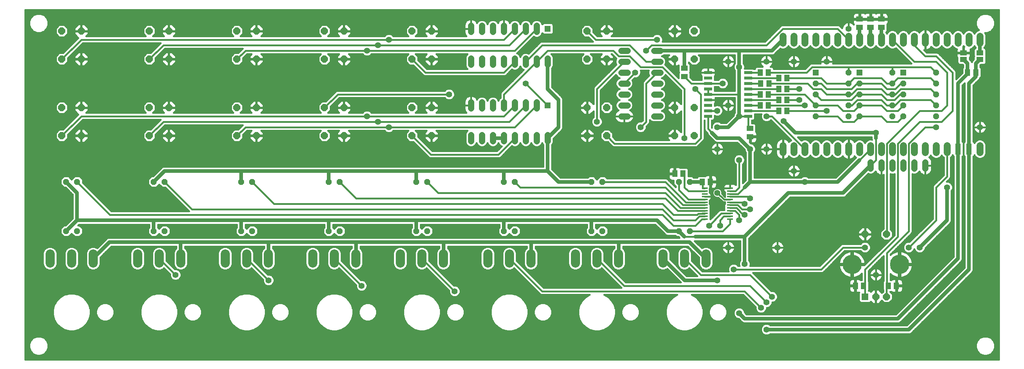
<source format=gbl>
G75*
%MOIN*%
%OFA0B0*%
%FSLAX25Y25*%
%IPPOS*%
%LPD*%
%AMOC8*
5,1,8,0,0,1.08239X$1,22.5*
%
%ADD10R,0.05906X0.05118*%
%ADD11R,0.05118X0.05906*%
%ADD12R,0.07283X0.02559*%
%ADD13R,0.05709X0.01772*%
%ADD14OC8,0.05600*%
%ADD15R,0.05600X0.05600*%
%ADD16C,0.08268*%
%ADD17OC8,0.06400*%
%ADD18R,0.06337X0.06337*%
%ADD19OC8,0.06337*%
%ADD20C,0.17717*%
%ADD21C,0.05600*%
%ADD22C,0.06337*%
%ADD23R,0.05000X0.10000*%
%ADD24R,0.06300X0.04600*%
%ADD25C,0.05512*%
%ADD26C,0.01600*%
%ADD27C,0.03200*%
D10*
X0665000Y0206260D03*
X0665000Y0213740D03*
X0605000Y0261260D03*
X0605000Y0268740D03*
X0765000Y0306260D03*
X0775000Y0306260D03*
X0785000Y0306260D03*
X0785000Y0313740D03*
X0775000Y0313740D03*
X0765000Y0313740D03*
D11*
X0681740Y0265000D03*
X0674260Y0265000D03*
X0691260Y0260000D03*
X0698740Y0260000D03*
X0698740Y0250000D03*
X0691260Y0250000D03*
X0682240Y0255000D03*
X0674760Y0255000D03*
X0674260Y0245000D03*
X0681740Y0245000D03*
X0691260Y0240000D03*
X0698740Y0240000D03*
X0698740Y0230000D03*
X0691260Y0230000D03*
X0681740Y0235000D03*
X0674260Y0235000D03*
X0603740Y0172500D03*
X0596260Y0172500D03*
X0621260Y0165000D03*
X0628740Y0165000D03*
X0761260Y0070000D03*
X0768740Y0070000D03*
X0791260Y0070000D03*
X0798740Y0070000D03*
X0863760Y0265000D03*
X0871240Y0265000D03*
D12*
X0663406Y0265000D03*
X0663406Y0260000D03*
X0663406Y0255000D03*
X0663406Y0250000D03*
X0663406Y0245000D03*
X0663406Y0240000D03*
X0663406Y0235000D03*
X0663406Y0230000D03*
X0663406Y0225000D03*
X0626594Y0225000D03*
X0626594Y0230000D03*
X0626594Y0235000D03*
X0626594Y0240000D03*
X0626594Y0245000D03*
X0626594Y0250000D03*
X0626594Y0255000D03*
X0626594Y0260000D03*
X0626594Y0265000D03*
D13*
X0623484Y0159075D03*
X0623484Y0156516D03*
X0623484Y0153957D03*
X0623484Y0151398D03*
X0623484Y0148839D03*
X0623484Y0146280D03*
X0623484Y0143720D03*
X0623484Y0141161D03*
X0623484Y0138602D03*
X0623484Y0136043D03*
X0623484Y0133484D03*
X0623484Y0130925D03*
X0646516Y0130925D03*
X0646516Y0133484D03*
X0646516Y0136043D03*
X0646516Y0138602D03*
X0646516Y0141161D03*
X0646516Y0143720D03*
X0646516Y0146280D03*
X0646516Y0148839D03*
X0646516Y0151398D03*
X0646516Y0153957D03*
X0646516Y0156516D03*
X0646516Y0159075D03*
D14*
X0610000Y0165000D03*
X0600000Y0165000D03*
X0530000Y0165000D03*
X0520000Y0165000D03*
X0450000Y0165000D03*
X0440000Y0165000D03*
X0370000Y0165000D03*
X0360000Y0165000D03*
X0290000Y0165000D03*
X0280000Y0165000D03*
X0210000Y0165000D03*
X0200000Y0165000D03*
X0130000Y0165000D03*
X0120000Y0165000D03*
X0050000Y0165000D03*
X0040000Y0165000D03*
X0040000Y0120000D03*
X0050000Y0120000D03*
X0120000Y0120000D03*
X0130000Y0120000D03*
X0200000Y0120000D03*
X0210000Y0120000D03*
X0280000Y0120000D03*
X0290000Y0120000D03*
X0360000Y0120000D03*
X0370000Y0120000D03*
X0440000Y0120000D03*
X0450000Y0120000D03*
X0520000Y0120000D03*
X0530000Y0120000D03*
X0600000Y0120000D03*
X0610000Y0120000D03*
X0725000Y0225000D03*
X0725000Y0235000D03*
X0725000Y0245000D03*
X0725000Y0255000D03*
X0755000Y0255000D03*
X0765000Y0255000D03*
X0765000Y0245000D03*
X0755000Y0245000D03*
X0755000Y0235000D03*
X0765000Y0235000D03*
X0765000Y0225000D03*
X0755000Y0225000D03*
X0795000Y0225000D03*
X0805000Y0225000D03*
X0805000Y0235000D03*
X0795000Y0235000D03*
X0795000Y0245000D03*
X0805000Y0245000D03*
X0805000Y0255000D03*
X0795000Y0255000D03*
X0795000Y0265000D03*
X0755000Y0265000D03*
X0835000Y0265000D03*
X0835000Y0255000D03*
X0835000Y0245000D03*
X0835000Y0235000D03*
X0835000Y0225000D03*
D15*
X0805000Y0265000D03*
X0765000Y0265000D03*
X0725000Y0265000D03*
X0480000Y0235000D03*
X0480000Y0305000D03*
D16*
X0464685Y0099134D02*
X0464685Y0090866D01*
X0445000Y0090866D02*
X0445000Y0099134D01*
X0425315Y0099134D02*
X0425315Y0090866D01*
X0384685Y0090866D02*
X0384685Y0099134D01*
X0365000Y0099134D02*
X0365000Y0090866D01*
X0345315Y0090866D02*
X0345315Y0099134D01*
X0304685Y0099134D02*
X0304685Y0090866D01*
X0285000Y0090866D02*
X0285000Y0099134D01*
X0265315Y0099134D02*
X0265315Y0090866D01*
X0224685Y0090866D02*
X0224685Y0099134D01*
X0205000Y0099134D02*
X0205000Y0090866D01*
X0185315Y0090866D02*
X0185315Y0099134D01*
X0144685Y0099134D02*
X0144685Y0090866D01*
X0125000Y0090866D02*
X0125000Y0099134D01*
X0105315Y0099134D02*
X0105315Y0090866D01*
X0064685Y0090866D02*
X0064685Y0099134D01*
X0045000Y0099134D02*
X0045000Y0090866D01*
X0025315Y0090866D02*
X0025315Y0099134D01*
X0505315Y0099134D02*
X0505315Y0090866D01*
X0525000Y0090866D02*
X0525000Y0099134D01*
X0544685Y0099134D02*
X0544685Y0090866D01*
X0585315Y0090866D02*
X0585315Y0099134D01*
X0605000Y0099134D02*
X0605000Y0090866D01*
X0624685Y0090866D02*
X0624685Y0099134D01*
D17*
X0613900Y0207200D03*
X0596100Y0207200D03*
X0533900Y0207200D03*
X0516100Y0207200D03*
X0516100Y0232800D03*
X0533900Y0232800D03*
X0596100Y0232800D03*
X0613900Y0232800D03*
X0613900Y0277200D03*
X0596100Y0277200D03*
X0596100Y0302800D03*
X0613900Y0302800D03*
X0533900Y0302800D03*
X0516100Y0302800D03*
X0516100Y0277200D03*
X0533900Y0277200D03*
X0373900Y0277200D03*
X0356100Y0277200D03*
X0356100Y0302800D03*
X0373900Y0302800D03*
X0293900Y0302800D03*
X0276100Y0302800D03*
X0276100Y0277200D03*
X0293900Y0277200D03*
X0213900Y0277200D03*
X0196100Y0277200D03*
X0196100Y0302800D03*
X0213900Y0302800D03*
X0133900Y0302800D03*
X0116100Y0302800D03*
X0116100Y0277200D03*
X0133900Y0277200D03*
X0053900Y0277200D03*
X0036100Y0277200D03*
X0036100Y0302800D03*
X0053900Y0302800D03*
X0053900Y0232800D03*
X0036100Y0232800D03*
X0036100Y0207200D03*
X0053900Y0207200D03*
X0116100Y0207200D03*
X0133900Y0207200D03*
X0133900Y0232800D03*
X0116100Y0232800D03*
X0196100Y0232800D03*
X0213900Y0232800D03*
X0213900Y0207200D03*
X0196100Y0207200D03*
X0276100Y0207200D03*
X0293900Y0207200D03*
X0293900Y0232800D03*
X0276100Y0232800D03*
X0356100Y0232800D03*
X0373900Y0232800D03*
X0373900Y0207200D03*
X0356100Y0207200D03*
D18*
X0770000Y0060000D03*
D19*
X0779843Y0060000D03*
X0789685Y0060000D03*
X0789685Y0117087D03*
X0770000Y0117087D03*
D20*
X0758189Y0089528D03*
X0801496Y0089528D03*
D21*
X0805000Y0177200D02*
X0805000Y0182800D01*
X0795000Y0182800D02*
X0795000Y0177200D01*
X0785000Y0177200D02*
X0785000Y0182800D01*
X0775000Y0182800D02*
X0775000Y0177200D01*
X0815000Y0177200D02*
X0815000Y0182800D01*
X0825000Y0182800D02*
X0825000Y0177200D01*
X0582800Y0225000D02*
X0577200Y0225000D01*
X0577200Y0235000D02*
X0582800Y0235000D01*
X0582800Y0245000D02*
X0577200Y0245000D01*
X0577200Y0255000D02*
X0582800Y0255000D01*
X0582800Y0265000D02*
X0577200Y0265000D01*
X0577200Y0275000D02*
X0582800Y0275000D01*
X0582800Y0285000D02*
X0577200Y0285000D01*
X0552800Y0285000D02*
X0547200Y0285000D01*
X0547200Y0275000D02*
X0552800Y0275000D01*
X0552800Y0265000D02*
X0547200Y0265000D01*
X0547200Y0255000D02*
X0552800Y0255000D01*
X0552800Y0245000D02*
X0547200Y0245000D01*
X0547200Y0235000D02*
X0552800Y0235000D01*
X0552800Y0225000D02*
X0547200Y0225000D01*
X0480000Y0207800D02*
X0480000Y0202200D01*
X0470000Y0202200D02*
X0470000Y0207800D01*
X0460000Y0207800D02*
X0460000Y0202200D01*
X0450000Y0202200D02*
X0450000Y0207800D01*
X0440000Y0207800D02*
X0440000Y0202200D01*
X0430000Y0202200D02*
X0430000Y0207800D01*
X0420000Y0207800D02*
X0420000Y0202200D01*
X0410000Y0202200D02*
X0410000Y0207800D01*
X0410000Y0232200D02*
X0410000Y0237800D01*
X0420000Y0237800D02*
X0420000Y0232200D01*
X0430000Y0232200D02*
X0430000Y0237800D01*
X0440000Y0237800D02*
X0440000Y0232200D01*
X0450000Y0232200D02*
X0450000Y0237800D01*
X0460000Y0237800D02*
X0460000Y0232200D01*
X0470000Y0232200D02*
X0470000Y0237800D01*
X0470000Y0272200D02*
X0470000Y0277800D01*
X0480000Y0277800D02*
X0480000Y0272200D01*
X0460000Y0272200D02*
X0460000Y0277800D01*
X0450000Y0277800D02*
X0450000Y0272200D01*
X0440000Y0272200D02*
X0440000Y0277800D01*
X0430000Y0277800D02*
X0430000Y0272200D01*
X0420000Y0272200D02*
X0420000Y0277800D01*
X0410000Y0277800D02*
X0410000Y0272200D01*
X0410000Y0302200D02*
X0410000Y0307800D01*
X0420000Y0307800D02*
X0420000Y0302200D01*
X0430000Y0302200D02*
X0430000Y0307800D01*
X0440000Y0307800D02*
X0440000Y0302200D01*
X0450000Y0302200D02*
X0450000Y0307800D01*
X0460000Y0307800D02*
X0460000Y0302200D01*
X0470000Y0302200D02*
X0470000Y0307800D01*
D22*
X0695000Y0298169D02*
X0695000Y0291831D01*
X0705000Y0291831D02*
X0705000Y0298169D01*
X0715000Y0298169D02*
X0715000Y0291831D01*
X0725000Y0291831D02*
X0725000Y0298169D01*
X0735000Y0298169D02*
X0735000Y0291831D01*
X0745000Y0291831D02*
X0745000Y0298169D01*
X0755000Y0298169D02*
X0755000Y0291831D01*
X0765000Y0291831D02*
X0765000Y0298169D01*
X0775000Y0298169D02*
X0775000Y0291831D01*
X0785000Y0291831D02*
X0785000Y0298169D01*
X0795000Y0298169D02*
X0795000Y0291831D01*
X0805000Y0291831D02*
X0805000Y0298169D01*
X0815000Y0298169D02*
X0815000Y0291831D01*
X0825000Y0291831D02*
X0825000Y0298169D01*
X0835000Y0298169D02*
X0835000Y0291831D01*
X0845000Y0291831D02*
X0845000Y0298169D01*
X0855000Y0298169D02*
X0855000Y0291831D01*
X0865000Y0291831D02*
X0865000Y0298169D01*
X0875000Y0298169D02*
X0875000Y0291831D01*
X0875000Y0198169D02*
X0875000Y0191831D01*
X0845000Y0191831D02*
X0845000Y0198169D01*
X0835000Y0198169D02*
X0835000Y0191831D01*
X0825000Y0191831D02*
X0825000Y0198169D01*
X0815000Y0198169D02*
X0815000Y0191831D01*
X0805000Y0191831D02*
X0805000Y0198169D01*
X0795000Y0198169D02*
X0795000Y0191831D01*
X0785000Y0191831D02*
X0785000Y0198169D01*
X0775000Y0198169D02*
X0775000Y0191831D01*
X0765000Y0191831D02*
X0765000Y0198169D01*
X0755000Y0198169D02*
X0755000Y0191831D01*
X0745000Y0191831D02*
X0745000Y0198169D01*
X0735000Y0198169D02*
X0735000Y0191831D01*
X0725000Y0191831D02*
X0725000Y0198169D01*
X0715000Y0198169D02*
X0715000Y0191831D01*
X0705000Y0191831D02*
X0705000Y0198169D01*
X0695000Y0198169D02*
X0695000Y0191831D01*
D23*
X0855000Y0195000D03*
X0865000Y0195000D03*
D24*
X0860000Y0277000D03*
X0860000Y0283000D03*
X0875000Y0283000D03*
X0875000Y0277000D03*
D25*
X0755000Y0305000D03*
X0735000Y0275000D03*
X0705000Y0275000D03*
X0680000Y0275000D03*
X0655000Y0270000D03*
X0645000Y0275000D03*
X0640000Y0255000D03*
X0615000Y0250000D03*
X0645000Y0235000D03*
X0635000Y0230000D03*
X0655000Y0225000D03*
X0635000Y0215000D03*
X0605000Y0205000D03*
X0635000Y0195000D03*
X0655000Y0185000D03*
X0665000Y0195000D03*
X0680000Y0195000D03*
X0705000Y0175000D03*
X0715000Y0165000D03*
X0665000Y0150000D03*
X0660000Y0145000D03*
X0665000Y0140000D03*
X0660000Y0135000D03*
X0655000Y0130000D03*
X0637500Y0125000D03*
X0627500Y0125000D03*
X0645000Y0105000D03*
X0660000Y0090000D03*
X0650000Y0085000D03*
X0635000Y0075000D03*
X0680000Y0055000D03*
X0675000Y0050000D03*
X0685000Y0060000D03*
X0655000Y0045000D03*
X0680000Y0030000D03*
X0780000Y0080000D03*
X0770000Y0105000D03*
X0810000Y0105000D03*
X0820000Y0105000D03*
X0845000Y0160000D03*
X0780000Y0210000D03*
X0735000Y0230000D03*
X0715000Y0235000D03*
X0710000Y0240000D03*
X0710000Y0250000D03*
X0680000Y0225000D03*
X0695580Y0220580D03*
X0635000Y0155000D03*
X0690000Y0105000D03*
X0565000Y0215000D03*
X0525000Y0220000D03*
X0460000Y0255000D03*
X0390000Y0245000D03*
X0335000Y0215000D03*
X0325000Y0220000D03*
X0315000Y0225000D03*
X0315000Y0285000D03*
X0325000Y0290000D03*
X0335000Y0295000D03*
X0560000Y0265000D03*
X0570000Y0285000D03*
X0580000Y0295000D03*
X0835000Y0215000D03*
X0875000Y0215000D03*
X0395000Y0065000D03*
X0310000Y0070000D03*
X0225000Y0075000D03*
X0140000Y0080000D03*
D26*
X0002700Y0002700D02*
X0002700Y0322300D01*
X0892300Y0322300D01*
X0892300Y0002700D01*
X0002700Y0002700D01*
X0002700Y0003197D02*
X0892300Y0003197D01*
X0892300Y0004796D02*
X0002700Y0004796D01*
X0002700Y0006394D02*
X0013044Y0006394D01*
X0013270Y0006301D02*
X0016730Y0006301D01*
X0019928Y0007625D01*
X0022375Y0010072D01*
X0023699Y0013270D01*
X0023699Y0016730D01*
X0022375Y0019928D01*
X0019928Y0022375D01*
X0016730Y0023699D01*
X0013270Y0023699D01*
X0010072Y0022375D01*
X0007625Y0019928D01*
X0006301Y0016730D01*
X0006301Y0013270D01*
X0007625Y0010072D01*
X0010072Y0007625D01*
X0013270Y0006301D01*
X0016956Y0006394D02*
X0878044Y0006394D01*
X0878270Y0006301D02*
X0881730Y0006301D01*
X0884928Y0007625D01*
X0887375Y0010072D01*
X0888699Y0013270D01*
X0888699Y0016730D01*
X0887375Y0019928D01*
X0884928Y0022375D01*
X0881730Y0023699D01*
X0878270Y0023699D01*
X0875072Y0022375D01*
X0872625Y0019928D01*
X0871301Y0016730D01*
X0871301Y0013270D01*
X0872625Y0010072D01*
X0875072Y0007625D01*
X0878270Y0006301D01*
X0881956Y0006394D02*
X0892300Y0006394D01*
X0892300Y0007993D02*
X0885295Y0007993D01*
X0886894Y0009591D02*
X0892300Y0009591D01*
X0892300Y0011190D02*
X0887838Y0011190D01*
X0888500Y0012788D02*
X0892300Y0012788D01*
X0892300Y0014387D02*
X0888699Y0014387D01*
X0888699Y0015985D02*
X0892300Y0015985D01*
X0892300Y0017584D02*
X0888346Y0017584D01*
X0887684Y0019182D02*
X0892300Y0019182D01*
X0892300Y0020781D02*
X0886522Y0020781D01*
X0884917Y0022379D02*
X0892300Y0022379D01*
X0892300Y0023978D02*
X0002700Y0023978D01*
X0002700Y0025576D02*
X0677207Y0025576D01*
X0677079Y0025629D02*
X0678974Y0024844D01*
X0681026Y0024844D01*
X0682921Y0025629D01*
X0683292Y0026000D01*
X0810796Y0026000D01*
X0812266Y0026609D01*
X0867266Y0081609D01*
X0868391Y0082734D01*
X0869000Y0084204D01*
X0869000Y0188106D01*
X0869535Y0188641D01*
X0869900Y0189523D01*
X0869900Y0189593D01*
X0870279Y0188677D01*
X0871846Y0187111D01*
X0873892Y0186263D01*
X0876108Y0186263D01*
X0878154Y0187111D01*
X0879721Y0188677D01*
X0880568Y0190724D01*
X0880568Y0199276D01*
X0879721Y0201323D01*
X0878154Y0202889D01*
X0876108Y0203737D01*
X0873892Y0203737D01*
X0871846Y0202889D01*
X0870279Y0201323D01*
X0869900Y0200407D01*
X0869900Y0200477D01*
X0869535Y0201359D01*
X0869000Y0201894D01*
X0869000Y0253343D01*
X0873506Y0257849D01*
X0874631Y0258974D01*
X0875041Y0259964D01*
X0875159Y0260013D01*
X0875834Y0260688D01*
X0876199Y0261570D01*
X0876199Y0268430D01*
X0875834Y0269312D01*
X0875240Y0269906D01*
X0875240Y0271583D01*
X0875957Y0272300D01*
X0878627Y0272300D01*
X0879509Y0272665D01*
X0880185Y0273341D01*
X0880550Y0274223D01*
X0880550Y0279777D01*
X0880458Y0280000D01*
X0880550Y0280223D01*
X0880550Y0285777D01*
X0880185Y0286659D01*
X0879509Y0287335D01*
X0879000Y0287546D01*
X0879000Y0287956D01*
X0879721Y0288677D01*
X0880568Y0290724D01*
X0880568Y0299276D01*
X0879730Y0301301D01*
X0881730Y0301301D01*
X0884928Y0302625D01*
X0887375Y0305072D01*
X0888699Y0308270D01*
X0888699Y0311730D01*
X0887375Y0314928D01*
X0884928Y0317375D01*
X0881730Y0318699D01*
X0878270Y0318699D01*
X0875072Y0317375D01*
X0872625Y0314928D01*
X0871301Y0311730D01*
X0871301Y0308270D01*
X0872625Y0305072D01*
X0873960Y0303737D01*
X0873892Y0303737D01*
X0871846Y0302889D01*
X0870279Y0301323D01*
X0870000Y0300649D01*
X0869721Y0301323D01*
X0868154Y0302889D01*
X0866108Y0303737D01*
X0863892Y0303737D01*
X0861846Y0302889D01*
X0860279Y0301323D01*
X0860000Y0300649D01*
X0859721Y0301323D01*
X0858154Y0302889D01*
X0856108Y0303737D01*
X0853892Y0303737D01*
X0851846Y0302889D01*
X0850279Y0301323D01*
X0850000Y0300649D01*
X0849721Y0301323D01*
X0848154Y0302889D01*
X0846108Y0303737D01*
X0843892Y0303737D01*
X0841846Y0302889D01*
X0840279Y0301323D01*
X0840000Y0300649D01*
X0839721Y0301323D01*
X0838154Y0302889D01*
X0836108Y0303737D01*
X0833892Y0303737D01*
X0831846Y0302889D01*
X0830440Y0301483D01*
X0830307Y0301714D01*
X0829798Y0302377D01*
X0829208Y0302967D01*
X0828546Y0303475D01*
X0827823Y0303892D01*
X0827051Y0304212D01*
X0826245Y0304428D01*
X0825417Y0304537D01*
X0825184Y0304537D01*
X0825184Y0295184D01*
X0824816Y0295184D01*
X0824816Y0304537D01*
X0824583Y0304537D01*
X0823755Y0304428D01*
X0822949Y0304212D01*
X0822177Y0303892D01*
X0821454Y0303475D01*
X0820792Y0302967D01*
X0820202Y0302377D01*
X0819693Y0301714D01*
X0819560Y0301483D01*
X0818154Y0302889D01*
X0816108Y0303737D01*
X0813892Y0303737D01*
X0811846Y0302889D01*
X0810279Y0301323D01*
X0810000Y0300649D01*
X0809721Y0301323D01*
X0808154Y0302889D01*
X0806108Y0303737D01*
X0803892Y0303737D01*
X0801846Y0302889D01*
X0800279Y0301323D01*
X0800000Y0300649D01*
X0799721Y0301323D01*
X0798154Y0302889D01*
X0796108Y0303737D01*
X0793892Y0303737D01*
X0791846Y0302889D01*
X0790279Y0301323D01*
X0790000Y0300649D01*
X0789721Y0301323D01*
X0789345Y0301699D01*
X0789987Y0302341D01*
X0790353Y0303223D01*
X0790353Y0309056D01*
X0790438Y0309141D01*
X0790789Y0309665D01*
X0791030Y0310248D01*
X0791153Y0310866D01*
X0791153Y0313261D01*
X0785480Y0313261D01*
X0785480Y0314220D01*
X0791153Y0314220D01*
X0791153Y0316614D01*
X0791030Y0317233D01*
X0790789Y0317815D01*
X0790438Y0318339D01*
X0789993Y0318785D01*
X0789469Y0319135D01*
X0788886Y0319376D01*
X0788268Y0319499D01*
X0785480Y0319499D01*
X0785480Y0314220D01*
X0784520Y0314220D01*
X0784520Y0313261D01*
X0775480Y0313261D01*
X0775480Y0314220D01*
X0781153Y0314220D01*
X0784520Y0314220D01*
X0784520Y0319499D01*
X0781732Y0319499D01*
X0781114Y0319376D01*
X0780531Y0319135D01*
X0780007Y0318785D01*
X0780000Y0318777D01*
X0779993Y0318785D01*
X0779469Y0319135D01*
X0778886Y0319376D01*
X0778268Y0319499D01*
X0775480Y0319499D01*
X0775480Y0314220D01*
X0774520Y0314220D01*
X0774520Y0313261D01*
X0765480Y0313261D01*
X0765480Y0314220D01*
X0771153Y0314220D01*
X0774520Y0314220D01*
X0774520Y0319499D01*
X0771732Y0319499D01*
X0771114Y0319376D01*
X0770531Y0319135D01*
X0770007Y0318785D01*
X0770000Y0318777D01*
X0769993Y0318785D01*
X0769469Y0319135D01*
X0768886Y0319376D01*
X0768268Y0319499D01*
X0765480Y0319499D01*
X0765480Y0314220D01*
X0764520Y0314220D01*
X0764520Y0313261D01*
X0758847Y0313261D01*
X0758847Y0310866D01*
X0758970Y0310248D01*
X0759211Y0309665D01*
X0759562Y0309141D01*
X0759647Y0309056D01*
X0759647Y0308736D01*
X0759543Y0308880D01*
X0758880Y0309543D01*
X0758122Y0310094D01*
X0757286Y0310520D01*
X0756395Y0310809D01*
X0755469Y0310956D01*
X0755000Y0310956D01*
X0755000Y0305000D01*
X0755000Y0305000D01*
X0755000Y0310956D01*
X0754531Y0310956D01*
X0753605Y0310809D01*
X0752714Y0310520D01*
X0751878Y0310094D01*
X0751120Y0309543D01*
X0750457Y0308880D01*
X0749906Y0308122D01*
X0749480Y0307286D01*
X0749191Y0306395D01*
X0749046Y0305480D01*
X0747713Y0306813D01*
X0746813Y0307713D01*
X0745637Y0308200D01*
X0694363Y0308200D01*
X0693187Y0307713D01*
X0678675Y0293200D01*
X0584835Y0293200D01*
X0585156Y0293974D01*
X0585156Y0296026D01*
X0584371Y0297921D01*
X0582921Y0299371D01*
X0581026Y0300156D01*
X0578974Y0300156D01*
X0577079Y0299371D01*
X0575908Y0298200D01*
X0538351Y0298200D01*
X0540300Y0300149D01*
X0540300Y0302600D01*
X0534100Y0302600D01*
X0534100Y0303000D01*
X0533700Y0303000D01*
X0533700Y0309200D01*
X0531249Y0309200D01*
X0527500Y0305451D01*
X0527500Y0303000D01*
X0533700Y0303000D01*
X0533700Y0302600D01*
X0527500Y0302600D01*
X0527500Y0300149D01*
X0529449Y0298200D01*
X0525225Y0298200D01*
X0521700Y0301725D01*
X0521700Y0305120D01*
X0518420Y0308400D01*
X0513780Y0308400D01*
X0510500Y0305120D01*
X0510500Y0300480D01*
X0513780Y0297200D01*
X0517175Y0297200D01*
X0521175Y0293200D01*
X0474363Y0293200D01*
X0473187Y0292713D01*
X0462760Y0282285D01*
X0461034Y0283000D01*
X0458966Y0283000D01*
X0457054Y0282208D01*
X0455592Y0280746D01*
X0455000Y0279317D01*
X0454408Y0280746D01*
X0452946Y0282208D01*
X0452089Y0282563D01*
X0452713Y0283187D01*
X0467240Y0297715D01*
X0468966Y0297000D01*
X0471034Y0297000D01*
X0472946Y0297792D01*
X0474408Y0299254D01*
X0475115Y0300961D01*
X0475165Y0300841D01*
X0475841Y0300165D01*
X0476723Y0299800D01*
X0483277Y0299800D01*
X0484159Y0300165D01*
X0484835Y0300841D01*
X0485200Y0301723D01*
X0485200Y0308277D01*
X0484835Y0309159D01*
X0484159Y0309835D01*
X0483277Y0310200D01*
X0476723Y0310200D01*
X0475841Y0309835D01*
X0475165Y0309159D01*
X0475115Y0309039D01*
X0474408Y0310746D01*
X0472946Y0312208D01*
X0471034Y0313000D01*
X0468966Y0313000D01*
X0467054Y0312208D01*
X0465592Y0310746D01*
X0465000Y0309317D01*
X0464408Y0310746D01*
X0462946Y0312208D01*
X0461034Y0313000D01*
X0458966Y0313000D01*
X0457054Y0312208D01*
X0455592Y0310746D01*
X0455000Y0309317D01*
X0454408Y0310746D01*
X0452946Y0312208D01*
X0451034Y0313000D01*
X0448966Y0313000D01*
X0447054Y0312208D01*
X0445592Y0310746D01*
X0445431Y0310357D01*
X0445132Y0310945D01*
X0444577Y0311709D01*
X0443909Y0312377D01*
X0443145Y0312932D01*
X0442303Y0313360D01*
X0441405Y0313652D01*
X0440472Y0313800D01*
X0440000Y0313800D01*
X0440000Y0305000D01*
X0440000Y0305000D01*
X0440000Y0313800D01*
X0439528Y0313800D01*
X0438595Y0313652D01*
X0437697Y0313360D01*
X0436855Y0312932D01*
X0436091Y0312377D01*
X0435423Y0311709D01*
X0434868Y0310945D01*
X0434569Y0310357D01*
X0434408Y0310746D01*
X0432946Y0312208D01*
X0431034Y0313000D01*
X0428966Y0313000D01*
X0427054Y0312208D01*
X0425592Y0310746D01*
X0425000Y0309317D01*
X0424408Y0310746D01*
X0422946Y0312208D01*
X0421034Y0313000D01*
X0418966Y0313000D01*
X0417054Y0312208D01*
X0415592Y0310746D01*
X0415431Y0310357D01*
X0415132Y0310945D01*
X0414577Y0311709D01*
X0413909Y0312377D01*
X0413145Y0312932D01*
X0412303Y0313360D01*
X0411405Y0313652D01*
X0410472Y0313800D01*
X0410000Y0313800D01*
X0410000Y0305000D01*
X0410000Y0305000D01*
X0410000Y0305000D01*
X0404000Y0305000D01*
X0404000Y0308272D01*
X0404148Y0309205D01*
X0404440Y0310103D01*
X0404868Y0310945D01*
X0405423Y0311709D01*
X0406091Y0312377D01*
X0406855Y0312932D01*
X0407697Y0313360D01*
X0408595Y0313652D01*
X0409528Y0313800D01*
X0410000Y0313800D01*
X0410000Y0305000D01*
X0404000Y0305000D01*
X0404000Y0301728D01*
X0404148Y0300795D01*
X0404440Y0299897D01*
X0404868Y0299055D01*
X0405423Y0298291D01*
X0405515Y0298200D01*
X0378351Y0298200D01*
X0380300Y0300149D01*
X0380300Y0302600D01*
X0374100Y0302600D01*
X0374100Y0303000D01*
X0373700Y0303000D01*
X0373700Y0309200D01*
X0371249Y0309200D01*
X0367500Y0305451D01*
X0367500Y0303000D01*
X0373700Y0303000D01*
X0373700Y0302600D01*
X0367500Y0302600D01*
X0367500Y0300149D01*
X0369449Y0298200D01*
X0359420Y0298200D01*
X0361700Y0300480D01*
X0361700Y0305120D01*
X0358420Y0308400D01*
X0353780Y0308400D01*
X0350500Y0305120D01*
X0350500Y0300480D01*
X0352780Y0298200D01*
X0339092Y0298200D01*
X0337921Y0299371D01*
X0336026Y0300156D01*
X0333974Y0300156D01*
X0332079Y0299371D01*
X0330908Y0298200D01*
X0298351Y0298200D01*
X0300300Y0300149D01*
X0300300Y0302600D01*
X0294100Y0302600D01*
X0294100Y0303000D01*
X0293700Y0303000D01*
X0293700Y0309200D01*
X0291249Y0309200D01*
X0287500Y0305451D01*
X0287500Y0303000D01*
X0293700Y0303000D01*
X0293700Y0302600D01*
X0287500Y0302600D01*
X0287500Y0300149D01*
X0289449Y0298200D01*
X0279420Y0298200D01*
X0281700Y0300480D01*
X0281700Y0305120D01*
X0278420Y0308400D01*
X0273780Y0308400D01*
X0270500Y0305120D01*
X0270500Y0300480D01*
X0272780Y0298200D01*
X0218351Y0298200D01*
X0220300Y0300149D01*
X0220300Y0302600D01*
X0214100Y0302600D01*
X0214100Y0303000D01*
X0213700Y0303000D01*
X0213700Y0309200D01*
X0211249Y0309200D01*
X0207500Y0305451D01*
X0207500Y0303000D01*
X0213700Y0303000D01*
X0213700Y0302600D01*
X0207500Y0302600D01*
X0207500Y0300149D01*
X0209449Y0298200D01*
X0199420Y0298200D01*
X0201700Y0300480D01*
X0201700Y0305120D01*
X0198420Y0308400D01*
X0193780Y0308400D01*
X0190500Y0305120D01*
X0190500Y0300480D01*
X0192780Y0298200D01*
X0138351Y0298200D01*
X0140300Y0300149D01*
X0140300Y0302600D01*
X0134100Y0302600D01*
X0134100Y0303000D01*
X0133700Y0303000D01*
X0133700Y0309200D01*
X0131249Y0309200D01*
X0127500Y0305451D01*
X0127500Y0303000D01*
X0133700Y0303000D01*
X0133700Y0302600D01*
X0127500Y0302600D01*
X0127500Y0300149D01*
X0129449Y0298200D01*
X0119420Y0298200D01*
X0121700Y0300480D01*
X0121700Y0305120D01*
X0118420Y0308400D01*
X0113780Y0308400D01*
X0110500Y0305120D01*
X0110500Y0300480D01*
X0112780Y0298200D01*
X0058351Y0298200D01*
X0060300Y0300149D01*
X0060300Y0302600D01*
X0054100Y0302600D01*
X0054100Y0303000D01*
X0053700Y0303000D01*
X0053700Y0309200D01*
X0051249Y0309200D01*
X0047500Y0305451D01*
X0047500Y0303000D01*
X0053700Y0303000D01*
X0053700Y0302600D01*
X0047500Y0302600D01*
X0047500Y0300149D01*
X0051012Y0296637D01*
X0037175Y0282800D01*
X0033780Y0282800D01*
X0030500Y0279520D01*
X0030500Y0274880D01*
X0033780Y0271600D01*
X0038420Y0271600D01*
X0041700Y0274880D01*
X0041700Y0278275D01*
X0055225Y0291800D01*
X0126175Y0291800D01*
X0117175Y0282800D01*
X0113780Y0282800D01*
X0110500Y0279520D01*
X0110500Y0274880D01*
X0113780Y0271600D01*
X0118420Y0271600D01*
X0121700Y0274880D01*
X0121700Y0278275D01*
X0130225Y0286800D01*
X0201175Y0286800D01*
X0197175Y0282800D01*
X0193780Y0282800D01*
X0190500Y0279520D01*
X0190500Y0274880D01*
X0193780Y0271600D01*
X0198420Y0271600D01*
X0201700Y0274880D01*
X0201700Y0278275D01*
X0205225Y0281800D01*
X0209449Y0281800D01*
X0207500Y0279851D01*
X0207500Y0277400D01*
X0213700Y0277400D01*
X0213700Y0277000D01*
X0214100Y0277000D01*
X0214100Y0277400D01*
X0220300Y0277400D01*
X0220300Y0279851D01*
X0218351Y0281800D01*
X0272780Y0281800D01*
X0270500Y0279520D01*
X0270500Y0274880D01*
X0273780Y0271600D01*
X0278420Y0271600D01*
X0281700Y0274880D01*
X0281700Y0279520D01*
X0279420Y0281800D01*
X0289449Y0281800D01*
X0287500Y0279851D01*
X0287500Y0277400D01*
X0293700Y0277400D01*
X0293700Y0277000D01*
X0294100Y0277000D01*
X0294100Y0277400D01*
X0300300Y0277400D01*
X0300300Y0279851D01*
X0298351Y0281800D01*
X0310908Y0281800D01*
X0312079Y0280629D01*
X0313974Y0279844D01*
X0316026Y0279844D01*
X0317921Y0280629D01*
X0319092Y0281800D01*
X0352780Y0281800D01*
X0350500Y0279520D01*
X0350500Y0274880D01*
X0353780Y0271600D01*
X0357175Y0271600D01*
X0365587Y0263187D01*
X0366487Y0262287D01*
X0367663Y0261800D01*
X0440637Y0261800D01*
X0441813Y0262287D01*
X0447240Y0267715D01*
X0448966Y0267000D01*
X0451034Y0267000D01*
X0452946Y0267792D01*
X0454408Y0269254D01*
X0455000Y0270683D01*
X0455592Y0269254D01*
X0457054Y0267792D01*
X0457911Y0267437D01*
X0438187Y0247713D01*
X0437287Y0246813D01*
X0436800Y0245637D01*
X0436800Y0241954D01*
X0435592Y0240746D01*
X0435000Y0239317D01*
X0434408Y0240746D01*
X0432946Y0242208D01*
X0431034Y0243000D01*
X0428966Y0243000D01*
X0427054Y0242208D01*
X0425592Y0240746D01*
X0425000Y0239317D01*
X0424408Y0240746D01*
X0422946Y0242208D01*
X0421034Y0243000D01*
X0418966Y0243000D01*
X0417054Y0242208D01*
X0415592Y0240746D01*
X0415431Y0240357D01*
X0415132Y0240945D01*
X0414577Y0241709D01*
X0413909Y0242377D01*
X0413145Y0242932D01*
X0412303Y0243360D01*
X0411405Y0243652D01*
X0410472Y0243800D01*
X0410000Y0243800D01*
X0410000Y0235000D01*
X0410000Y0235000D01*
X0410000Y0235000D01*
X0404000Y0235000D01*
X0404000Y0238272D01*
X0404148Y0239205D01*
X0404440Y0240103D01*
X0404868Y0240945D01*
X0405423Y0241709D01*
X0406091Y0242377D01*
X0406855Y0242932D01*
X0407697Y0243360D01*
X0408595Y0243652D01*
X0409528Y0243800D01*
X0410000Y0243800D01*
X0410000Y0235000D01*
X0404000Y0235000D01*
X0404000Y0231728D01*
X0404148Y0230795D01*
X0404440Y0229897D01*
X0404868Y0229055D01*
X0405423Y0228291D01*
X0405515Y0228200D01*
X0378351Y0228200D01*
X0380300Y0230149D01*
X0380300Y0232600D01*
X0374100Y0232600D01*
X0374100Y0233000D01*
X0373700Y0233000D01*
X0373700Y0239200D01*
X0371249Y0239200D01*
X0367500Y0235451D01*
X0367500Y0233000D01*
X0373700Y0233000D01*
X0373700Y0232600D01*
X0367500Y0232600D01*
X0367500Y0230149D01*
X0369449Y0228200D01*
X0359420Y0228200D01*
X0361700Y0230480D01*
X0361700Y0235120D01*
X0358420Y0238400D01*
X0353780Y0238400D01*
X0350500Y0235120D01*
X0350500Y0230480D01*
X0352780Y0228200D01*
X0319092Y0228200D01*
X0317921Y0229371D01*
X0316026Y0230156D01*
X0313974Y0230156D01*
X0312079Y0229371D01*
X0310908Y0228200D01*
X0298351Y0228200D01*
X0300300Y0230149D01*
X0300300Y0232600D01*
X0294100Y0232600D01*
X0294100Y0233000D01*
X0293700Y0233000D01*
X0293700Y0239200D01*
X0291249Y0239200D01*
X0287500Y0235451D01*
X0287500Y0233000D01*
X0293700Y0233000D01*
X0293700Y0232600D01*
X0287500Y0232600D01*
X0287500Y0230149D01*
X0289449Y0228200D01*
X0279420Y0228200D01*
X0281700Y0230480D01*
X0281700Y0233875D01*
X0289625Y0241800D01*
X0385908Y0241800D01*
X0387079Y0240629D01*
X0388974Y0239844D01*
X0391026Y0239844D01*
X0392921Y0240629D01*
X0394371Y0242079D01*
X0395156Y0243974D01*
X0395156Y0246026D01*
X0394371Y0247921D01*
X0392921Y0249371D01*
X0391026Y0250156D01*
X0388974Y0250156D01*
X0387079Y0249371D01*
X0385908Y0248200D01*
X0287663Y0248200D01*
X0286487Y0247713D01*
X0277175Y0238400D01*
X0273780Y0238400D01*
X0270500Y0235120D01*
X0270500Y0230480D01*
X0272780Y0228200D01*
X0218351Y0228200D01*
X0220300Y0230149D01*
X0220300Y0232600D01*
X0214100Y0232600D01*
X0214100Y0233000D01*
X0213700Y0233000D01*
X0213700Y0239200D01*
X0211249Y0239200D01*
X0207500Y0235451D01*
X0207500Y0233000D01*
X0213700Y0233000D01*
X0213700Y0232600D01*
X0207500Y0232600D01*
X0207500Y0230149D01*
X0209449Y0228200D01*
X0199420Y0228200D01*
X0201700Y0230480D01*
X0201700Y0235120D01*
X0198420Y0238400D01*
X0193780Y0238400D01*
X0190500Y0235120D01*
X0190500Y0230480D01*
X0192780Y0228200D01*
X0138351Y0228200D01*
X0140300Y0230149D01*
X0140300Y0232600D01*
X0134100Y0232600D01*
X0134100Y0233000D01*
X0133700Y0233000D01*
X0133700Y0239200D01*
X0131249Y0239200D01*
X0127500Y0235451D01*
X0127500Y0233000D01*
X0133700Y0233000D01*
X0133700Y0232600D01*
X0127500Y0232600D01*
X0127500Y0230149D01*
X0129449Y0228200D01*
X0119420Y0228200D01*
X0121700Y0230480D01*
X0121700Y0235120D01*
X0118420Y0238400D01*
X0113780Y0238400D01*
X0110500Y0235120D01*
X0110500Y0230480D01*
X0112780Y0228200D01*
X0058351Y0228200D01*
X0060300Y0230149D01*
X0060300Y0232600D01*
X0054100Y0232600D01*
X0054100Y0233000D01*
X0053700Y0233000D01*
X0053700Y0239200D01*
X0051249Y0239200D01*
X0047500Y0235451D01*
X0047500Y0233000D01*
X0053700Y0233000D01*
X0053700Y0232600D01*
X0047500Y0232600D01*
X0047500Y0230149D01*
X0051012Y0226637D01*
X0037175Y0212800D01*
X0033780Y0212800D01*
X0030500Y0209520D01*
X0030500Y0204880D01*
X0033780Y0201600D01*
X0038420Y0201600D01*
X0041700Y0204880D01*
X0041700Y0208275D01*
X0055225Y0221800D01*
X0126175Y0221800D01*
X0117175Y0212800D01*
X0113780Y0212800D01*
X0110500Y0209520D01*
X0110500Y0204880D01*
X0113780Y0201600D01*
X0118420Y0201600D01*
X0121700Y0204880D01*
X0121700Y0208275D01*
X0130225Y0216800D01*
X0201175Y0216800D01*
X0197175Y0212800D01*
X0193780Y0212800D01*
X0190500Y0209520D01*
X0190500Y0204880D01*
X0193780Y0201600D01*
X0198420Y0201600D01*
X0201700Y0204880D01*
X0201700Y0208275D01*
X0205225Y0211800D01*
X0209449Y0211800D01*
X0207500Y0209851D01*
X0207500Y0207400D01*
X0213700Y0207400D01*
X0213700Y0207000D01*
X0214100Y0207000D01*
X0214100Y0207400D01*
X0220300Y0207400D01*
X0220300Y0209851D01*
X0218351Y0211800D01*
X0272780Y0211800D01*
X0270500Y0209520D01*
X0270500Y0204880D01*
X0273780Y0201600D01*
X0278420Y0201600D01*
X0281700Y0204880D01*
X0281700Y0209520D01*
X0279420Y0211800D01*
X0289449Y0211800D01*
X0287500Y0209851D01*
X0287500Y0207400D01*
X0293700Y0207400D01*
X0293700Y0207000D01*
X0294100Y0207000D01*
X0294100Y0207400D01*
X0300300Y0207400D01*
X0300300Y0209851D01*
X0298351Y0211800D01*
X0330908Y0211800D01*
X0332079Y0210629D01*
X0333974Y0209844D01*
X0336026Y0209844D01*
X0337921Y0210629D01*
X0339092Y0211800D01*
X0352780Y0211800D01*
X0350500Y0209520D01*
X0350500Y0204880D01*
X0353780Y0201600D01*
X0357175Y0201600D01*
X0370587Y0188187D01*
X0371487Y0187287D01*
X0372663Y0186800D01*
X0435637Y0186800D01*
X0436813Y0187287D01*
X0447240Y0197715D01*
X0448966Y0197000D01*
X0451034Y0197000D01*
X0452946Y0197792D01*
X0454408Y0199254D01*
X0455000Y0200683D01*
X0455592Y0199254D01*
X0457054Y0197792D01*
X0458966Y0197000D01*
X0461034Y0197000D01*
X0462946Y0197792D01*
X0464408Y0199254D01*
X0465000Y0200683D01*
X0465592Y0199254D01*
X0467054Y0197792D01*
X0468966Y0197000D01*
X0471034Y0197000D01*
X0472946Y0197792D01*
X0474408Y0199254D01*
X0475000Y0200683D01*
X0475592Y0199254D01*
X0476000Y0198846D01*
X0476000Y0179000D01*
X0129204Y0179000D01*
X0127734Y0178391D01*
X0126609Y0177266D01*
X0119543Y0170200D01*
X0117846Y0170200D01*
X0114800Y0167154D01*
X0114800Y0162846D01*
X0117846Y0159800D01*
X0122154Y0159800D01*
X0125000Y0162646D01*
X0127846Y0159800D01*
X0130675Y0159800D01*
X0152275Y0138200D01*
X0081325Y0138200D01*
X0055200Y0164325D01*
X0055200Y0167154D01*
X0052154Y0170200D01*
X0047846Y0170200D01*
X0045000Y0167354D01*
X0042154Y0170200D01*
X0037846Y0170200D01*
X0034800Y0167154D01*
X0034800Y0162846D01*
X0037846Y0159800D01*
X0039543Y0159800D01*
X0046000Y0153343D01*
X0046000Y0131657D01*
X0039543Y0125200D01*
X0037846Y0125200D01*
X0034800Y0122154D01*
X0034800Y0117846D01*
X0037846Y0114800D01*
X0042154Y0114800D01*
X0045000Y0117646D01*
X0047846Y0114800D01*
X0052154Y0114800D01*
X0055200Y0117846D01*
X0055200Y0122154D01*
X0052154Y0125200D01*
X0050857Y0125200D01*
X0051657Y0126000D01*
X0116000Y0126000D01*
X0116000Y0123354D01*
X0114800Y0122154D01*
X0114800Y0117846D01*
X0117846Y0114800D01*
X0122154Y0114800D01*
X0125000Y0117646D01*
X0127846Y0114800D01*
X0132154Y0114800D01*
X0135200Y0117846D01*
X0135200Y0122154D01*
X0132154Y0125200D01*
X0127846Y0125200D01*
X0125000Y0122354D01*
X0124000Y0123354D01*
X0124000Y0126000D01*
X0196000Y0126000D01*
X0196000Y0123354D01*
X0194800Y0122154D01*
X0194800Y0117846D01*
X0197846Y0114800D01*
X0202154Y0114800D01*
X0205000Y0117646D01*
X0207846Y0114800D01*
X0212154Y0114800D01*
X0215200Y0117846D01*
X0215200Y0122154D01*
X0212154Y0125200D01*
X0207846Y0125200D01*
X0205000Y0122354D01*
X0204000Y0123354D01*
X0204000Y0126000D01*
X0276000Y0126000D01*
X0276000Y0123354D01*
X0274800Y0122154D01*
X0274800Y0117846D01*
X0277846Y0114800D01*
X0282154Y0114800D01*
X0285000Y0117646D01*
X0287846Y0114800D01*
X0292154Y0114800D01*
X0295200Y0117846D01*
X0295200Y0122154D01*
X0292154Y0125200D01*
X0287846Y0125200D01*
X0285000Y0122354D01*
X0284000Y0123354D01*
X0284000Y0126000D01*
X0356000Y0126000D01*
X0356000Y0123354D01*
X0354800Y0122154D01*
X0354800Y0117846D01*
X0357846Y0114800D01*
X0362154Y0114800D01*
X0365000Y0117646D01*
X0367846Y0114800D01*
X0372154Y0114800D01*
X0375200Y0117846D01*
X0375200Y0122154D01*
X0372154Y0125200D01*
X0367846Y0125200D01*
X0365000Y0122354D01*
X0364000Y0123354D01*
X0364000Y0126000D01*
X0436000Y0126000D01*
X0436000Y0123354D01*
X0434800Y0122154D01*
X0434800Y0117846D01*
X0437846Y0114800D01*
X0442154Y0114800D01*
X0445000Y0117646D01*
X0447846Y0114800D01*
X0452154Y0114800D01*
X0455200Y0117846D01*
X0455200Y0122154D01*
X0452154Y0125200D01*
X0447846Y0125200D01*
X0445000Y0122354D01*
X0444000Y0123354D01*
X0444000Y0126000D01*
X0516000Y0126000D01*
X0516000Y0123354D01*
X0514800Y0122154D01*
X0514800Y0117846D01*
X0517846Y0114800D01*
X0522154Y0114800D01*
X0525000Y0117646D01*
X0527846Y0114800D01*
X0532154Y0114800D01*
X0535200Y0117846D01*
X0535200Y0122154D01*
X0532154Y0125200D01*
X0527846Y0125200D01*
X0525000Y0122354D01*
X0524000Y0123354D01*
X0524000Y0126000D01*
X0578343Y0126000D01*
X0586609Y0117734D01*
X0587734Y0116609D01*
X0589204Y0116000D01*
X0596646Y0116000D01*
X0597846Y0114800D01*
X0599543Y0114800D01*
X0600343Y0114000D01*
X0078889Y0114000D01*
X0077419Y0113391D01*
X0076294Y0112266D01*
X0076294Y0112266D01*
X0068544Y0104515D01*
X0068386Y0104673D01*
X0065985Y0105668D01*
X0063385Y0105668D01*
X0060984Y0104673D01*
X0059146Y0102835D01*
X0058151Y0100434D01*
X0058151Y0089566D01*
X0059146Y0087165D01*
X0060984Y0085327D01*
X0063385Y0084332D01*
X0065985Y0084332D01*
X0068386Y0085327D01*
X0070224Y0087165D01*
X0071219Y0089566D01*
X0071219Y0095877D01*
X0081342Y0106000D01*
X0140685Y0106000D01*
X0140685Y0104374D01*
X0139146Y0102835D01*
X0138151Y0100434D01*
X0138151Y0089566D01*
X0139146Y0087165D01*
X0140984Y0085327D01*
X0143385Y0084332D01*
X0145985Y0084332D01*
X0148386Y0085327D01*
X0150224Y0087165D01*
X0151219Y0089566D01*
X0151219Y0100434D01*
X0150224Y0102835D01*
X0148685Y0104374D01*
X0148685Y0106000D01*
X0221000Y0106000D01*
X0221000Y0104680D01*
X0220984Y0104673D01*
X0219146Y0102835D01*
X0218151Y0100434D01*
X0218151Y0089566D01*
X0219146Y0087165D01*
X0220984Y0085327D01*
X0223385Y0084332D01*
X0225985Y0084332D01*
X0228386Y0085327D01*
X0230224Y0087165D01*
X0231219Y0089566D01*
X0231219Y0100434D01*
X0230224Y0102835D01*
X0229000Y0104059D01*
X0229000Y0106000D01*
X0301000Y0106000D01*
X0301000Y0104680D01*
X0300984Y0104673D01*
X0299146Y0102835D01*
X0298151Y0100434D01*
X0298151Y0089566D01*
X0299146Y0087165D01*
X0300984Y0085327D01*
X0303385Y0084332D01*
X0305985Y0084332D01*
X0308386Y0085327D01*
X0310224Y0087165D01*
X0311219Y0089566D01*
X0311219Y0100434D01*
X0310224Y0102835D01*
X0309000Y0104059D01*
X0309000Y0106000D01*
X0381000Y0106000D01*
X0381000Y0104680D01*
X0380984Y0104673D01*
X0379146Y0102835D01*
X0378151Y0100434D01*
X0378151Y0089566D01*
X0379146Y0087165D01*
X0380984Y0085327D01*
X0383385Y0084332D01*
X0385985Y0084332D01*
X0388386Y0085327D01*
X0390224Y0087165D01*
X0391219Y0089566D01*
X0391219Y0100434D01*
X0390224Y0102835D01*
X0389000Y0104059D01*
X0389000Y0106000D01*
X0461000Y0106000D01*
X0461000Y0104680D01*
X0460984Y0104673D01*
X0459146Y0102835D01*
X0458151Y0100434D01*
X0458151Y0089566D01*
X0459146Y0087165D01*
X0460984Y0085327D01*
X0463385Y0084332D01*
X0465985Y0084332D01*
X0468386Y0085327D01*
X0470224Y0087165D01*
X0471219Y0089566D01*
X0471219Y0100434D01*
X0470224Y0102835D01*
X0469000Y0104059D01*
X0469000Y0106000D01*
X0541000Y0106000D01*
X0541000Y0104680D01*
X0540984Y0104673D01*
X0539146Y0102835D01*
X0538151Y0100434D01*
X0538151Y0089566D01*
X0539146Y0087165D01*
X0540984Y0085327D01*
X0543385Y0084332D01*
X0545985Y0084332D01*
X0548386Y0085327D01*
X0550224Y0087165D01*
X0551219Y0089566D01*
X0551219Y0100434D01*
X0550224Y0102835D01*
X0549000Y0104059D01*
X0549000Y0106000D01*
X0608028Y0106000D01*
X0618151Y0095877D01*
X0618151Y0089566D01*
X0619146Y0087165D01*
X0620984Y0085327D01*
X0623385Y0084332D01*
X0625985Y0084332D01*
X0628386Y0085327D01*
X0630224Y0087165D01*
X0631219Y0089566D01*
X0631219Y0100434D01*
X0630224Y0102835D01*
X0628386Y0104673D01*
X0625985Y0105668D01*
X0623385Y0105668D01*
X0620984Y0104673D01*
X0620826Y0104515D01*
X0614342Y0111000D01*
X0656000Y0111000D01*
X0656000Y0093292D01*
X0655629Y0092921D01*
X0654844Y0091026D01*
X0654844Y0088974D01*
X0655165Y0088200D01*
X0654092Y0088200D01*
X0652921Y0089371D01*
X0651026Y0090156D01*
X0648974Y0090156D01*
X0647079Y0089371D01*
X0645629Y0087921D01*
X0644844Y0086026D01*
X0644844Y0083974D01*
X0645165Y0083200D01*
X0621325Y0083200D01*
X0611534Y0092992D01*
X0611534Y0100434D01*
X0610539Y0102835D01*
X0608701Y0104673D01*
X0606300Y0105668D01*
X0603700Y0105668D01*
X0601299Y0104673D01*
X0599461Y0102835D01*
X0598466Y0100434D01*
X0598466Y0089566D01*
X0599461Y0087165D01*
X0601299Y0085327D01*
X0603700Y0084332D01*
X0606300Y0084332D01*
X0608701Y0085327D01*
X0609424Y0086050D01*
X0616475Y0079000D01*
X0606972Y0079000D01*
X0591849Y0094123D01*
X0591849Y0100434D01*
X0590854Y0102835D01*
X0589016Y0104673D01*
X0586615Y0105668D01*
X0584015Y0105668D01*
X0581614Y0104673D01*
X0579776Y0102835D01*
X0578781Y0100434D01*
X0578781Y0089566D01*
X0579776Y0087165D01*
X0581614Y0085327D01*
X0584015Y0084332D01*
X0586615Y0084332D01*
X0589016Y0085327D01*
X0589174Y0085485D01*
X0601458Y0073200D01*
X0551325Y0073200D01*
X0531534Y0092992D01*
X0531534Y0100434D01*
X0530539Y0102835D01*
X0528701Y0104673D01*
X0526300Y0105668D01*
X0523700Y0105668D01*
X0521299Y0104673D01*
X0519461Y0102835D01*
X0518466Y0100434D01*
X0518466Y0089566D01*
X0519461Y0087165D01*
X0521299Y0085327D01*
X0523700Y0084332D01*
X0526300Y0084332D01*
X0528701Y0085327D01*
X0529424Y0086050D01*
X0547275Y0068200D01*
X0476325Y0068200D01*
X0451534Y0092992D01*
X0451534Y0100434D01*
X0450539Y0102835D01*
X0448701Y0104673D01*
X0446300Y0105668D01*
X0443700Y0105668D01*
X0441299Y0104673D01*
X0439461Y0102835D01*
X0438466Y0100434D01*
X0438466Y0089566D01*
X0439461Y0087165D01*
X0441299Y0085327D01*
X0443700Y0084332D01*
X0446300Y0084332D01*
X0448701Y0085327D01*
X0449424Y0086050D01*
X0473187Y0062287D01*
X0474363Y0061800D01*
X0518444Y0061800D01*
X0518375Y0061781D01*
X0514461Y0059522D01*
X0511266Y0056326D01*
X0509006Y0052412D01*
X0507836Y0048047D01*
X0507836Y0043528D01*
X0509006Y0039162D01*
X0511266Y0035249D01*
X0514461Y0032053D01*
X0518375Y0029793D01*
X0522740Y0028624D01*
X0527260Y0028624D01*
X0531625Y0029793D01*
X0535539Y0032053D01*
X0538734Y0035249D01*
X0540994Y0039162D01*
X0542164Y0043528D01*
X0542164Y0048047D01*
X0540994Y0052412D01*
X0538734Y0056326D01*
X0535539Y0059522D01*
X0531625Y0061781D01*
X0531556Y0061800D01*
X0598444Y0061800D01*
X0598375Y0061781D01*
X0594461Y0059522D01*
X0591266Y0056326D01*
X0589006Y0052412D01*
X0587836Y0048047D01*
X0587836Y0043528D01*
X0589006Y0039162D01*
X0591266Y0035249D01*
X0594461Y0032053D01*
X0598375Y0029793D01*
X0602740Y0028624D01*
X0607260Y0028624D01*
X0611625Y0029793D01*
X0615539Y0032053D01*
X0618734Y0035249D01*
X0620994Y0039162D01*
X0622164Y0043528D01*
X0622164Y0048047D01*
X0620994Y0052412D01*
X0618734Y0056326D01*
X0615539Y0059522D01*
X0611625Y0061781D01*
X0611556Y0061800D01*
X0658675Y0061800D01*
X0669844Y0050630D01*
X0669844Y0048974D01*
X0670629Y0047079D01*
X0672079Y0045629D01*
X0673974Y0044844D01*
X0676026Y0044844D01*
X0677921Y0045629D01*
X0679371Y0047079D01*
X0680156Y0048974D01*
X0680156Y0049844D01*
X0681026Y0049844D01*
X0682921Y0050629D01*
X0684371Y0052079D01*
X0685156Y0053974D01*
X0685156Y0054844D01*
X0686026Y0054844D01*
X0687921Y0055629D01*
X0689371Y0057079D01*
X0690156Y0058974D01*
X0690156Y0061026D01*
X0689371Y0062921D01*
X0687921Y0064371D01*
X0686026Y0065156D01*
X0684370Y0065156D01*
X0667725Y0081800D01*
X0730637Y0081800D01*
X0731813Y0082287D01*
X0751325Y0101800D01*
X0765908Y0101800D01*
X0767079Y0100629D01*
X0768974Y0099844D01*
X0771026Y0099844D01*
X0772921Y0100629D01*
X0774371Y0102079D01*
X0775156Y0103974D01*
X0775156Y0106026D01*
X0774371Y0107921D01*
X0772921Y0109371D01*
X0771026Y0110156D01*
X0768974Y0110156D01*
X0767079Y0109371D01*
X0765908Y0108200D01*
X0749363Y0108200D01*
X0748187Y0107713D01*
X0747287Y0106813D01*
X0728675Y0088200D01*
X0664835Y0088200D01*
X0665156Y0088974D01*
X0665156Y0091026D01*
X0664371Y0092921D01*
X0664000Y0093292D01*
X0664000Y0113343D01*
X0701657Y0151000D01*
X0750796Y0151000D01*
X0752266Y0151609D01*
X0753391Y0152734D01*
X0753391Y0152734D01*
X0773040Y0172383D01*
X0773966Y0172000D01*
X0776034Y0172000D01*
X0777946Y0172792D01*
X0779408Y0174254D01*
X0779569Y0174643D01*
X0779868Y0174055D01*
X0780423Y0173291D01*
X0781091Y0172623D01*
X0781855Y0172068D01*
X0782697Y0171640D01*
X0783595Y0171348D01*
X0784528Y0171200D01*
X0785000Y0171200D01*
X0785472Y0171200D01*
X0786405Y0171348D01*
X0786800Y0171476D01*
X0786800Y0122077D01*
X0784117Y0119393D01*
X0784117Y0114780D01*
X0787378Y0111518D01*
X0791992Y0111518D01*
X0795254Y0114780D01*
X0795254Y0119393D01*
X0793200Y0121447D01*
X0793200Y0172317D01*
X0793966Y0172000D01*
X0796034Y0172000D01*
X0796800Y0172317D01*
X0796800Y0116325D01*
X0769202Y0088728D01*
X0758989Y0088728D01*
X0758989Y0090328D01*
X0757389Y0090328D01*
X0757389Y0101572D01*
X0756166Y0101434D01*
X0754846Y0101133D01*
X0753567Y0100685D01*
X0752347Y0100098D01*
X0751200Y0099377D01*
X0750141Y0098533D01*
X0749184Y0097575D01*
X0748339Y0096516D01*
X0747619Y0095370D01*
X0747031Y0094149D01*
X0746584Y0092871D01*
X0746282Y0091551D01*
X0746145Y0090328D01*
X0757389Y0090328D01*
X0757389Y0088728D01*
X0746145Y0088728D01*
X0746282Y0087505D01*
X0746584Y0086184D01*
X0747031Y0084906D01*
X0747619Y0083686D01*
X0748339Y0082539D01*
X0749184Y0081480D01*
X0750141Y0080522D01*
X0751200Y0079678D01*
X0752347Y0078957D01*
X0753567Y0078370D01*
X0754846Y0077922D01*
X0756166Y0077621D01*
X0757389Y0077483D01*
X0757389Y0088727D01*
X0758989Y0088727D01*
X0758989Y0077483D01*
X0760212Y0077621D01*
X0761532Y0077922D01*
X0762811Y0078370D01*
X0764031Y0078957D01*
X0765178Y0079678D01*
X0766237Y0080522D01*
X0766800Y0081086D01*
X0766800Y0075353D01*
X0765944Y0075353D01*
X0765859Y0075438D01*
X0765335Y0075789D01*
X0764752Y0076030D01*
X0764134Y0076153D01*
X0761739Y0076153D01*
X0761739Y0070480D01*
X0760780Y0070480D01*
X0760780Y0076153D01*
X0758386Y0076153D01*
X0757767Y0076030D01*
X0757185Y0075789D01*
X0756661Y0075438D01*
X0756215Y0074993D01*
X0755865Y0074469D01*
X0755624Y0073886D01*
X0755501Y0073268D01*
X0755501Y0070480D01*
X0760780Y0070480D01*
X0760780Y0069520D01*
X0761739Y0069520D01*
X0761739Y0063847D01*
X0764134Y0063847D01*
X0764549Y0063930D01*
X0764431Y0063646D01*
X0764431Y0056354D01*
X0764797Y0055472D01*
X0765472Y0054797D01*
X0766354Y0054431D01*
X0773646Y0054431D01*
X0774528Y0054797D01*
X0775203Y0055472D01*
X0775250Y0055586D01*
X0777205Y0053631D01*
X0779658Y0053631D01*
X0779658Y0059816D01*
X0780027Y0059816D01*
X0780027Y0053631D01*
X0782480Y0053631D01*
X0785329Y0056481D01*
X0787378Y0054431D01*
X0791992Y0054431D01*
X0795254Y0057693D01*
X0795254Y0062307D01*
X0792913Y0064647D01*
X0794056Y0064647D01*
X0794141Y0064562D01*
X0794665Y0064211D01*
X0795248Y0063970D01*
X0795866Y0063847D01*
X0798261Y0063847D01*
X0798261Y0069520D01*
X0799220Y0069520D01*
X0799220Y0063847D01*
X0801614Y0063847D01*
X0802233Y0063970D01*
X0802815Y0064211D01*
X0803339Y0064562D01*
X0803785Y0065007D01*
X0804135Y0065531D01*
X0804376Y0066114D01*
X0804499Y0066732D01*
X0804499Y0069520D01*
X0799220Y0069520D01*
X0799220Y0070480D01*
X0798261Y0070480D01*
X0798261Y0076153D01*
X0795866Y0076153D01*
X0795248Y0076030D01*
X0794665Y0075789D01*
X0794141Y0075438D01*
X0794056Y0075353D01*
X0793200Y0075353D01*
X0793200Y0080771D01*
X0793448Y0080522D01*
X0794507Y0079678D01*
X0795654Y0078957D01*
X0796874Y0078370D01*
X0798153Y0077922D01*
X0799473Y0077621D01*
X0800696Y0077483D01*
X0800696Y0088727D01*
X0802296Y0088727D01*
X0802296Y0077483D01*
X0803519Y0077621D01*
X0804839Y0077922D01*
X0806118Y0078370D01*
X0807338Y0078957D01*
X0808485Y0079678D01*
X0809544Y0080522D01*
X0810501Y0081480D01*
X0811346Y0082539D01*
X0812066Y0083686D01*
X0812654Y0084906D01*
X0813101Y0086184D01*
X0813403Y0087505D01*
X0813540Y0088728D01*
X0802296Y0088728D01*
X0802296Y0090328D01*
X0800696Y0090328D01*
X0800696Y0101572D01*
X0799473Y0101434D01*
X0798153Y0101133D01*
X0796874Y0100685D01*
X0795654Y0100098D01*
X0794507Y0099377D01*
X0793448Y0098533D01*
X0793200Y0098284D01*
X0793200Y0098675D01*
X0811813Y0117287D01*
X0812713Y0118187D01*
X0813200Y0119363D01*
X0813200Y0172317D01*
X0813966Y0172000D01*
X0816034Y0172000D01*
X0817946Y0172792D01*
X0819408Y0174254D01*
X0819569Y0174643D01*
X0819868Y0174055D01*
X0820423Y0173291D01*
X0821091Y0172623D01*
X0821855Y0172068D01*
X0822697Y0171640D01*
X0823595Y0171348D01*
X0824528Y0171200D01*
X0825000Y0171200D01*
X0825472Y0171200D01*
X0826405Y0171348D01*
X0827303Y0171640D01*
X0828145Y0172068D01*
X0828909Y0172623D01*
X0829577Y0173291D01*
X0830132Y0174055D01*
X0830560Y0174897D01*
X0830852Y0175795D01*
X0831000Y0176728D01*
X0831000Y0180000D01*
X0831000Y0183272D01*
X0830852Y0184205D01*
X0830560Y0185103D01*
X0830132Y0185945D01*
X0829577Y0186709D01*
X0828909Y0187377D01*
X0828626Y0187582D01*
X0829721Y0188677D01*
X0830000Y0189351D01*
X0830279Y0188677D01*
X0831846Y0187111D01*
X0833892Y0186263D01*
X0836108Y0186263D01*
X0838154Y0187111D01*
X0839721Y0188677D01*
X0840000Y0189351D01*
X0840279Y0188677D01*
X0841800Y0187156D01*
X0841800Y0171325D01*
X0832287Y0161813D01*
X0831800Y0160637D01*
X0831800Y0131325D01*
X0810630Y0110156D01*
X0808974Y0110156D01*
X0807079Y0109371D01*
X0805629Y0107921D01*
X0804844Y0106026D01*
X0804844Y0103974D01*
X0805629Y0102079D01*
X0807079Y0100629D01*
X0808974Y0099844D01*
X0811026Y0099844D01*
X0812921Y0100629D01*
X0814371Y0102079D01*
X0815000Y0103598D01*
X0815629Y0102079D01*
X0817079Y0100629D01*
X0818974Y0099844D01*
X0821026Y0099844D01*
X0822921Y0100629D01*
X0824371Y0102079D01*
X0825156Y0103974D01*
X0825156Y0104499D01*
X0847266Y0126609D01*
X0848391Y0127734D01*
X0849000Y0129204D01*
X0849000Y0156708D01*
X0849371Y0157079D01*
X0850156Y0158974D01*
X0850156Y0161026D01*
X0849371Y0162921D01*
X0847921Y0164371D01*
X0846026Y0165156D01*
X0844681Y0165156D01*
X0846813Y0167287D01*
X0847713Y0168187D01*
X0848200Y0169363D01*
X0848200Y0187156D01*
X0849721Y0188677D01*
X0850100Y0189593D01*
X0850100Y0189523D01*
X0850465Y0188641D01*
X0851000Y0188106D01*
X0851000Y0096657D01*
X0798343Y0044000D01*
X0661657Y0044000D01*
X0660156Y0045501D01*
X0660156Y0046026D01*
X0659371Y0047921D01*
X0657921Y0049371D01*
X0656026Y0050156D01*
X0653974Y0050156D01*
X0652079Y0049371D01*
X0650629Y0047921D01*
X0649844Y0046026D01*
X0649844Y0043974D01*
X0650629Y0042079D01*
X0652079Y0040629D01*
X0653974Y0039844D01*
X0654499Y0039844D01*
X0657734Y0036609D01*
X0659204Y0036000D01*
X0800796Y0036000D01*
X0802266Y0036609D01*
X0857266Y0091609D01*
X0858391Y0092734D01*
X0859000Y0094204D01*
X0859000Y0188106D01*
X0859535Y0188641D01*
X0859900Y0189523D01*
X0859900Y0200477D01*
X0859535Y0201359D01*
X0859000Y0201894D01*
X0859000Y0253343D01*
X0861000Y0255343D01*
X0861000Y0201894D01*
X0860465Y0201359D01*
X0860100Y0200477D01*
X0860100Y0189523D01*
X0860465Y0188641D01*
X0861000Y0188106D01*
X0861000Y0086657D01*
X0808343Y0034000D01*
X0683292Y0034000D01*
X0682921Y0034371D01*
X0681026Y0035156D01*
X0678974Y0035156D01*
X0677079Y0034371D01*
X0675629Y0032921D01*
X0674844Y0031026D01*
X0674844Y0028974D01*
X0675629Y0027079D01*
X0677079Y0025629D01*
X0675590Y0027175D02*
X0002700Y0027175D01*
X0002700Y0028773D02*
X0042182Y0028773D01*
X0042740Y0028624D02*
X0047260Y0028624D01*
X0051625Y0029793D01*
X0055539Y0032053D01*
X0058734Y0035249D01*
X0060994Y0039162D01*
X0062164Y0043528D01*
X0062164Y0048047D01*
X0060994Y0052412D01*
X0058734Y0056326D01*
X0055539Y0059522D01*
X0051625Y0061781D01*
X0047260Y0062951D01*
X0042740Y0062951D01*
X0038375Y0061781D01*
X0034461Y0059522D01*
X0031266Y0056326D01*
X0029006Y0052412D01*
X0027836Y0048047D01*
X0027836Y0043528D01*
X0029006Y0039162D01*
X0031266Y0035249D01*
X0034461Y0032053D01*
X0038375Y0029793D01*
X0042740Y0028624D01*
X0047818Y0028773D02*
X0122182Y0028773D01*
X0122740Y0028624D02*
X0127260Y0028624D01*
X0131625Y0029793D01*
X0135539Y0032053D01*
X0138734Y0035249D01*
X0140994Y0039162D01*
X0142164Y0043528D01*
X0142164Y0048047D01*
X0140994Y0052412D01*
X0138734Y0056326D01*
X0135539Y0059522D01*
X0131625Y0061781D01*
X0127260Y0062951D01*
X0122740Y0062951D01*
X0118375Y0061781D01*
X0114461Y0059522D01*
X0111266Y0056326D01*
X0109006Y0052412D01*
X0107836Y0048047D01*
X0107836Y0043528D01*
X0109006Y0039162D01*
X0111266Y0035249D01*
X0114461Y0032053D01*
X0118375Y0029793D01*
X0122740Y0028624D01*
X0127818Y0028773D02*
X0202182Y0028773D01*
X0202740Y0028624D02*
X0207260Y0028624D01*
X0211625Y0029793D01*
X0215539Y0032053D01*
X0218734Y0035249D01*
X0220994Y0039162D01*
X0222164Y0043528D01*
X0222164Y0048047D01*
X0220994Y0052412D01*
X0218734Y0056326D01*
X0215539Y0059522D01*
X0211625Y0061781D01*
X0207260Y0062951D01*
X0202740Y0062951D01*
X0198375Y0061781D01*
X0194461Y0059522D01*
X0191266Y0056326D01*
X0189006Y0052412D01*
X0187836Y0048047D01*
X0187836Y0043528D01*
X0189006Y0039162D01*
X0191266Y0035249D01*
X0194461Y0032053D01*
X0198375Y0029793D01*
X0202740Y0028624D01*
X0207818Y0028773D02*
X0282182Y0028773D01*
X0282740Y0028624D02*
X0287260Y0028624D01*
X0291625Y0029793D01*
X0295539Y0032053D01*
X0298734Y0035249D01*
X0300994Y0039162D01*
X0302164Y0043528D01*
X0302164Y0048047D01*
X0300994Y0052412D01*
X0298734Y0056326D01*
X0295539Y0059522D01*
X0291625Y0061781D01*
X0287260Y0062951D01*
X0282740Y0062951D01*
X0278375Y0061781D01*
X0274461Y0059522D01*
X0271266Y0056326D01*
X0269006Y0052412D01*
X0267836Y0048047D01*
X0267836Y0043528D01*
X0269006Y0039162D01*
X0271266Y0035249D01*
X0274461Y0032053D01*
X0278375Y0029793D01*
X0282740Y0028624D01*
X0287818Y0028773D02*
X0362182Y0028773D01*
X0362740Y0028624D02*
X0367260Y0028624D01*
X0371625Y0029793D01*
X0375539Y0032053D01*
X0378734Y0035249D01*
X0380994Y0039162D01*
X0382164Y0043528D01*
X0382164Y0048047D01*
X0380994Y0052412D01*
X0378734Y0056326D01*
X0375539Y0059522D01*
X0371625Y0061781D01*
X0367260Y0062951D01*
X0362740Y0062951D01*
X0358375Y0061781D01*
X0354461Y0059522D01*
X0351266Y0056326D01*
X0349006Y0052412D01*
X0347836Y0048047D01*
X0347836Y0043528D01*
X0349006Y0039162D01*
X0351266Y0035249D01*
X0354461Y0032053D01*
X0358375Y0029793D01*
X0362740Y0028624D01*
X0367818Y0028773D02*
X0442182Y0028773D01*
X0442740Y0028624D02*
X0447260Y0028624D01*
X0451625Y0029793D01*
X0455539Y0032053D01*
X0458734Y0035249D01*
X0460994Y0039162D01*
X0462164Y0043528D01*
X0462164Y0048047D01*
X0460994Y0052412D01*
X0458734Y0056326D01*
X0455539Y0059522D01*
X0451625Y0061781D01*
X0447260Y0062951D01*
X0442740Y0062951D01*
X0438375Y0061781D01*
X0434461Y0059522D01*
X0431266Y0056326D01*
X0429006Y0052412D01*
X0427836Y0048047D01*
X0427836Y0043528D01*
X0429006Y0039162D01*
X0431266Y0035249D01*
X0434461Y0032053D01*
X0438375Y0029793D01*
X0442740Y0028624D01*
X0447818Y0028773D02*
X0522182Y0028773D01*
X0517373Y0030372D02*
X0452627Y0030372D01*
X0455396Y0031970D02*
X0514604Y0031970D01*
X0512945Y0033569D02*
X0457055Y0033569D01*
X0458653Y0035167D02*
X0511347Y0035167D01*
X0510390Y0036766D02*
X0459610Y0036766D01*
X0460533Y0038364D02*
X0471926Y0038364D01*
X0471004Y0038746D02*
X0474057Y0037482D01*
X0477361Y0037482D01*
X0480413Y0038746D01*
X0482750Y0041083D01*
X0484014Y0044135D01*
X0484014Y0047439D01*
X0482750Y0050492D01*
X0480413Y0052828D01*
X0477361Y0054093D01*
X0474057Y0054093D01*
X0471004Y0052828D01*
X0468668Y0050492D01*
X0467403Y0047439D01*
X0467403Y0044135D01*
X0468668Y0041083D01*
X0471004Y0038746D01*
X0469787Y0039963D02*
X0461209Y0039963D01*
X0461637Y0041561D02*
X0468469Y0041561D01*
X0467807Y0043160D02*
X0462065Y0043160D01*
X0462164Y0044758D02*
X0467403Y0044758D01*
X0467403Y0046357D02*
X0462164Y0046357D01*
X0462164Y0047955D02*
X0467617Y0047955D01*
X0468279Y0049554D02*
X0461760Y0049554D01*
X0461332Y0051152D02*
X0469328Y0051152D01*
X0470926Y0052751D02*
X0460799Y0052751D01*
X0459876Y0054349D02*
X0510124Y0054349D01*
X0509201Y0052751D02*
X0480491Y0052751D01*
X0482089Y0051152D02*
X0508668Y0051152D01*
X0508240Y0049554D02*
X0483138Y0049554D01*
X0483800Y0047955D02*
X0507836Y0047955D01*
X0507836Y0046357D02*
X0484014Y0046357D01*
X0484014Y0044758D02*
X0507836Y0044758D01*
X0507935Y0043160D02*
X0483610Y0043160D01*
X0482948Y0041561D02*
X0508363Y0041561D01*
X0508791Y0039963D02*
X0481630Y0039963D01*
X0479491Y0038364D02*
X0509467Y0038364D01*
X0527818Y0028773D02*
X0602182Y0028773D01*
X0597373Y0030372D02*
X0532627Y0030372D01*
X0535396Y0031970D02*
X0594604Y0031970D01*
X0592945Y0033569D02*
X0537055Y0033569D01*
X0538653Y0035167D02*
X0591347Y0035167D01*
X0590390Y0036766D02*
X0539610Y0036766D01*
X0540533Y0038364D02*
X0551926Y0038364D01*
X0551004Y0038746D02*
X0554057Y0037482D01*
X0557361Y0037482D01*
X0560413Y0038746D01*
X0562750Y0041083D01*
X0564014Y0044135D01*
X0564014Y0047439D01*
X0562750Y0050492D01*
X0560413Y0052828D01*
X0557361Y0054093D01*
X0554057Y0054093D01*
X0551004Y0052828D01*
X0548668Y0050492D01*
X0547403Y0047439D01*
X0547403Y0044135D01*
X0548668Y0041083D01*
X0551004Y0038746D01*
X0549788Y0039963D02*
X0541209Y0039963D01*
X0541637Y0041561D02*
X0548469Y0041561D01*
X0547807Y0043160D02*
X0542065Y0043160D01*
X0542164Y0044758D02*
X0547403Y0044758D01*
X0547403Y0046357D02*
X0542164Y0046357D01*
X0542164Y0047955D02*
X0547617Y0047955D01*
X0548279Y0049554D02*
X0541760Y0049554D01*
X0541332Y0051152D02*
X0549328Y0051152D01*
X0550926Y0052751D02*
X0540799Y0052751D01*
X0539876Y0054349D02*
X0590124Y0054349D01*
X0589201Y0052751D02*
X0560491Y0052751D01*
X0562089Y0051152D02*
X0588668Y0051152D01*
X0588240Y0049554D02*
X0563138Y0049554D01*
X0563800Y0047955D02*
X0587836Y0047955D01*
X0587836Y0046357D02*
X0564014Y0046357D01*
X0564014Y0044758D02*
X0587836Y0044758D01*
X0587935Y0043160D02*
X0563610Y0043160D01*
X0562948Y0041561D02*
X0588363Y0041561D01*
X0588791Y0039963D02*
X0561630Y0039963D01*
X0559491Y0038364D02*
X0589467Y0038364D01*
X0607818Y0028773D02*
X0674927Y0028773D01*
X0674844Y0030372D02*
X0612627Y0030372D01*
X0615396Y0031970D02*
X0675235Y0031970D01*
X0676277Y0033569D02*
X0617055Y0033569D01*
X0618653Y0035167D02*
X0809510Y0035167D01*
X0811109Y0036766D02*
X0802423Y0036766D01*
X0804021Y0038364D02*
X0812707Y0038364D01*
X0814306Y0039963D02*
X0805620Y0039963D01*
X0807218Y0041561D02*
X0815904Y0041561D01*
X0817503Y0043160D02*
X0808817Y0043160D01*
X0810415Y0044758D02*
X0819101Y0044758D01*
X0820700Y0046357D02*
X0812014Y0046357D01*
X0813612Y0047955D02*
X0822298Y0047955D01*
X0823897Y0049554D02*
X0815211Y0049554D01*
X0816809Y0051152D02*
X0825496Y0051152D01*
X0827094Y0052751D02*
X0818408Y0052751D01*
X0820006Y0054349D02*
X0828693Y0054349D01*
X0830291Y0055948D02*
X0821605Y0055948D01*
X0823203Y0057546D02*
X0831890Y0057546D01*
X0833488Y0059145D02*
X0824802Y0059145D01*
X0826400Y0060743D02*
X0835087Y0060743D01*
X0836685Y0062342D02*
X0827999Y0062342D01*
X0829597Y0063940D02*
X0838284Y0063940D01*
X0839882Y0065539D02*
X0831196Y0065539D01*
X0832794Y0067137D02*
X0841481Y0067137D01*
X0843079Y0068736D02*
X0834393Y0068736D01*
X0835991Y0070334D02*
X0844678Y0070334D01*
X0846276Y0071933D02*
X0837590Y0071933D01*
X0839188Y0073532D02*
X0847875Y0073532D01*
X0849473Y0075130D02*
X0840787Y0075130D01*
X0842385Y0076729D02*
X0851072Y0076729D01*
X0852670Y0078327D02*
X0843984Y0078327D01*
X0845582Y0079926D02*
X0854269Y0079926D01*
X0855867Y0081524D02*
X0847181Y0081524D01*
X0848779Y0083123D02*
X0857466Y0083123D01*
X0859064Y0084721D02*
X0850378Y0084721D01*
X0851976Y0086320D02*
X0860663Y0086320D01*
X0861000Y0087918D02*
X0853575Y0087918D01*
X0855173Y0089517D02*
X0861000Y0089517D01*
X0861000Y0091115D02*
X0856772Y0091115D01*
X0857266Y0091609D02*
X0857266Y0091609D01*
X0858371Y0092714D02*
X0861000Y0092714D01*
X0861000Y0094312D02*
X0859000Y0094312D01*
X0859000Y0095911D02*
X0861000Y0095911D01*
X0861000Y0097509D02*
X0859000Y0097509D01*
X0859000Y0099108D02*
X0861000Y0099108D01*
X0861000Y0100706D02*
X0859000Y0100706D01*
X0859000Y0102305D02*
X0861000Y0102305D01*
X0861000Y0103903D02*
X0859000Y0103903D01*
X0859000Y0105502D02*
X0861000Y0105502D01*
X0861000Y0107100D02*
X0859000Y0107100D01*
X0859000Y0108699D02*
X0861000Y0108699D01*
X0861000Y0110297D02*
X0859000Y0110297D01*
X0859000Y0111896D02*
X0861000Y0111896D01*
X0861000Y0113494D02*
X0859000Y0113494D01*
X0859000Y0115093D02*
X0861000Y0115093D01*
X0861000Y0116691D02*
X0859000Y0116691D01*
X0859000Y0118290D02*
X0861000Y0118290D01*
X0861000Y0119888D02*
X0859000Y0119888D01*
X0859000Y0121487D02*
X0861000Y0121487D01*
X0861000Y0123085D02*
X0859000Y0123085D01*
X0859000Y0124684D02*
X0861000Y0124684D01*
X0861000Y0126282D02*
X0859000Y0126282D01*
X0859000Y0127881D02*
X0861000Y0127881D01*
X0861000Y0129479D02*
X0859000Y0129479D01*
X0859000Y0131078D02*
X0861000Y0131078D01*
X0861000Y0132676D02*
X0859000Y0132676D01*
X0859000Y0134275D02*
X0861000Y0134275D01*
X0861000Y0135873D02*
X0859000Y0135873D01*
X0859000Y0137472D02*
X0861000Y0137472D01*
X0861000Y0139070D02*
X0859000Y0139070D01*
X0859000Y0140669D02*
X0861000Y0140669D01*
X0861000Y0142268D02*
X0859000Y0142268D01*
X0859000Y0143866D02*
X0861000Y0143866D01*
X0861000Y0145465D02*
X0859000Y0145465D01*
X0859000Y0147063D02*
X0861000Y0147063D01*
X0861000Y0148662D02*
X0859000Y0148662D01*
X0859000Y0150260D02*
X0861000Y0150260D01*
X0861000Y0151859D02*
X0859000Y0151859D01*
X0859000Y0153457D02*
X0861000Y0153457D01*
X0861000Y0155056D02*
X0859000Y0155056D01*
X0859000Y0156654D02*
X0861000Y0156654D01*
X0861000Y0158253D02*
X0859000Y0158253D01*
X0859000Y0159851D02*
X0861000Y0159851D01*
X0861000Y0161450D02*
X0859000Y0161450D01*
X0859000Y0163048D02*
X0861000Y0163048D01*
X0861000Y0164647D02*
X0859000Y0164647D01*
X0859000Y0166245D02*
X0861000Y0166245D01*
X0861000Y0167844D02*
X0859000Y0167844D01*
X0859000Y0169442D02*
X0861000Y0169442D01*
X0861000Y0171041D02*
X0859000Y0171041D01*
X0859000Y0172639D02*
X0861000Y0172639D01*
X0861000Y0174238D02*
X0859000Y0174238D01*
X0859000Y0175836D02*
X0861000Y0175836D01*
X0861000Y0177435D02*
X0859000Y0177435D01*
X0859000Y0179033D02*
X0861000Y0179033D01*
X0861000Y0180632D02*
X0859000Y0180632D01*
X0859000Y0182230D02*
X0861000Y0182230D01*
X0861000Y0183829D02*
X0859000Y0183829D01*
X0859000Y0185427D02*
X0861000Y0185427D01*
X0861000Y0187026D02*
X0859000Y0187026D01*
X0859518Y0188624D02*
X0860482Y0188624D01*
X0860100Y0190223D02*
X0859900Y0190223D01*
X0859900Y0191821D02*
X0860100Y0191821D01*
X0860100Y0193420D02*
X0859900Y0193420D01*
X0859900Y0195018D02*
X0860100Y0195018D01*
X0860100Y0196617D02*
X0859900Y0196617D01*
X0859900Y0198215D02*
X0860100Y0198215D01*
X0860100Y0199814D02*
X0859900Y0199814D01*
X0859482Y0201412D02*
X0860518Y0201412D01*
X0861000Y0203011D02*
X0859000Y0203011D01*
X0859000Y0204609D02*
X0861000Y0204609D01*
X0861000Y0206208D02*
X0859000Y0206208D01*
X0859000Y0207806D02*
X0861000Y0207806D01*
X0861000Y0209405D02*
X0859000Y0209405D01*
X0859000Y0211003D02*
X0861000Y0211003D01*
X0861000Y0212602D02*
X0859000Y0212602D01*
X0859000Y0214201D02*
X0861000Y0214201D01*
X0861000Y0215799D02*
X0859000Y0215799D01*
X0859000Y0217398D02*
X0861000Y0217398D01*
X0861000Y0218996D02*
X0859000Y0218996D01*
X0859000Y0220595D02*
X0861000Y0220595D01*
X0861000Y0222193D02*
X0859000Y0222193D01*
X0859000Y0223792D02*
X0861000Y0223792D01*
X0861000Y0225390D02*
X0859000Y0225390D01*
X0859000Y0226989D02*
X0861000Y0226989D01*
X0861000Y0228587D02*
X0859000Y0228587D01*
X0859000Y0230186D02*
X0861000Y0230186D01*
X0861000Y0231784D02*
X0859000Y0231784D01*
X0859000Y0233383D02*
X0861000Y0233383D01*
X0861000Y0234981D02*
X0859000Y0234981D01*
X0859000Y0236580D02*
X0861000Y0236580D01*
X0861000Y0238178D02*
X0859000Y0238178D01*
X0859000Y0239777D02*
X0861000Y0239777D01*
X0861000Y0241375D02*
X0859000Y0241375D01*
X0859000Y0242974D02*
X0861000Y0242974D01*
X0861000Y0244572D02*
X0859000Y0244572D01*
X0859000Y0246171D02*
X0861000Y0246171D01*
X0861000Y0247769D02*
X0859000Y0247769D01*
X0859000Y0249368D02*
X0861000Y0249368D01*
X0861000Y0250966D02*
X0859000Y0250966D01*
X0859000Y0252565D02*
X0861000Y0252565D01*
X0861000Y0254163D02*
X0859820Y0254163D01*
X0854901Y0260557D02*
X0853200Y0260557D01*
X0853200Y0258959D02*
X0853302Y0258959D01*
X0853200Y0258857D02*
X0853200Y0265637D01*
X0852713Y0266813D01*
X0851813Y0267713D01*
X0836813Y0282713D01*
X0835637Y0283200D01*
X0826325Y0283200D01*
X0823984Y0285542D01*
X0824583Y0285463D01*
X0824816Y0285463D01*
X0824816Y0294816D01*
X0825184Y0294816D01*
X0825184Y0285463D01*
X0825417Y0285463D01*
X0826245Y0285572D01*
X0827051Y0285788D01*
X0827823Y0286108D01*
X0828546Y0286525D01*
X0829208Y0287033D01*
X0829798Y0287623D01*
X0830307Y0288286D01*
X0830440Y0288517D01*
X0831846Y0287111D01*
X0833892Y0286263D01*
X0836108Y0286263D01*
X0838154Y0287111D01*
X0839721Y0288677D01*
X0840000Y0289351D01*
X0840279Y0288677D01*
X0841846Y0287111D01*
X0843892Y0286263D01*
X0846108Y0286263D01*
X0848154Y0287111D01*
X0849721Y0288677D01*
X0850000Y0289351D01*
X0850279Y0288677D01*
X0851846Y0287111D01*
X0853801Y0286301D01*
X0853773Y0286233D01*
X0853650Y0285615D01*
X0853650Y0283350D01*
X0859650Y0283350D01*
X0859650Y0288500D01*
X0859544Y0288500D01*
X0859721Y0288677D01*
X0860000Y0289351D01*
X0860279Y0288677D01*
X0860456Y0288500D01*
X0860350Y0288500D01*
X0860350Y0283350D01*
X0866350Y0283350D01*
X0866350Y0285615D01*
X0866227Y0286233D01*
X0866199Y0286301D01*
X0868154Y0287111D01*
X0869721Y0288677D01*
X0870000Y0289351D01*
X0870279Y0288677D01*
X0871000Y0287956D01*
X0871000Y0287546D01*
X0870491Y0287335D01*
X0869815Y0286659D01*
X0869450Y0285777D01*
X0869450Y0280223D01*
X0869542Y0280000D01*
X0869450Y0279777D01*
X0869450Y0277107D01*
X0868974Y0276631D01*
X0867849Y0275506D01*
X0867500Y0274663D01*
X0867151Y0275506D01*
X0866026Y0276631D01*
X0865550Y0277107D01*
X0865550Y0278575D01*
X0865636Y0278660D01*
X0865986Y0279184D01*
X0866227Y0279767D01*
X0866350Y0280385D01*
X0866350Y0282650D01*
X0860350Y0282650D01*
X0860350Y0283350D01*
X0859650Y0283350D01*
X0859650Y0282650D01*
X0853650Y0282650D01*
X0853650Y0280385D01*
X0853773Y0279767D01*
X0854014Y0279184D01*
X0854364Y0278660D01*
X0854450Y0278575D01*
X0854450Y0274223D01*
X0854815Y0273341D01*
X0855491Y0272665D01*
X0856373Y0272300D01*
X0859043Y0272300D01*
X0859760Y0271583D01*
X0859760Y0269906D01*
X0859166Y0269312D01*
X0858801Y0268430D01*
X0858801Y0264458D01*
X0853200Y0258857D01*
X0853200Y0262156D02*
X0856499Y0262156D01*
X0858098Y0263754D02*
X0853200Y0263754D01*
X0853200Y0265353D02*
X0858801Y0265353D01*
X0858801Y0266951D02*
X0852574Y0266951D01*
X0850976Y0268550D02*
X0858850Y0268550D01*
X0859760Y0270148D02*
X0849377Y0270148D01*
X0847779Y0271747D02*
X0859596Y0271747D01*
X0854813Y0273345D02*
X0846180Y0273345D01*
X0844582Y0274944D02*
X0854450Y0274944D01*
X0854450Y0276542D02*
X0842983Y0276542D01*
X0841384Y0278141D02*
X0854450Y0278141D01*
X0853784Y0279739D02*
X0839786Y0279739D01*
X0838187Y0281338D02*
X0853650Y0281338D01*
X0853650Y0284535D02*
X0824990Y0284535D01*
X0824816Y0286134D02*
X0825184Y0286134D01*
X0825184Y0287732D02*
X0824816Y0287732D01*
X0824816Y0289331D02*
X0825184Y0289331D01*
X0825184Y0290929D02*
X0824816Y0290929D01*
X0824816Y0292528D02*
X0825184Y0292528D01*
X0825184Y0294126D02*
X0824816Y0294126D01*
X0824816Y0295725D02*
X0825184Y0295725D01*
X0825184Y0297323D02*
X0824816Y0297323D01*
X0824816Y0298922D02*
X0825184Y0298922D01*
X0825184Y0300520D02*
X0824816Y0300520D01*
X0824816Y0302119D02*
X0825184Y0302119D01*
X0825184Y0303717D02*
X0824816Y0303717D01*
X0821874Y0303717D02*
X0816156Y0303717D01*
X0813844Y0303717D02*
X0806156Y0303717D01*
X0803844Y0303717D02*
X0796156Y0303717D01*
X0793844Y0303717D02*
X0790353Y0303717D01*
X0790353Y0305316D02*
X0872524Y0305316D01*
X0871862Y0306914D02*
X0790353Y0306914D01*
X0790353Y0308513D02*
X0871301Y0308513D01*
X0871301Y0310111D02*
X0790973Y0310111D01*
X0791153Y0311710D02*
X0871301Y0311710D01*
X0871954Y0313308D02*
X0785480Y0313308D01*
X0784520Y0313308D02*
X0775480Y0313308D01*
X0774520Y0313308D02*
X0765480Y0313308D01*
X0764520Y0313308D02*
X0442406Y0313308D01*
X0440000Y0313308D02*
X0440000Y0313308D01*
X0440000Y0311710D02*
X0440000Y0311710D01*
X0440000Y0310111D02*
X0440000Y0310111D01*
X0440000Y0308513D02*
X0440000Y0308513D01*
X0440000Y0306914D02*
X0440000Y0306914D01*
X0440000Y0305316D02*
X0440000Y0305316D01*
X0444576Y0311710D02*
X0446556Y0311710D01*
X0453444Y0311710D02*
X0456556Y0311710D01*
X0455329Y0310111D02*
X0454671Y0310111D01*
X0450000Y0305000D02*
X0440000Y0295000D01*
X0335000Y0295000D01*
X0053900Y0295000D01*
X0036100Y0277200D01*
X0032035Y0273345D02*
X0002700Y0273345D01*
X0002700Y0271747D02*
X0033633Y0271747D01*
X0030500Y0274944D02*
X0002700Y0274944D01*
X0002700Y0276542D02*
X0030500Y0276542D01*
X0030500Y0278141D02*
X0002700Y0278141D01*
X0002700Y0279739D02*
X0030720Y0279739D01*
X0032318Y0281338D02*
X0002700Y0281338D01*
X0002700Y0282937D02*
X0037311Y0282937D01*
X0038910Y0284535D02*
X0002700Y0284535D01*
X0002700Y0286134D02*
X0040508Y0286134D01*
X0042107Y0287732D02*
X0002700Y0287732D01*
X0002700Y0289331D02*
X0043705Y0289331D01*
X0045304Y0290929D02*
X0002700Y0290929D01*
X0002700Y0292528D02*
X0046902Y0292528D01*
X0048501Y0294126D02*
X0002700Y0294126D01*
X0002700Y0295725D02*
X0050099Y0295725D01*
X0050326Y0297323D02*
X0038543Y0297323D01*
X0038420Y0297200D02*
X0041700Y0300480D01*
X0041700Y0305120D01*
X0038420Y0308400D01*
X0033780Y0308400D01*
X0030500Y0305120D01*
X0030500Y0300480D01*
X0033780Y0297200D01*
X0038420Y0297200D01*
X0040141Y0298922D02*
X0048727Y0298922D01*
X0047500Y0300520D02*
X0041700Y0300520D01*
X0041700Y0302119D02*
X0047500Y0302119D01*
X0047500Y0303717D02*
X0041700Y0303717D01*
X0041504Y0305316D02*
X0047500Y0305316D01*
X0048963Y0306914D02*
X0039905Y0306914D01*
X0032295Y0306914D02*
X0023138Y0306914D01*
X0023699Y0308270D02*
X0022375Y0305072D01*
X0019928Y0302625D01*
X0016730Y0301301D01*
X0013270Y0301301D01*
X0010072Y0302625D01*
X0007625Y0305072D01*
X0006301Y0308270D01*
X0006301Y0311730D01*
X0007625Y0314928D01*
X0010072Y0317375D01*
X0013270Y0318699D01*
X0016730Y0318699D01*
X0019928Y0317375D01*
X0022375Y0314928D01*
X0023699Y0311730D01*
X0023699Y0308270D01*
X0023699Y0308513D02*
X0050562Y0308513D01*
X0053700Y0308513D02*
X0054100Y0308513D01*
X0054100Y0309200D02*
X0054100Y0303000D01*
X0060300Y0303000D01*
X0060300Y0305451D01*
X0056551Y0309200D01*
X0054100Y0309200D01*
X0054100Y0306914D02*
X0053700Y0306914D01*
X0053700Y0305316D02*
X0054100Y0305316D01*
X0054100Y0303717D02*
X0053700Y0303717D01*
X0057238Y0308513D02*
X0130562Y0308513D01*
X0128963Y0306914D02*
X0119905Y0306914D01*
X0121504Y0305316D02*
X0127500Y0305316D01*
X0127500Y0303717D02*
X0121700Y0303717D01*
X0121700Y0302119D02*
X0127500Y0302119D01*
X0127500Y0300520D02*
X0121700Y0300520D01*
X0120141Y0298922D02*
X0128727Y0298922D01*
X0134100Y0303000D02*
X0134100Y0309200D01*
X0136551Y0309200D01*
X0140300Y0305451D01*
X0140300Y0303000D01*
X0134100Y0303000D01*
X0134100Y0303717D02*
X0133700Y0303717D01*
X0133700Y0305316D02*
X0134100Y0305316D01*
X0134100Y0306914D02*
X0133700Y0306914D01*
X0133700Y0308513D02*
X0134100Y0308513D01*
X0137238Y0308513D02*
X0210562Y0308513D01*
X0208963Y0306914D02*
X0199905Y0306914D01*
X0201504Y0305316D02*
X0207500Y0305316D01*
X0207500Y0303717D02*
X0201700Y0303717D01*
X0201700Y0302119D02*
X0207500Y0302119D01*
X0207500Y0300520D02*
X0201700Y0300520D01*
X0200141Y0298922D02*
X0208727Y0298922D01*
X0214100Y0303000D02*
X0214100Y0309200D01*
X0216551Y0309200D01*
X0220300Y0305451D01*
X0220300Y0303000D01*
X0214100Y0303000D01*
X0214100Y0303717D02*
X0213700Y0303717D01*
X0213700Y0305316D02*
X0214100Y0305316D01*
X0214100Y0306914D02*
X0213700Y0306914D01*
X0213700Y0308513D02*
X0214100Y0308513D01*
X0217238Y0308513D02*
X0290562Y0308513D01*
X0288963Y0306914D02*
X0279905Y0306914D01*
X0281504Y0305316D02*
X0287500Y0305316D01*
X0287500Y0303717D02*
X0281700Y0303717D01*
X0281700Y0302119D02*
X0287500Y0302119D01*
X0287500Y0300520D02*
X0281700Y0300520D01*
X0280141Y0298922D02*
X0288727Y0298922D01*
X0294100Y0303000D02*
X0294100Y0309200D01*
X0296551Y0309200D01*
X0300300Y0305451D01*
X0300300Y0303000D01*
X0294100Y0303000D01*
X0294100Y0303717D02*
X0293700Y0303717D01*
X0293700Y0305316D02*
X0294100Y0305316D01*
X0294100Y0306914D02*
X0293700Y0306914D01*
X0293700Y0308513D02*
X0294100Y0308513D01*
X0297238Y0308513D02*
X0370562Y0308513D01*
X0368963Y0306914D02*
X0359905Y0306914D01*
X0361504Y0305316D02*
X0367500Y0305316D01*
X0367500Y0303717D02*
X0361700Y0303717D01*
X0361700Y0302119D02*
X0367500Y0302119D01*
X0367500Y0300520D02*
X0361700Y0300520D01*
X0360141Y0298922D02*
X0368727Y0298922D01*
X0374100Y0303000D02*
X0374100Y0309200D01*
X0376551Y0309200D01*
X0380300Y0305451D01*
X0380300Y0303000D01*
X0374100Y0303000D01*
X0374100Y0303717D02*
X0373700Y0303717D01*
X0373700Y0305316D02*
X0374100Y0305316D01*
X0374100Y0306914D02*
X0373700Y0306914D01*
X0373700Y0308513D02*
X0374100Y0308513D01*
X0377238Y0308513D02*
X0404038Y0308513D01*
X0404000Y0306914D02*
X0378837Y0306914D01*
X0380300Y0305316D02*
X0404000Y0305316D01*
X0404000Y0303717D02*
X0380300Y0303717D01*
X0380300Y0302119D02*
X0404000Y0302119D01*
X0404237Y0300520D02*
X0380300Y0300520D01*
X0379073Y0298922D02*
X0404965Y0298922D01*
X0410000Y0305316D02*
X0410000Y0305316D01*
X0410000Y0306914D02*
X0410000Y0306914D01*
X0410000Y0308513D02*
X0410000Y0308513D01*
X0410000Y0310111D02*
X0410000Y0310111D01*
X0410000Y0311710D02*
X0410000Y0311710D01*
X0410000Y0313308D02*
X0410000Y0313308D01*
X0412406Y0313308D02*
X0437594Y0313308D01*
X0435424Y0311710D02*
X0433444Y0311710D01*
X0426556Y0311710D02*
X0423444Y0311710D01*
X0424671Y0310111D02*
X0425329Y0310111D01*
X0416556Y0311710D02*
X0414576Y0311710D01*
X0407594Y0313308D02*
X0023046Y0313308D01*
X0023699Y0311710D02*
X0405424Y0311710D01*
X0404444Y0310111D02*
X0023699Y0310111D01*
X0022476Y0305316D02*
X0030696Y0305316D01*
X0030500Y0303717D02*
X0021020Y0303717D01*
X0018705Y0302119D02*
X0030500Y0302119D01*
X0030500Y0300520D02*
X0002700Y0300520D01*
X0002700Y0298922D02*
X0032059Y0298922D01*
X0033657Y0297323D02*
X0002700Y0297323D01*
X0002700Y0302119D02*
X0011295Y0302119D01*
X0008980Y0303717D02*
X0002700Y0303717D01*
X0002700Y0305316D02*
X0007524Y0305316D01*
X0006862Y0306914D02*
X0002700Y0306914D01*
X0002700Y0308513D02*
X0006301Y0308513D01*
X0006301Y0310111D02*
X0002700Y0310111D01*
X0002700Y0311710D02*
X0006301Y0311710D01*
X0006954Y0313308D02*
X0002700Y0313308D01*
X0002700Y0314907D02*
X0007616Y0314907D01*
X0009203Y0316505D02*
X0002700Y0316505D01*
X0002700Y0318104D02*
X0011832Y0318104D01*
X0018168Y0318104D02*
X0759404Y0318104D01*
X0759562Y0318339D02*
X0759211Y0317815D01*
X0758970Y0317233D01*
X0758847Y0316614D01*
X0758847Y0314220D01*
X0764520Y0314220D01*
X0764520Y0319499D01*
X0761732Y0319499D01*
X0761114Y0319376D01*
X0760531Y0319135D01*
X0760007Y0318785D01*
X0759562Y0318339D01*
X0758847Y0316505D02*
X0020797Y0316505D01*
X0022384Y0314907D02*
X0758847Y0314907D01*
X0758847Y0311710D02*
X0473444Y0311710D01*
X0474671Y0310111D02*
X0476508Y0310111D01*
X0483492Y0310111D02*
X0751912Y0310111D01*
X0750190Y0308513D02*
X0599438Y0308513D01*
X0598751Y0309200D02*
X0602500Y0305451D01*
X0602500Y0303000D01*
X0596300Y0303000D01*
X0595900Y0303000D01*
X0595900Y0309200D01*
X0593449Y0309200D01*
X0589700Y0305451D01*
X0589700Y0303000D01*
X0595900Y0303000D01*
X0595900Y0302600D01*
X0589700Y0302600D01*
X0589700Y0300149D01*
X0593449Y0296400D01*
X0595900Y0296400D01*
X0595900Y0302600D01*
X0596300Y0302600D01*
X0596300Y0303000D01*
X0596300Y0309200D01*
X0598751Y0309200D01*
X0596300Y0308513D02*
X0595900Y0308513D01*
X0595900Y0306914D02*
X0596300Y0306914D01*
X0596300Y0305316D02*
X0595900Y0305316D01*
X0595900Y0303717D02*
X0596300Y0303717D01*
X0596300Y0302600D02*
X0602500Y0302600D01*
X0602500Y0300149D01*
X0598751Y0296400D01*
X0596300Y0296400D01*
X0596300Y0302600D01*
X0596300Y0302119D02*
X0595900Y0302119D01*
X0595900Y0300520D02*
X0596300Y0300520D01*
X0596300Y0298922D02*
X0595900Y0298922D01*
X0595900Y0297323D02*
X0596300Y0297323D01*
X0599674Y0297323D02*
X0611457Y0297323D01*
X0611580Y0297200D02*
X0616220Y0297200D01*
X0619500Y0300480D01*
X0619500Y0305120D01*
X0616220Y0308400D01*
X0611580Y0308400D01*
X0608300Y0305120D01*
X0608300Y0300480D01*
X0611580Y0297200D01*
X0609859Y0298922D02*
X0601273Y0298922D01*
X0602500Y0300520D02*
X0608300Y0300520D01*
X0608300Y0302119D02*
X0602500Y0302119D01*
X0602500Y0303717D02*
X0608300Y0303717D01*
X0608496Y0305316D02*
X0602500Y0305316D01*
X0601037Y0306914D02*
X0610095Y0306914D01*
X0617705Y0306914D02*
X0692389Y0306914D01*
X0690790Y0305316D02*
X0619304Y0305316D01*
X0619500Y0303717D02*
X0689192Y0303717D01*
X0687593Y0302119D02*
X0619500Y0302119D01*
X0619500Y0300520D02*
X0685995Y0300520D01*
X0684396Y0298922D02*
X0617941Y0298922D01*
X0616343Y0297323D02*
X0682798Y0297323D01*
X0681199Y0295725D02*
X0585156Y0295725D01*
X0585156Y0294126D02*
X0679601Y0294126D01*
X0680000Y0290000D02*
X0695000Y0305000D01*
X0745000Y0305000D01*
X0755000Y0295000D01*
X0760000Y0289351D02*
X0760279Y0288677D01*
X0761846Y0287111D01*
X0763892Y0286263D01*
X0766108Y0286263D01*
X0768154Y0287111D01*
X0769721Y0288677D01*
X0770000Y0289351D01*
X0770279Y0288677D01*
X0771846Y0287111D01*
X0773892Y0286263D01*
X0776108Y0286263D01*
X0778154Y0287111D01*
X0779721Y0288677D01*
X0780000Y0289351D01*
X0780279Y0288677D01*
X0781846Y0287111D01*
X0783892Y0286263D01*
X0786108Y0286263D01*
X0788154Y0287111D01*
X0789721Y0288677D01*
X0790000Y0289351D01*
X0790279Y0288677D01*
X0791846Y0287111D01*
X0793892Y0286263D01*
X0796108Y0286263D01*
X0798154Y0287111D01*
X0798259Y0287215D01*
X0812275Y0273200D01*
X0740678Y0273200D01*
X0740809Y0273605D01*
X0740956Y0274531D01*
X0740956Y0275000D01*
X0740956Y0275469D01*
X0740809Y0276395D01*
X0740520Y0277286D01*
X0740094Y0278122D01*
X0739543Y0278880D01*
X0738880Y0279543D01*
X0738122Y0280094D01*
X0737286Y0280520D01*
X0736395Y0280809D01*
X0735469Y0280956D01*
X0735000Y0280956D01*
X0735000Y0275000D01*
X0735000Y0275000D01*
X0740956Y0275000D01*
X0735000Y0275000D01*
X0735000Y0275000D01*
X0735000Y0275000D01*
X0729044Y0275000D01*
X0729044Y0275469D01*
X0729191Y0276395D01*
X0729480Y0277286D01*
X0729906Y0278122D01*
X0730457Y0278880D01*
X0731120Y0279543D01*
X0731878Y0280094D01*
X0732714Y0280520D01*
X0733605Y0280809D01*
X0734531Y0280956D01*
X0735000Y0280956D01*
X0735000Y0275000D01*
X0729044Y0275000D01*
X0729044Y0274531D01*
X0729191Y0273605D01*
X0729322Y0273200D01*
X0721104Y0273200D01*
X0719927Y0272713D01*
X0715415Y0268200D01*
X0686699Y0268200D01*
X0686699Y0268430D01*
X0686334Y0269312D01*
X0685659Y0269987D01*
X0684777Y0270353D01*
X0683736Y0270353D01*
X0683880Y0270457D01*
X0684543Y0271120D01*
X0685094Y0271878D01*
X0685520Y0272714D01*
X0685809Y0273605D01*
X0685956Y0274531D01*
X0685956Y0275000D01*
X0685956Y0275469D01*
X0685809Y0276395D01*
X0685520Y0277286D01*
X0685094Y0278122D01*
X0684543Y0278880D01*
X0683880Y0279543D01*
X0683122Y0280094D01*
X0682286Y0280520D01*
X0681395Y0280809D01*
X0680469Y0280956D01*
X0680000Y0280956D01*
X0680000Y0275000D01*
X0680000Y0275000D01*
X0685956Y0275000D01*
X0680000Y0275000D01*
X0680000Y0275000D01*
X0680000Y0275000D01*
X0674044Y0275000D01*
X0674044Y0275469D01*
X0674191Y0276395D01*
X0674480Y0277286D01*
X0674906Y0278122D01*
X0675457Y0278880D01*
X0676120Y0279543D01*
X0676878Y0280094D01*
X0677714Y0280520D01*
X0678605Y0280809D01*
X0679531Y0280956D01*
X0680000Y0280956D01*
X0680000Y0275000D01*
X0674044Y0275000D01*
X0674044Y0274531D01*
X0674191Y0273605D01*
X0674480Y0272714D01*
X0674906Y0271878D01*
X0675457Y0271120D01*
X0676120Y0270457D01*
X0676264Y0270353D01*
X0671223Y0270353D01*
X0670341Y0269987D01*
X0669666Y0269312D01*
X0669301Y0268430D01*
X0669301Y0268200D01*
X0668521Y0268200D01*
X0668407Y0268314D01*
X0667525Y0268680D01*
X0660034Y0268680D01*
X0660156Y0268974D01*
X0660156Y0271026D01*
X0659371Y0272921D01*
X0659000Y0273292D01*
X0659000Y0281000D01*
X0685796Y0281000D01*
X0687266Y0281609D01*
X0688391Y0282734D01*
X0688391Y0282734D01*
X0692498Y0286841D01*
X0693892Y0286263D01*
X0696108Y0286263D01*
X0698154Y0287111D01*
X0699721Y0288677D01*
X0700000Y0289351D01*
X0700279Y0288677D01*
X0701846Y0287111D01*
X0703892Y0286263D01*
X0706108Y0286263D01*
X0708154Y0287111D01*
X0709721Y0288677D01*
X0710000Y0289351D01*
X0710279Y0288677D01*
X0711846Y0287111D01*
X0713892Y0286263D01*
X0716108Y0286263D01*
X0718154Y0287111D01*
X0719721Y0288677D01*
X0720000Y0289351D01*
X0720279Y0288677D01*
X0721846Y0287111D01*
X0723892Y0286263D01*
X0726108Y0286263D01*
X0728154Y0287111D01*
X0729721Y0288677D01*
X0730000Y0289351D01*
X0730279Y0288677D01*
X0731846Y0287111D01*
X0733892Y0286263D01*
X0736108Y0286263D01*
X0738154Y0287111D01*
X0739721Y0288677D01*
X0740000Y0289351D01*
X0740279Y0288677D01*
X0741846Y0287111D01*
X0743892Y0286263D01*
X0746108Y0286263D01*
X0748154Y0287111D01*
X0749721Y0288677D01*
X0750000Y0289351D01*
X0750279Y0288677D01*
X0751846Y0287111D01*
X0753892Y0286263D01*
X0756108Y0286263D01*
X0758154Y0287111D01*
X0759721Y0288677D01*
X0760000Y0289351D01*
X0759991Y0289331D02*
X0760009Y0289331D01*
X0761224Y0287732D02*
X0758776Y0287732D01*
X0751224Y0287732D02*
X0748776Y0287732D01*
X0749991Y0289331D02*
X0750009Y0289331D01*
X0741224Y0287732D02*
X0738776Y0287732D01*
X0739991Y0289331D02*
X0740009Y0289331D01*
X0731224Y0287732D02*
X0728776Y0287732D01*
X0729991Y0289331D02*
X0730009Y0289331D01*
X0721224Y0287732D02*
X0718776Y0287732D01*
X0719991Y0289331D02*
X0720009Y0289331D01*
X0711224Y0287732D02*
X0708776Y0287732D01*
X0709991Y0289331D02*
X0710009Y0289331D01*
X0701224Y0287732D02*
X0698776Y0287732D01*
X0699991Y0289331D02*
X0700009Y0289331D01*
X0691790Y0286134D02*
X0799341Y0286134D01*
X0800940Y0284535D02*
X0690192Y0284535D01*
X0688593Y0282937D02*
X0802538Y0282937D01*
X0804137Y0281338D02*
X0686612Y0281338D01*
X0683609Y0279739D02*
X0701391Y0279739D01*
X0701120Y0279543D02*
X0700457Y0278880D01*
X0699906Y0278122D01*
X0699480Y0277286D01*
X0699191Y0276395D01*
X0699044Y0275469D01*
X0699044Y0275000D01*
X0705000Y0275000D01*
X0710956Y0275000D01*
X0710956Y0275469D01*
X0710809Y0276395D01*
X0710520Y0277286D01*
X0710094Y0278122D01*
X0709543Y0278880D01*
X0708880Y0279543D01*
X0708122Y0280094D01*
X0707286Y0280520D01*
X0706395Y0280809D01*
X0705469Y0280956D01*
X0705000Y0280956D01*
X0705000Y0275000D01*
X0705000Y0275000D01*
X0705000Y0275000D01*
X0710956Y0275000D01*
X0710956Y0274531D01*
X0710809Y0273605D01*
X0710520Y0272714D01*
X0710094Y0271878D01*
X0709543Y0271120D01*
X0708880Y0270457D01*
X0708122Y0269906D01*
X0707286Y0269480D01*
X0706395Y0269191D01*
X0705469Y0269044D01*
X0705000Y0269044D01*
X0705000Y0275000D01*
X0705000Y0275000D01*
X0705000Y0275000D01*
X0705000Y0280956D01*
X0704531Y0280956D01*
X0703605Y0280809D01*
X0702714Y0280520D01*
X0701878Y0280094D01*
X0701120Y0279543D01*
X0699920Y0278141D02*
X0685080Y0278141D01*
X0685761Y0276542D02*
X0699239Y0276542D01*
X0699044Y0275000D02*
X0699044Y0274531D01*
X0699191Y0273605D01*
X0699480Y0272714D01*
X0699906Y0271878D01*
X0700457Y0271120D01*
X0701120Y0270457D01*
X0701878Y0269906D01*
X0702714Y0269480D01*
X0703605Y0269191D01*
X0704531Y0269044D01*
X0705000Y0269044D01*
X0705000Y0275000D01*
X0699044Y0275000D01*
X0699044Y0274944D02*
X0685956Y0274944D01*
X0685725Y0273345D02*
X0699275Y0273345D01*
X0700002Y0271747D02*
X0684998Y0271747D01*
X0685270Y0270148D02*
X0701545Y0270148D01*
X0705000Y0270148D02*
X0705000Y0270148D01*
X0705000Y0271747D02*
X0705000Y0271747D01*
X0705000Y0273345D02*
X0705000Y0273345D01*
X0705000Y0274944D02*
X0705000Y0274944D01*
X0705000Y0276542D02*
X0705000Y0276542D01*
X0705000Y0278141D02*
X0705000Y0278141D01*
X0705000Y0279739D02*
X0705000Y0279739D01*
X0708609Y0279739D02*
X0731391Y0279739D01*
X0729920Y0278141D02*
X0710080Y0278141D01*
X0710761Y0276542D02*
X0729239Y0276542D01*
X0729044Y0274944D02*
X0710956Y0274944D01*
X0710725Y0273345D02*
X0729275Y0273345D01*
X0735000Y0276542D02*
X0735000Y0276542D01*
X0735000Y0278141D02*
X0735000Y0278141D01*
X0735000Y0279739D02*
X0735000Y0279739D01*
X0738609Y0279739D02*
X0805735Y0279739D01*
X0807334Y0278141D02*
X0740080Y0278141D01*
X0740761Y0276542D02*
X0808932Y0276542D01*
X0810531Y0274944D02*
X0740956Y0274944D01*
X0740725Y0273345D02*
X0812129Y0273345D01*
X0815000Y0275000D02*
X0835000Y0275000D01*
X0845000Y0265000D01*
X0845000Y0235000D01*
X0840000Y0230000D01*
X0820000Y0230000D01*
X0790000Y0200000D01*
X0790000Y0117402D01*
X0789685Y0117087D01*
X0784117Y0116691D02*
X0776368Y0116691D01*
X0776368Y0116902D02*
X0770184Y0116902D01*
X0770184Y0110718D01*
X0772638Y0110718D01*
X0776368Y0114449D01*
X0776368Y0116902D01*
X0776368Y0117271D02*
X0776368Y0119725D01*
X0772638Y0123455D01*
X0770184Y0123455D01*
X0770184Y0117271D01*
X0769816Y0117271D01*
X0769816Y0123455D01*
X0767362Y0123455D01*
X0763631Y0119725D01*
X0763631Y0117271D01*
X0769816Y0117271D01*
X0769816Y0116902D01*
X0770184Y0116902D01*
X0770184Y0117271D01*
X0776368Y0117271D01*
X0776368Y0118290D02*
X0784117Y0118290D01*
X0784612Y0119888D02*
X0776205Y0119888D01*
X0774606Y0121487D02*
X0786210Y0121487D01*
X0786800Y0123085D02*
X0773008Y0123085D01*
X0770184Y0123085D02*
X0769816Y0123085D01*
X0769816Y0121487D02*
X0770184Y0121487D01*
X0770184Y0119888D02*
X0769816Y0119888D01*
X0769816Y0118290D02*
X0770184Y0118290D01*
X0769816Y0116902D02*
X0763631Y0116902D01*
X0763631Y0114449D01*
X0767362Y0110718D01*
X0769816Y0110718D01*
X0769816Y0116902D01*
X0769816Y0116691D02*
X0770184Y0116691D01*
X0770184Y0115093D02*
X0769816Y0115093D01*
X0769816Y0113494D02*
X0770184Y0113494D01*
X0770184Y0111896D02*
X0769816Y0111896D01*
X0766184Y0111896D02*
X0664000Y0111896D01*
X0664000Y0110297D02*
X0687278Y0110297D01*
X0686878Y0110094D02*
X0686120Y0109543D01*
X0685457Y0108880D01*
X0684906Y0108122D01*
X0684480Y0107286D01*
X0684191Y0106395D01*
X0684044Y0105469D01*
X0684044Y0105000D01*
X0690000Y0105000D01*
X0695956Y0105000D01*
X0695956Y0105469D01*
X0695809Y0106395D01*
X0695520Y0107286D01*
X0695094Y0108122D01*
X0694543Y0108880D01*
X0693880Y0109543D01*
X0693122Y0110094D01*
X0692286Y0110520D01*
X0691395Y0110809D01*
X0690469Y0110956D01*
X0690000Y0110956D01*
X0690000Y0105000D01*
X0690000Y0105000D01*
X0690000Y0105000D01*
X0695956Y0105000D01*
X0695956Y0104531D01*
X0695809Y0103605D01*
X0695520Y0102714D01*
X0695094Y0101878D01*
X0694543Y0101120D01*
X0693880Y0100457D01*
X0693122Y0099906D01*
X0692286Y0099480D01*
X0691395Y0099191D01*
X0690469Y0099044D01*
X0690000Y0099044D01*
X0690000Y0105000D01*
X0690000Y0105000D01*
X0690000Y0105000D01*
X0690000Y0110956D01*
X0689531Y0110956D01*
X0688605Y0110809D01*
X0687714Y0110520D01*
X0686878Y0110094D01*
X0685325Y0108699D02*
X0664000Y0108699D01*
X0664000Y0107100D02*
X0684420Y0107100D01*
X0684049Y0105502D02*
X0664000Y0105502D01*
X0664000Y0103903D02*
X0684144Y0103903D01*
X0684191Y0103605D02*
X0684480Y0102714D01*
X0684906Y0101878D01*
X0685457Y0101120D01*
X0686120Y0100457D01*
X0686878Y0099906D01*
X0687714Y0099480D01*
X0688605Y0099191D01*
X0689531Y0099044D01*
X0690000Y0099044D01*
X0690000Y0105000D01*
X0684044Y0105000D01*
X0684044Y0104531D01*
X0684191Y0103605D01*
X0684689Y0102305D02*
X0664000Y0102305D01*
X0664000Y0100706D02*
X0685871Y0100706D01*
X0689130Y0099108D02*
X0664000Y0099108D01*
X0664000Y0097509D02*
X0737984Y0097509D01*
X0739582Y0099108D02*
X0690870Y0099108D01*
X0690000Y0099108D02*
X0690000Y0099108D01*
X0690000Y0100706D02*
X0690000Y0100706D01*
X0690000Y0102305D02*
X0690000Y0102305D01*
X0690000Y0103903D02*
X0690000Y0103903D01*
X0690000Y0105502D02*
X0690000Y0105502D01*
X0690000Y0107100D02*
X0690000Y0107100D01*
X0690000Y0108699D02*
X0690000Y0108699D01*
X0690000Y0110297D02*
X0690000Y0110297D01*
X0692722Y0110297D02*
X0790772Y0110297D01*
X0792369Y0111896D02*
X0792370Y0111896D01*
X0793968Y0113494D02*
X0793969Y0113494D01*
X0795254Y0115093D02*
X0795567Y0115093D01*
X0795254Y0116691D02*
X0796800Y0116691D01*
X0796800Y0118290D02*
X0795254Y0118290D01*
X0794758Y0119888D02*
X0796800Y0119888D01*
X0796800Y0121487D02*
X0793200Y0121487D01*
X0793200Y0123085D02*
X0796800Y0123085D01*
X0796800Y0124684D02*
X0793200Y0124684D01*
X0793200Y0126282D02*
X0796800Y0126282D01*
X0796800Y0127881D02*
X0793200Y0127881D01*
X0793200Y0129479D02*
X0796800Y0129479D01*
X0796800Y0131078D02*
X0793200Y0131078D01*
X0793200Y0132676D02*
X0796800Y0132676D01*
X0796800Y0134275D02*
X0793200Y0134275D01*
X0793200Y0135873D02*
X0796800Y0135873D01*
X0796800Y0137472D02*
X0793200Y0137472D01*
X0793200Y0139070D02*
X0796800Y0139070D01*
X0796800Y0140669D02*
X0793200Y0140669D01*
X0793200Y0142268D02*
X0796800Y0142268D01*
X0796800Y0143866D02*
X0793200Y0143866D01*
X0793200Y0145465D02*
X0796800Y0145465D01*
X0796800Y0147063D02*
X0793200Y0147063D01*
X0793200Y0148662D02*
X0796800Y0148662D01*
X0796800Y0150260D02*
X0793200Y0150260D01*
X0793200Y0151859D02*
X0796800Y0151859D01*
X0796800Y0153457D02*
X0793200Y0153457D01*
X0793200Y0155056D02*
X0796800Y0155056D01*
X0796800Y0156654D02*
X0793200Y0156654D01*
X0793200Y0158253D02*
X0796800Y0158253D01*
X0796800Y0159851D02*
X0793200Y0159851D01*
X0793200Y0161450D02*
X0796800Y0161450D01*
X0796800Y0163048D02*
X0793200Y0163048D01*
X0793200Y0164647D02*
X0796800Y0164647D01*
X0796800Y0166245D02*
X0793200Y0166245D01*
X0793200Y0167844D02*
X0796800Y0167844D01*
X0796800Y0169442D02*
X0793200Y0169442D01*
X0793200Y0171041D02*
X0796800Y0171041D01*
X0786800Y0171041D02*
X0771698Y0171041D01*
X0770099Y0169442D02*
X0786800Y0169442D01*
X0786800Y0167844D02*
X0768501Y0167844D01*
X0766902Y0166245D02*
X0786800Y0166245D01*
X0786800Y0164647D02*
X0765304Y0164647D01*
X0763705Y0163048D02*
X0786800Y0163048D01*
X0786800Y0161450D02*
X0762106Y0161450D01*
X0760508Y0159851D02*
X0786800Y0159851D01*
X0786800Y0158253D02*
X0758909Y0158253D01*
X0757311Y0156654D02*
X0786800Y0156654D01*
X0786800Y0155056D02*
X0755712Y0155056D01*
X0754114Y0153457D02*
X0786800Y0153457D01*
X0786800Y0151859D02*
X0752515Y0151859D01*
X0743343Y0169000D02*
X0718292Y0169000D01*
X0717921Y0169371D01*
X0716026Y0170156D01*
X0713974Y0170156D01*
X0712079Y0169371D01*
X0711708Y0169000D01*
X0669000Y0169000D01*
X0669000Y0191708D01*
X0669371Y0192079D01*
X0670156Y0193974D01*
X0670156Y0196026D01*
X0669371Y0197921D01*
X0667921Y0199371D01*
X0666026Y0200156D01*
X0665501Y0200156D01*
X0664520Y0201136D01*
X0664520Y0205780D01*
X0665480Y0205780D01*
X0665480Y0206739D01*
X0671153Y0206739D01*
X0671153Y0209134D01*
X0671030Y0209752D01*
X0670789Y0210335D01*
X0670438Y0210859D01*
X0670353Y0210944D01*
X0670353Y0216777D01*
X0669987Y0217659D01*
X0669312Y0218334D01*
X0668430Y0218699D01*
X0666605Y0218699D01*
X0666605Y0221320D01*
X0667525Y0221320D01*
X0668407Y0221686D01*
X0669082Y0222361D01*
X0669447Y0223243D01*
X0669447Y0226757D01*
X0669429Y0226800D01*
X0675165Y0226800D01*
X0674844Y0226026D01*
X0674844Y0223974D01*
X0675629Y0222079D01*
X0677079Y0220629D01*
X0678974Y0219844D01*
X0681026Y0219844D01*
X0682921Y0220629D01*
X0683883Y0221591D01*
X0702369Y0203106D01*
X0701846Y0202889D01*
X0700440Y0201483D01*
X0700307Y0201714D01*
X0699798Y0202377D01*
X0699208Y0202967D01*
X0698546Y0203475D01*
X0697823Y0203892D01*
X0697051Y0204212D01*
X0696245Y0204428D01*
X0695417Y0204537D01*
X0695184Y0204537D01*
X0695184Y0195184D01*
X0694816Y0195184D01*
X0694816Y0194816D01*
X0695184Y0194816D01*
X0695184Y0185463D01*
X0695417Y0185463D01*
X0696245Y0185572D01*
X0697051Y0185788D01*
X0697823Y0186108D01*
X0698546Y0186525D01*
X0699208Y0187033D01*
X0699798Y0187623D01*
X0700307Y0188286D01*
X0700440Y0188517D01*
X0701846Y0187111D01*
X0703892Y0186263D01*
X0706108Y0186263D01*
X0708154Y0187111D01*
X0709721Y0188677D01*
X0710000Y0189351D01*
X0710279Y0188677D01*
X0711846Y0187111D01*
X0713892Y0186263D01*
X0716108Y0186263D01*
X0718154Y0187111D01*
X0719721Y0188677D01*
X0720000Y0189351D01*
X0720279Y0188677D01*
X0721846Y0187111D01*
X0723892Y0186263D01*
X0726108Y0186263D01*
X0728154Y0187111D01*
X0729721Y0188677D01*
X0730000Y0189351D01*
X0730279Y0188677D01*
X0731846Y0187111D01*
X0733892Y0186263D01*
X0736108Y0186263D01*
X0738154Y0187111D01*
X0739721Y0188677D01*
X0740000Y0189351D01*
X0740279Y0188677D01*
X0741846Y0187111D01*
X0743892Y0186263D01*
X0746108Y0186263D01*
X0748154Y0187111D01*
X0749560Y0188517D01*
X0749693Y0188286D01*
X0750202Y0187623D01*
X0750792Y0187033D01*
X0751454Y0186525D01*
X0752177Y0186108D01*
X0752949Y0185788D01*
X0753755Y0185572D01*
X0754583Y0185463D01*
X0754816Y0185463D01*
X0754816Y0194816D01*
X0755184Y0194816D01*
X0755184Y0185463D01*
X0755417Y0185463D01*
X0756245Y0185572D01*
X0757051Y0185788D01*
X0757823Y0186108D01*
X0758546Y0186525D01*
X0759208Y0187033D01*
X0759798Y0187623D01*
X0760307Y0188286D01*
X0760440Y0188517D01*
X0761650Y0187307D01*
X0743343Y0169000D01*
X0743785Y0169442D02*
X0717749Y0169442D01*
X0712251Y0169442D02*
X0707169Y0169442D01*
X0707286Y0169480D02*
X0708122Y0169906D01*
X0708880Y0170457D01*
X0709543Y0171120D01*
X0710094Y0171878D01*
X0710520Y0172714D01*
X0710809Y0173605D01*
X0710956Y0174531D01*
X0710956Y0175000D01*
X0710956Y0175469D01*
X0710809Y0176395D01*
X0710520Y0177286D01*
X0710094Y0178122D01*
X0709543Y0178880D01*
X0708880Y0179543D01*
X0708122Y0180094D01*
X0707286Y0180520D01*
X0706395Y0180809D01*
X0705469Y0180956D01*
X0705000Y0180956D01*
X0705000Y0175000D01*
X0710956Y0175000D01*
X0705000Y0175000D01*
X0705000Y0175000D01*
X0705000Y0175000D01*
X0705000Y0169044D01*
X0705469Y0169044D01*
X0706395Y0169191D01*
X0707286Y0169480D01*
X0705000Y0169442D02*
X0705000Y0169442D01*
X0705000Y0169044D02*
X0705000Y0175000D01*
X0705000Y0175000D01*
X0705000Y0175000D01*
X0699044Y0175000D01*
X0699044Y0175469D01*
X0699191Y0176395D01*
X0699480Y0177286D01*
X0699906Y0178122D01*
X0700457Y0178880D01*
X0701120Y0179543D01*
X0701878Y0180094D01*
X0702714Y0180520D01*
X0703605Y0180809D01*
X0704531Y0180956D01*
X0705000Y0180956D01*
X0705000Y0175000D01*
X0699044Y0175000D01*
X0699044Y0174531D01*
X0699191Y0173605D01*
X0699480Y0172714D01*
X0699906Y0171878D01*
X0700457Y0171120D01*
X0701120Y0170457D01*
X0701878Y0169906D01*
X0702714Y0169480D01*
X0703605Y0169191D01*
X0704531Y0169044D01*
X0705000Y0169044D01*
X0705000Y0171041D02*
X0705000Y0171041D01*
X0705000Y0172639D02*
X0705000Y0172639D01*
X0705000Y0174238D02*
X0705000Y0174238D01*
X0705000Y0175836D02*
X0705000Y0175836D01*
X0705000Y0177435D02*
X0705000Y0177435D01*
X0705000Y0179033D02*
X0705000Y0179033D01*
X0705000Y0180632D02*
X0705000Y0180632D01*
X0706941Y0180632D02*
X0754975Y0180632D01*
X0756573Y0182230D02*
X0669000Y0182230D01*
X0669000Y0180632D02*
X0703059Y0180632D01*
X0700610Y0179033D02*
X0669000Y0179033D01*
X0669000Y0177435D02*
X0699556Y0177435D01*
X0699102Y0175836D02*
X0669000Y0175836D01*
X0669000Y0174238D02*
X0699091Y0174238D01*
X0699518Y0172639D02*
X0669000Y0172639D01*
X0669000Y0171041D02*
X0700536Y0171041D01*
X0702831Y0169442D02*
X0669000Y0169442D01*
X0661000Y0169442D02*
X0658200Y0169442D01*
X0658200Y0167844D02*
X0661000Y0167844D01*
X0661000Y0166657D02*
X0658200Y0163857D01*
X0658200Y0180908D01*
X0659371Y0182079D01*
X0660156Y0183974D01*
X0660156Y0186026D01*
X0659371Y0187921D01*
X0657921Y0189371D01*
X0656026Y0190156D01*
X0653974Y0190156D01*
X0652079Y0189371D01*
X0650629Y0187921D01*
X0649844Y0186026D01*
X0649844Y0183974D01*
X0650629Y0182079D01*
X0651800Y0180908D01*
X0651800Y0162056D01*
X0651410Y0162446D01*
X0650886Y0162796D01*
X0650303Y0163038D01*
X0649685Y0163161D01*
X0646516Y0163161D01*
X0646516Y0159075D01*
X0646516Y0159075D01*
X0646516Y0163161D01*
X0646516Y0159802D01*
X0646516Y0159802D01*
X0646516Y0163161D01*
X0649685Y0163161D01*
X0650000Y0163098D01*
X0650000Y0165000D01*
X0629220Y0165000D01*
X0629220Y0164520D01*
X0629220Y0158847D01*
X0631614Y0158847D01*
X0632233Y0158970D01*
X0632815Y0159211D01*
X0633339Y0159562D01*
X0633785Y0160007D01*
X0634135Y0160531D01*
X0634376Y0161114D01*
X0634499Y0161732D01*
X0634499Y0164520D01*
X0629220Y0164520D01*
X0628261Y0164520D01*
X0628261Y0158847D01*
X0627939Y0158847D01*
X0627939Y0155063D01*
X0628378Y0154769D01*
X0628824Y0154323D01*
X0629174Y0153799D01*
X0629416Y0153217D01*
X0629539Y0152599D01*
X0629539Y0151398D01*
X0623484Y0151398D01*
X0623484Y0151398D01*
X0629539Y0151398D01*
X0629539Y0152599D01*
X0629416Y0153217D01*
X0629174Y0153799D01*
X0628824Y0154323D01*
X0628739Y0154409D01*
X0628739Y0160438D01*
X0628373Y0161320D01*
X0628261Y0161433D01*
X0628261Y0164520D01*
X0629220Y0164520D01*
X0629220Y0158847D01*
X0631556Y0158847D01*
X0630629Y0157921D01*
X0629844Y0156026D01*
X0629844Y0153974D01*
X0630629Y0152079D01*
X0632079Y0150629D01*
X0633974Y0149844D01*
X0635630Y0149844D01*
X0639349Y0146126D01*
X0640525Y0145639D01*
X0641261Y0145639D01*
X0641261Y0139243D01*
X0637907Y0139243D01*
X0636731Y0138756D01*
X0628739Y0130764D01*
X0628739Y0132121D01*
X0628739Y0148386D01*
X0628824Y0148472D01*
X0629174Y0148996D01*
X0629416Y0149578D01*
X0629539Y0150197D01*
X0629539Y0151398D01*
X0628059Y0151398D01*
X0628059Y0151398D01*
X0628060Y0151398D01*
X0629539Y0151398D01*
X0629539Y0150197D01*
X0629416Y0149578D01*
X0629174Y0148996D01*
X0628824Y0148472D01*
X0628378Y0148026D01*
X0627939Y0147732D01*
X0627939Y0145000D01*
X0642061Y0145000D01*
X0642061Y0146439D01*
X0640684Y0146439D01*
X0639802Y0146804D01*
X0635934Y0150672D01*
X0635866Y0150644D01*
X0634134Y0150644D01*
X0632533Y0151307D01*
X0631307Y0152533D01*
X0630644Y0154134D01*
X0630644Y0155866D01*
X0631307Y0157467D01*
X0632533Y0158693D01*
X0634134Y0159356D01*
X0635866Y0159356D01*
X0637467Y0158693D01*
X0638693Y0157467D01*
X0639356Y0155866D01*
X0639356Y0154134D01*
X0639328Y0154066D01*
X0642061Y0151333D01*
X0642061Y0155409D01*
X0641622Y0155703D01*
X0641176Y0156149D01*
X0640826Y0156673D01*
X0640584Y0157256D01*
X0640461Y0157874D01*
X0640461Y0159075D01*
X0646516Y0159075D01*
X0646516Y0159075D01*
X0640461Y0159075D01*
X0640461Y0160276D01*
X0640584Y0160894D01*
X0640826Y0161476D01*
X0641176Y0162001D01*
X0641622Y0162446D01*
X0642146Y0162796D01*
X0642728Y0163038D01*
X0643346Y0163161D01*
X0646516Y0163161D01*
X0643346Y0163161D01*
X0642728Y0163038D01*
X0642146Y0162796D01*
X0641622Y0162446D01*
X0641176Y0162001D01*
X0640826Y0161476D01*
X0640584Y0160894D01*
X0640461Y0160276D01*
X0640461Y0159075D01*
X0641941Y0159075D01*
X0641940Y0159075D01*
X0640461Y0159075D01*
X0640461Y0157874D01*
X0640584Y0157256D01*
X0640826Y0156673D01*
X0641176Y0156149D01*
X0641261Y0156063D01*
X0641261Y0153264D01*
X0640156Y0154370D01*
X0640156Y0156026D01*
X0639371Y0157921D01*
X0637921Y0159371D01*
X0636026Y0160156D01*
X0633974Y0160156D01*
X0633849Y0160104D01*
X0634135Y0160531D01*
X0634376Y0161114D01*
X0634499Y0161732D01*
X0634499Y0164520D01*
X0629220Y0164520D01*
X0629220Y0165480D01*
X0628261Y0165480D01*
X0628261Y0171153D01*
X0625866Y0171153D01*
X0625248Y0171030D01*
X0624665Y0170789D01*
X0624141Y0170438D01*
X0624056Y0170353D01*
X0618223Y0170353D01*
X0617341Y0169987D01*
X0616666Y0169312D01*
X0616537Y0169000D01*
X0613354Y0169000D01*
X0612154Y0170200D01*
X0608699Y0170200D01*
X0608699Y0175930D01*
X0608334Y0176812D01*
X0607659Y0177487D01*
X0606777Y0177853D01*
X0600944Y0177853D01*
X0600859Y0177938D01*
X0600335Y0178289D01*
X0599752Y0178530D01*
X0599134Y0178653D01*
X0596739Y0178653D01*
X0596739Y0172980D01*
X0595780Y0172980D01*
X0595780Y0178653D01*
X0593386Y0178653D01*
X0592767Y0178530D01*
X0592185Y0178289D01*
X0591661Y0177938D01*
X0591215Y0177493D01*
X0590865Y0176969D01*
X0590624Y0176386D01*
X0590501Y0175768D01*
X0590501Y0172980D01*
X0595780Y0172980D01*
X0595780Y0172020D01*
X0590501Y0172020D01*
X0590501Y0169232D01*
X0590624Y0168614D01*
X0590865Y0168031D01*
X0591215Y0167507D01*
X0591661Y0167062D01*
X0592185Y0166711D01*
X0592767Y0166470D01*
X0593386Y0166347D01*
X0594800Y0166347D01*
X0594800Y0162846D01*
X0596800Y0160846D01*
X0596800Y0160225D01*
X0590213Y0166813D01*
X0589313Y0167713D01*
X0588137Y0168200D01*
X0534154Y0168200D01*
X0532154Y0170200D01*
X0527846Y0170200D01*
X0525000Y0167354D01*
X0522154Y0170200D01*
X0517846Y0170200D01*
X0516646Y0169000D01*
X0491657Y0169000D01*
X0484000Y0176657D01*
X0484000Y0198846D01*
X0484408Y0199254D01*
X0485200Y0201166D01*
X0485200Y0204543D01*
X0492266Y0211609D01*
X0493391Y0212734D01*
X0494000Y0214204D01*
X0494000Y0240796D01*
X0493391Y0242266D01*
X0492266Y0243391D01*
X0484000Y0251657D01*
X0484000Y0268846D01*
X0484408Y0269254D01*
X0485200Y0271166D01*
X0485200Y0278834D01*
X0484408Y0280746D01*
X0483354Y0281800D01*
X0512780Y0281800D01*
X0510500Y0279520D01*
X0510500Y0274880D01*
X0513780Y0271600D01*
X0518420Y0271600D01*
X0521700Y0274880D01*
X0521700Y0279520D01*
X0519420Y0281800D01*
X0529449Y0281800D01*
X0527500Y0279851D01*
X0527500Y0277400D01*
X0533700Y0277400D01*
X0533700Y0277000D01*
X0534100Y0277000D01*
X0534100Y0277400D01*
X0540300Y0277400D01*
X0540300Y0279851D01*
X0538351Y0281800D01*
X0538675Y0281800D01*
X0542287Y0278187D01*
X0542715Y0277760D01*
X0542000Y0276034D01*
X0542000Y0273966D01*
X0542715Y0272240D01*
X0523187Y0252713D01*
X0522287Y0251813D01*
X0521800Y0250637D01*
X0521800Y0236151D01*
X0518751Y0239200D01*
X0516300Y0239200D01*
X0516300Y0233000D01*
X0515900Y0233000D01*
X0515900Y0239200D01*
X0513449Y0239200D01*
X0509700Y0235451D01*
X0509700Y0233000D01*
X0515900Y0233000D01*
X0515900Y0232600D01*
X0516300Y0232600D01*
X0516300Y0226400D01*
X0518751Y0226400D01*
X0521800Y0229449D01*
X0521800Y0224092D01*
X0520629Y0222921D01*
X0519844Y0221026D01*
X0519844Y0218974D01*
X0520629Y0217079D01*
X0522079Y0215629D01*
X0523974Y0214844D01*
X0526026Y0214844D01*
X0527921Y0215629D01*
X0529371Y0217079D01*
X0530156Y0218974D01*
X0530156Y0221026D01*
X0529371Y0222921D01*
X0528200Y0224092D01*
X0528200Y0248675D01*
X0542437Y0262911D01*
X0542792Y0262054D01*
X0544254Y0260592D01*
X0545683Y0260000D01*
X0544254Y0259408D01*
X0542792Y0257946D01*
X0542000Y0256034D01*
X0542000Y0253966D01*
X0542792Y0252054D01*
X0544254Y0250592D01*
X0545683Y0250000D01*
X0544254Y0249408D01*
X0542792Y0247946D01*
X0542000Y0246034D01*
X0542000Y0243966D01*
X0542792Y0242054D01*
X0544254Y0240592D01*
X0545683Y0240000D01*
X0544254Y0239408D01*
X0542792Y0237946D01*
X0542000Y0236034D01*
X0542000Y0233966D01*
X0542792Y0232054D01*
X0544254Y0230592D01*
X0544643Y0230431D01*
X0544055Y0230132D01*
X0543291Y0229577D01*
X0542623Y0228909D01*
X0542068Y0228145D01*
X0541640Y0227303D01*
X0541348Y0226405D01*
X0541200Y0225472D01*
X0541200Y0225000D01*
X0550000Y0225000D01*
X0558800Y0225000D01*
X0558800Y0225472D01*
X0558652Y0226405D01*
X0558360Y0227303D01*
X0557932Y0228145D01*
X0557377Y0228909D01*
X0556709Y0229577D01*
X0555945Y0230132D01*
X0555357Y0230431D01*
X0555746Y0230592D01*
X0557208Y0232054D01*
X0558000Y0233966D01*
X0558000Y0236034D01*
X0557208Y0237946D01*
X0555746Y0239408D01*
X0554317Y0240000D01*
X0555746Y0240592D01*
X0557208Y0242054D01*
X0558000Y0243966D01*
X0558000Y0246034D01*
X0557208Y0247946D01*
X0555746Y0249408D01*
X0554317Y0250000D01*
X0555746Y0250592D01*
X0557208Y0252054D01*
X0558000Y0253966D01*
X0558000Y0256034D01*
X0557285Y0257760D01*
X0559370Y0259844D01*
X0561026Y0259844D01*
X0562921Y0260629D01*
X0564371Y0262079D01*
X0565156Y0263974D01*
X0565156Y0266026D01*
X0564835Y0266800D01*
X0572317Y0266800D01*
X0572000Y0266034D01*
X0572000Y0263966D01*
X0572715Y0262240D01*
X0567287Y0256813D01*
X0566800Y0255637D01*
X0566800Y0221325D01*
X0565630Y0220156D01*
X0563974Y0220156D01*
X0562079Y0219371D01*
X0560629Y0217921D01*
X0559844Y0216026D01*
X0559844Y0213974D01*
X0560629Y0212079D01*
X0562079Y0210629D01*
X0563974Y0209844D01*
X0566026Y0209844D01*
X0567921Y0210629D01*
X0569371Y0212079D01*
X0570156Y0213974D01*
X0570156Y0215630D01*
X0572713Y0218187D01*
X0573200Y0219363D01*
X0573200Y0221646D01*
X0574254Y0220592D01*
X0576166Y0219800D01*
X0583834Y0219800D01*
X0585746Y0220592D01*
X0587208Y0222054D01*
X0588000Y0223966D01*
X0588000Y0226034D01*
X0587208Y0227946D01*
X0585746Y0229408D01*
X0584317Y0230000D01*
X0585746Y0230592D01*
X0587208Y0232054D01*
X0588000Y0233966D01*
X0588000Y0236034D01*
X0587208Y0237946D01*
X0585746Y0239408D01*
X0584317Y0240000D01*
X0585746Y0240592D01*
X0587208Y0242054D01*
X0588000Y0243966D01*
X0588000Y0246034D01*
X0587208Y0247946D01*
X0585746Y0249408D01*
X0584317Y0250000D01*
X0585746Y0250592D01*
X0587208Y0252054D01*
X0588000Y0253966D01*
X0588000Y0256034D01*
X0587208Y0257946D01*
X0585746Y0259408D01*
X0584317Y0260000D01*
X0585746Y0260592D01*
X0587208Y0262054D01*
X0587563Y0262911D01*
X0601800Y0248675D01*
X0601800Y0236151D01*
X0598751Y0239200D01*
X0596300Y0239200D01*
X0596300Y0233000D01*
X0595900Y0233000D01*
X0595900Y0239200D01*
X0593449Y0239200D01*
X0589700Y0235451D01*
X0589700Y0233000D01*
X0595900Y0233000D01*
X0595900Y0232600D01*
X0596300Y0232600D01*
X0596300Y0226400D01*
X0598751Y0226400D01*
X0601800Y0229449D01*
X0601800Y0210551D01*
X0598751Y0213600D01*
X0596300Y0213600D01*
X0596300Y0207400D01*
X0595900Y0207400D01*
X0595900Y0213600D01*
X0593449Y0213600D01*
X0589700Y0209851D01*
X0589700Y0207400D01*
X0595900Y0207400D01*
X0595900Y0207000D01*
X0589700Y0207000D01*
X0589700Y0204549D01*
X0591049Y0203200D01*
X0542425Y0203200D01*
X0539500Y0206125D01*
X0539500Y0209520D01*
X0536220Y0212800D01*
X0531580Y0212800D01*
X0528300Y0209520D01*
X0528300Y0204880D01*
X0531580Y0201600D01*
X0534975Y0201600D01*
X0539287Y0197287D01*
X0540463Y0196800D01*
X0615637Y0196800D01*
X0616813Y0197287D01*
X0617713Y0198187D01*
X0617713Y0198187D01*
X0622713Y0203187D01*
X0623200Y0204363D01*
X0623200Y0221320D01*
X0623394Y0221320D01*
X0623394Y0212769D01*
X0623882Y0211593D01*
X0626000Y0209475D01*
X0626000Y0209204D01*
X0626609Y0207734D01*
X0631609Y0202734D01*
X0632734Y0201609D01*
X0634204Y0201000D01*
X0653343Y0201000D01*
X0659844Y0194499D01*
X0659844Y0193974D01*
X0660629Y0192079D01*
X0661000Y0191708D01*
X0661000Y0166657D01*
X0660588Y0166245D02*
X0658200Y0166245D01*
X0658200Y0164647D02*
X0658990Y0164647D01*
X0660000Y0160000D02*
X0654030Y0154030D01*
X0646589Y0154030D01*
X0646516Y0153957D01*
X0646516Y0156516D02*
X0651516Y0156516D01*
X0655000Y0160000D01*
X0655000Y0185000D01*
X0658667Y0188624D02*
X0661000Y0188624D01*
X0661000Y0187026D02*
X0659742Y0187026D01*
X0660156Y0185427D02*
X0661000Y0185427D01*
X0661000Y0183829D02*
X0660096Y0183829D01*
X0659433Y0182230D02*
X0661000Y0182230D01*
X0661000Y0180632D02*
X0658200Y0180632D01*
X0658200Y0179033D02*
X0661000Y0179033D01*
X0661000Y0177435D02*
X0658200Y0177435D01*
X0658200Y0175836D02*
X0661000Y0175836D01*
X0661000Y0174238D02*
X0658200Y0174238D01*
X0658200Y0172639D02*
X0661000Y0172639D01*
X0661000Y0171041D02*
X0658200Y0171041D01*
X0651800Y0171041D02*
X0632178Y0171041D01*
X0632233Y0171030D02*
X0631614Y0171153D01*
X0629220Y0171153D01*
X0629220Y0165480D01*
X0634499Y0165480D01*
X0634499Y0168268D01*
X0634376Y0168886D01*
X0634135Y0169469D01*
X0633785Y0169993D01*
X0633339Y0170438D01*
X0632815Y0170789D01*
X0632233Y0171030D01*
X0634146Y0169442D02*
X0651800Y0169442D01*
X0651800Y0167844D02*
X0634499Y0167844D01*
X0634499Y0166245D02*
X0651800Y0166245D01*
X0651800Y0164647D02*
X0629220Y0164647D01*
X0650000Y0164647D01*
X0650251Y0163048D02*
X0651800Y0163048D01*
X0646516Y0163048D02*
X0646516Y0163048D01*
X0646516Y0163048D01*
X0646516Y0161450D02*
X0646516Y0161450D01*
X0646516Y0161450D01*
X0646516Y0159851D02*
X0646516Y0159851D01*
X0646516Y0159851D01*
X0642781Y0163048D02*
X0634499Y0163048D01*
X0642781Y0163048D01*
X0640815Y0161450D02*
X0634443Y0161450D01*
X0640815Y0161450D01*
X0640461Y0159851D02*
X0633629Y0159851D01*
X0632092Y0158253D02*
X0627939Y0158253D01*
X0628739Y0158253D02*
X0630961Y0158253D01*
X0630970Y0156654D02*
X0627939Y0156654D01*
X0628739Y0156654D02*
X0630104Y0156654D01*
X0629844Y0155056D02*
X0628739Y0155056D01*
X0627950Y0155056D02*
X0630644Y0155056D01*
X0630924Y0153457D02*
X0629316Y0153457D01*
X0630058Y0153457D01*
X0629539Y0151859D02*
X0631981Y0151859D01*
X0630850Y0151859D02*
X0629539Y0151859D01*
X0629539Y0150260D02*
X0636346Y0150260D01*
X0636813Y0148662D02*
X0628951Y0148662D01*
X0637944Y0148662D01*
X0638411Y0147063D02*
X0628739Y0147063D01*
X0627939Y0147063D02*
X0639543Y0147063D01*
X0641261Y0145465D02*
X0628739Y0145465D01*
X0627939Y0145465D02*
X0642061Y0145465D01*
X0641261Y0143866D02*
X0628739Y0143866D01*
X0628739Y0142268D02*
X0641261Y0142268D01*
X0641261Y0140669D02*
X0628739Y0140669D01*
X0628739Y0139070D02*
X0637490Y0139070D01*
X0635447Y0137472D02*
X0628739Y0137472D01*
X0628739Y0135873D02*
X0633848Y0135873D01*
X0632249Y0134275D02*
X0628739Y0134275D01*
X0628739Y0132676D02*
X0630651Y0132676D01*
X0629052Y0131078D02*
X0628739Y0131078D01*
X0623484Y0130925D02*
X0620925Y0130925D01*
X0615000Y0125000D01*
X0595000Y0125000D01*
X0585000Y0135000D01*
X0080000Y0135000D01*
X0050000Y0165000D01*
X0055200Y0164647D02*
X0114800Y0164647D01*
X0114800Y0166245D02*
X0055200Y0166245D01*
X0054510Y0167844D02*
X0115490Y0167844D01*
X0117088Y0169442D02*
X0052912Y0169442D01*
X0047088Y0169442D02*
X0042912Y0169442D01*
X0044510Y0167844D02*
X0045490Y0167844D01*
X0037088Y0169442D02*
X0002700Y0169442D01*
X0002700Y0167844D02*
X0035490Y0167844D01*
X0034800Y0166245D02*
X0002700Y0166245D01*
X0002700Y0164647D02*
X0034800Y0164647D01*
X0034800Y0163048D02*
X0002700Y0163048D01*
X0002700Y0161450D02*
X0036196Y0161450D01*
X0037795Y0159851D02*
X0002700Y0159851D01*
X0002700Y0158253D02*
X0041091Y0158253D01*
X0042689Y0156654D02*
X0002700Y0156654D01*
X0002700Y0155056D02*
X0044288Y0155056D01*
X0045886Y0153457D02*
X0002700Y0153457D01*
X0002700Y0151859D02*
X0046000Y0151859D01*
X0046000Y0150260D02*
X0002700Y0150260D01*
X0002700Y0148662D02*
X0046000Y0148662D01*
X0046000Y0147063D02*
X0002700Y0147063D01*
X0002700Y0145465D02*
X0046000Y0145465D01*
X0046000Y0143866D02*
X0002700Y0143866D01*
X0002700Y0142268D02*
X0046000Y0142268D01*
X0046000Y0140669D02*
X0002700Y0140669D01*
X0002700Y0139070D02*
X0046000Y0139070D01*
X0046000Y0137472D02*
X0002700Y0137472D01*
X0002700Y0135873D02*
X0046000Y0135873D01*
X0046000Y0134275D02*
X0002700Y0134275D01*
X0002700Y0132676D02*
X0046000Y0132676D01*
X0045421Y0131078D02*
X0002700Y0131078D01*
X0002700Y0129479D02*
X0043823Y0129479D01*
X0042224Y0127881D02*
X0002700Y0127881D01*
X0002700Y0126282D02*
X0040626Y0126282D01*
X0037330Y0124684D02*
X0002700Y0124684D01*
X0002700Y0123085D02*
X0035731Y0123085D01*
X0034800Y0121487D02*
X0002700Y0121487D01*
X0002700Y0119888D02*
X0034800Y0119888D01*
X0034800Y0118290D02*
X0002700Y0118290D01*
X0002700Y0116691D02*
X0035955Y0116691D01*
X0037553Y0115093D02*
X0002700Y0115093D01*
X0002700Y0113494D02*
X0077669Y0113494D01*
X0075924Y0111896D02*
X0002700Y0111896D01*
X0002700Y0110297D02*
X0074325Y0110297D01*
X0072727Y0108699D02*
X0002700Y0108699D01*
X0002700Y0107100D02*
X0071128Y0107100D01*
X0069530Y0105502D02*
X0066385Y0105502D01*
X0062985Y0105502D02*
X0046700Y0105502D01*
X0046300Y0105668D02*
X0043700Y0105668D01*
X0041299Y0104673D01*
X0039461Y0102835D01*
X0038466Y0100434D01*
X0038466Y0089566D01*
X0039461Y0087165D01*
X0041299Y0085327D01*
X0043700Y0084332D01*
X0046300Y0084332D01*
X0048701Y0085327D01*
X0050539Y0087165D01*
X0051534Y0089566D01*
X0051534Y0100434D01*
X0050539Y0102835D01*
X0048701Y0104673D01*
X0046300Y0105668D01*
X0043300Y0105502D02*
X0027015Y0105502D01*
X0026615Y0105668D02*
X0024015Y0105668D01*
X0021614Y0104673D01*
X0019776Y0102835D01*
X0018781Y0100434D01*
X0018781Y0089566D01*
X0019776Y0087165D01*
X0021614Y0085327D01*
X0024015Y0084332D01*
X0026615Y0084332D01*
X0029016Y0085327D01*
X0030854Y0087165D01*
X0031849Y0089566D01*
X0031849Y0100434D01*
X0030854Y0102835D01*
X0029016Y0104673D01*
X0026615Y0105668D01*
X0023615Y0105502D02*
X0002700Y0105502D01*
X0002700Y0103903D02*
X0020844Y0103903D01*
X0019556Y0102305D02*
X0002700Y0102305D01*
X0002700Y0100706D02*
X0018894Y0100706D01*
X0018781Y0099108D02*
X0002700Y0099108D01*
X0002700Y0097509D02*
X0018781Y0097509D01*
X0018781Y0095911D02*
X0002700Y0095911D01*
X0002700Y0094312D02*
X0018781Y0094312D01*
X0018781Y0092714D02*
X0002700Y0092714D01*
X0002700Y0091115D02*
X0018781Y0091115D01*
X0018802Y0089517D02*
X0002700Y0089517D01*
X0002700Y0087918D02*
X0019464Y0087918D01*
X0020621Y0086320D02*
X0002700Y0086320D01*
X0002700Y0084721D02*
X0023077Y0084721D01*
X0027553Y0084721D02*
X0042762Y0084721D01*
X0040306Y0086320D02*
X0030009Y0086320D01*
X0031166Y0087918D02*
X0039149Y0087918D01*
X0038487Y0089517D02*
X0031828Y0089517D01*
X0031849Y0091115D02*
X0038466Y0091115D01*
X0038466Y0092714D02*
X0031849Y0092714D01*
X0031849Y0094312D02*
X0038466Y0094312D01*
X0038466Y0095911D02*
X0031849Y0095911D01*
X0031849Y0097509D02*
X0038466Y0097509D01*
X0038466Y0099108D02*
X0031849Y0099108D01*
X0031736Y0100706D02*
X0038579Y0100706D01*
X0039241Y0102305D02*
X0031074Y0102305D01*
X0029786Y0103903D02*
X0040529Y0103903D01*
X0049471Y0103903D02*
X0060214Y0103903D01*
X0058926Y0102305D02*
X0050759Y0102305D01*
X0051421Y0100706D02*
X0058264Y0100706D01*
X0058151Y0099108D02*
X0051534Y0099108D01*
X0051534Y0097509D02*
X0058151Y0097509D01*
X0058151Y0095911D02*
X0051534Y0095911D01*
X0051534Y0094312D02*
X0058151Y0094312D01*
X0058151Y0092714D02*
X0051534Y0092714D01*
X0051534Y0091115D02*
X0058151Y0091115D01*
X0058172Y0089517D02*
X0051513Y0089517D01*
X0050851Y0087918D02*
X0058834Y0087918D01*
X0059991Y0086320D02*
X0049694Y0086320D01*
X0047238Y0084721D02*
X0062447Y0084721D01*
X0066923Y0084721D02*
X0103077Y0084721D01*
X0104015Y0084332D02*
X0106615Y0084332D01*
X0109016Y0085327D01*
X0110854Y0087165D01*
X0111849Y0089566D01*
X0111849Y0100434D01*
X0110854Y0102835D01*
X0109016Y0104673D01*
X0106615Y0105668D01*
X0104015Y0105668D01*
X0101614Y0104673D01*
X0099776Y0102835D01*
X0098781Y0100434D01*
X0098781Y0089566D01*
X0099776Y0087165D01*
X0101614Y0085327D01*
X0104015Y0084332D01*
X0107553Y0084721D02*
X0122762Y0084721D01*
X0123700Y0084332D02*
X0126300Y0084332D01*
X0128701Y0085327D01*
X0129424Y0086050D01*
X0134844Y0080630D01*
X0134844Y0078974D01*
X0135629Y0077079D01*
X0137079Y0075629D01*
X0138974Y0074844D01*
X0141026Y0074844D01*
X0142921Y0075629D01*
X0144371Y0077079D01*
X0145156Y0078974D01*
X0145156Y0081026D01*
X0144371Y0082921D01*
X0142921Y0084371D01*
X0141026Y0085156D01*
X0139370Y0085156D01*
X0131534Y0092992D01*
X0131534Y0100434D01*
X0130539Y0102835D01*
X0128701Y0104673D01*
X0126300Y0105668D01*
X0123700Y0105668D01*
X0121299Y0104673D01*
X0119461Y0102835D01*
X0118466Y0100434D01*
X0118466Y0089566D01*
X0119461Y0087165D01*
X0121299Y0085327D01*
X0123700Y0084332D01*
X0127238Y0084721D02*
X0130753Y0084721D01*
X0132352Y0083123D02*
X0002700Y0083123D01*
X0002700Y0081524D02*
X0133950Y0081524D01*
X0134844Y0079926D02*
X0002700Y0079926D01*
X0002700Y0078327D02*
X0135112Y0078327D01*
X0135980Y0076729D02*
X0002700Y0076729D01*
X0002700Y0075130D02*
X0138284Y0075130D01*
X0141716Y0075130D02*
X0219844Y0075130D01*
X0219844Y0075630D02*
X0219844Y0073974D01*
X0220629Y0072079D01*
X0222079Y0070629D01*
X0223974Y0069844D01*
X0226026Y0069844D01*
X0227921Y0070629D01*
X0229371Y0072079D01*
X0230156Y0073974D01*
X0230156Y0076026D01*
X0229371Y0077921D01*
X0227921Y0079371D01*
X0226026Y0080156D01*
X0224370Y0080156D01*
X0211534Y0092992D01*
X0211534Y0100434D01*
X0210539Y0102835D01*
X0208701Y0104673D01*
X0206300Y0105668D01*
X0203700Y0105668D01*
X0201299Y0104673D01*
X0199461Y0102835D01*
X0198466Y0100434D01*
X0198466Y0089566D01*
X0199461Y0087165D01*
X0201299Y0085327D01*
X0203700Y0084332D01*
X0206300Y0084332D01*
X0208701Y0085327D01*
X0209424Y0086050D01*
X0219844Y0075630D01*
X0218746Y0076729D02*
X0144020Y0076729D01*
X0144888Y0078327D02*
X0217147Y0078327D01*
X0215549Y0079926D02*
X0145156Y0079926D01*
X0144949Y0081524D02*
X0213950Y0081524D01*
X0212352Y0083123D02*
X0144169Y0083123D01*
X0142447Y0084721D02*
X0142075Y0084721D01*
X0139991Y0086320D02*
X0138206Y0086320D01*
X0138834Y0087918D02*
X0136607Y0087918D01*
X0138172Y0089517D02*
X0135009Y0089517D01*
X0133410Y0091115D02*
X0138151Y0091115D01*
X0138151Y0092714D02*
X0131812Y0092714D01*
X0131534Y0094312D02*
X0138151Y0094312D01*
X0138151Y0095911D02*
X0131534Y0095911D01*
X0131534Y0097509D02*
X0138151Y0097509D01*
X0138151Y0099108D02*
X0131534Y0099108D01*
X0131421Y0100706D02*
X0138264Y0100706D01*
X0138926Y0102305D02*
X0130759Y0102305D01*
X0129471Y0103903D02*
X0140214Y0103903D01*
X0140685Y0105502D02*
X0126700Y0105502D01*
X0123300Y0105502D02*
X0107015Y0105502D01*
X0109786Y0103903D02*
X0120529Y0103903D01*
X0119241Y0102305D02*
X0111074Y0102305D01*
X0111736Y0100706D02*
X0118579Y0100706D01*
X0118466Y0099108D02*
X0111849Y0099108D01*
X0111849Y0097509D02*
X0118466Y0097509D01*
X0118466Y0095911D02*
X0111849Y0095911D01*
X0111849Y0094312D02*
X0118466Y0094312D01*
X0118466Y0092714D02*
X0111849Y0092714D01*
X0111849Y0091115D02*
X0118466Y0091115D01*
X0118487Y0089517D02*
X0111828Y0089517D01*
X0111166Y0087918D02*
X0119149Y0087918D01*
X0120306Y0086320D02*
X0110009Y0086320D01*
X0100621Y0086320D02*
X0069379Y0086320D01*
X0070536Y0087918D02*
X0099464Y0087918D01*
X0098802Y0089517D02*
X0071198Y0089517D01*
X0071219Y0091115D02*
X0098781Y0091115D01*
X0098781Y0092714D02*
X0071219Y0092714D01*
X0071219Y0094312D02*
X0098781Y0094312D01*
X0098781Y0095911D02*
X0071253Y0095911D01*
X0072851Y0097509D02*
X0098781Y0097509D01*
X0098781Y0099108D02*
X0074450Y0099108D01*
X0076048Y0100706D02*
X0098894Y0100706D01*
X0099556Y0102305D02*
X0077647Y0102305D01*
X0079245Y0103903D02*
X0100844Y0103903D01*
X0103615Y0105502D02*
X0080844Y0105502D01*
X0055200Y0118290D02*
X0114800Y0118290D01*
X0114800Y0119888D02*
X0055200Y0119888D01*
X0055200Y0121487D02*
X0114800Y0121487D01*
X0115731Y0123085D02*
X0054269Y0123085D01*
X0052670Y0124684D02*
X0116000Y0124684D01*
X0115955Y0116691D02*
X0054045Y0116691D01*
X0052447Y0115093D02*
X0117553Y0115093D01*
X0122447Y0115093D02*
X0127553Y0115093D01*
X0125955Y0116691D02*
X0124045Y0116691D01*
X0124269Y0123085D02*
X0125731Y0123085D01*
X0127330Y0124684D02*
X0124000Y0124684D01*
X0132670Y0124684D02*
X0196000Y0124684D01*
X0195731Y0123085D02*
X0134269Y0123085D01*
X0135200Y0121487D02*
X0194800Y0121487D01*
X0194800Y0119888D02*
X0135200Y0119888D01*
X0135200Y0118290D02*
X0194800Y0118290D01*
X0195955Y0116691D02*
X0134045Y0116691D01*
X0132447Y0115093D02*
X0197553Y0115093D01*
X0202447Y0115093D02*
X0207553Y0115093D01*
X0205955Y0116691D02*
X0204045Y0116691D01*
X0204269Y0123085D02*
X0205731Y0123085D01*
X0207330Y0124684D02*
X0204000Y0124684D01*
X0212670Y0124684D02*
X0276000Y0124684D01*
X0275731Y0123085D02*
X0214269Y0123085D01*
X0215200Y0121487D02*
X0274800Y0121487D01*
X0274800Y0119888D02*
X0215200Y0119888D01*
X0215200Y0118290D02*
X0274800Y0118290D01*
X0275955Y0116691D02*
X0214045Y0116691D01*
X0212447Y0115093D02*
X0277553Y0115093D01*
X0282447Y0115093D02*
X0287553Y0115093D01*
X0285955Y0116691D02*
X0284045Y0116691D01*
X0284269Y0123085D02*
X0285731Y0123085D01*
X0287330Y0124684D02*
X0284000Y0124684D01*
X0292670Y0124684D02*
X0356000Y0124684D01*
X0355731Y0123085D02*
X0294269Y0123085D01*
X0295200Y0121487D02*
X0354800Y0121487D01*
X0354800Y0119888D02*
X0295200Y0119888D01*
X0295200Y0118290D02*
X0354800Y0118290D01*
X0355955Y0116691D02*
X0294045Y0116691D01*
X0292447Y0115093D02*
X0357553Y0115093D01*
X0362447Y0115093D02*
X0367553Y0115093D01*
X0365955Y0116691D02*
X0364045Y0116691D01*
X0364269Y0123085D02*
X0365731Y0123085D01*
X0367330Y0124684D02*
X0364000Y0124684D01*
X0372670Y0124684D02*
X0436000Y0124684D01*
X0435731Y0123085D02*
X0374269Y0123085D01*
X0375200Y0121487D02*
X0434800Y0121487D01*
X0434800Y0119888D02*
X0375200Y0119888D01*
X0375200Y0118290D02*
X0434800Y0118290D01*
X0435955Y0116691D02*
X0374045Y0116691D01*
X0372447Y0115093D02*
X0437553Y0115093D01*
X0442447Y0115093D02*
X0447553Y0115093D01*
X0445955Y0116691D02*
X0444045Y0116691D01*
X0444269Y0123085D02*
X0445731Y0123085D01*
X0447330Y0124684D02*
X0444000Y0124684D01*
X0452670Y0124684D02*
X0516000Y0124684D01*
X0515731Y0123085D02*
X0454269Y0123085D01*
X0455200Y0121487D02*
X0514800Y0121487D01*
X0514800Y0119888D02*
X0455200Y0119888D01*
X0455200Y0118290D02*
X0514800Y0118290D01*
X0515955Y0116691D02*
X0454045Y0116691D01*
X0452447Y0115093D02*
X0517553Y0115093D01*
X0522447Y0115093D02*
X0527553Y0115093D01*
X0525955Y0116691D02*
X0524045Y0116691D01*
X0524269Y0123085D02*
X0525731Y0123085D01*
X0527330Y0124684D02*
X0524000Y0124684D01*
X0532670Y0124684D02*
X0579659Y0124684D01*
X0581258Y0123085D02*
X0534269Y0123085D01*
X0535200Y0121487D02*
X0582856Y0121487D01*
X0584455Y0119888D02*
X0535200Y0119888D01*
X0535200Y0118290D02*
X0586053Y0118290D01*
X0587652Y0116691D02*
X0534045Y0116691D01*
X0532447Y0115093D02*
X0597553Y0115093D01*
X0605000Y0115000D02*
X0615000Y0115000D01*
X0615045Y0110297D02*
X0642278Y0110297D01*
X0641878Y0110094D02*
X0641120Y0109543D01*
X0640457Y0108880D01*
X0639906Y0108122D01*
X0639480Y0107286D01*
X0639191Y0106395D01*
X0639044Y0105469D01*
X0639044Y0105000D01*
X0645000Y0105000D01*
X0650956Y0105000D01*
X0650956Y0105469D01*
X0650809Y0106395D01*
X0650520Y0107286D01*
X0650094Y0108122D01*
X0649543Y0108880D01*
X0648880Y0109543D01*
X0648122Y0110094D01*
X0647286Y0110520D01*
X0646395Y0110809D01*
X0645469Y0110956D01*
X0645000Y0110956D01*
X0645000Y0105000D01*
X0645000Y0105000D01*
X0645000Y0105000D01*
X0650956Y0105000D01*
X0650956Y0104531D01*
X0650809Y0103605D01*
X0650520Y0102714D01*
X0650094Y0101878D01*
X0649543Y0101120D01*
X0648880Y0100457D01*
X0648122Y0099906D01*
X0647286Y0099480D01*
X0646395Y0099191D01*
X0645469Y0099044D01*
X0645000Y0099044D01*
X0645000Y0105000D01*
X0645000Y0105000D01*
X0645000Y0105000D01*
X0645000Y0110956D01*
X0644531Y0110956D01*
X0643605Y0110809D01*
X0642714Y0110520D01*
X0641878Y0110094D01*
X0640325Y0108699D02*
X0616643Y0108699D01*
X0618242Y0107100D02*
X0639420Y0107100D01*
X0639049Y0105502D02*
X0626385Y0105502D01*
X0629156Y0103903D02*
X0639144Y0103903D01*
X0639191Y0103605D02*
X0639480Y0102714D01*
X0639906Y0101878D01*
X0640457Y0101120D01*
X0641120Y0100457D01*
X0641878Y0099906D01*
X0642714Y0099480D01*
X0643605Y0099191D01*
X0644531Y0099044D01*
X0645000Y0099044D01*
X0645000Y0105000D01*
X0639044Y0105000D01*
X0639044Y0104531D01*
X0639191Y0103605D01*
X0639689Y0102305D02*
X0630444Y0102305D01*
X0631106Y0100706D02*
X0640871Y0100706D01*
X0644130Y0099108D02*
X0631219Y0099108D01*
X0631219Y0097509D02*
X0656000Y0097509D01*
X0656000Y0095911D02*
X0631219Y0095911D01*
X0631219Y0094312D02*
X0656000Y0094312D01*
X0655543Y0092714D02*
X0631219Y0092714D01*
X0631219Y0091115D02*
X0654881Y0091115D01*
X0654844Y0089517D02*
X0652569Y0089517D01*
X0647431Y0089517D02*
X0631198Y0089517D01*
X0630536Y0087918D02*
X0645628Y0087918D01*
X0644966Y0086320D02*
X0629379Y0086320D01*
X0626923Y0084721D02*
X0644844Y0084721D01*
X0650000Y0085000D02*
X0730000Y0085000D01*
X0750000Y0105000D01*
X0770000Y0105000D01*
X0766407Y0108699D02*
X0694675Y0108699D01*
X0695580Y0107100D02*
X0747575Y0107100D01*
X0745976Y0105502D02*
X0695951Y0105502D01*
X0695856Y0103903D02*
X0744378Y0103903D01*
X0742779Y0102305D02*
X0695311Y0102305D01*
X0694129Y0100706D02*
X0741181Y0100706D01*
X0745436Y0095911D02*
X0747959Y0095911D01*
X0747109Y0094312D02*
X0743838Y0094312D01*
X0742239Y0092714D02*
X0746548Y0092714D01*
X0746233Y0091115D02*
X0740641Y0091115D01*
X0739042Y0089517D02*
X0757389Y0089517D01*
X0757389Y0091115D02*
X0758989Y0091115D01*
X0758989Y0090328D02*
X0758989Y0101572D01*
X0760212Y0101434D01*
X0761532Y0101133D01*
X0762811Y0100685D01*
X0764031Y0100098D01*
X0765178Y0099377D01*
X0766237Y0098533D01*
X0767194Y0097575D01*
X0768039Y0096516D01*
X0768759Y0095370D01*
X0769347Y0094149D01*
X0769794Y0092871D01*
X0770096Y0091551D01*
X0770233Y0090328D01*
X0758989Y0090328D01*
X0758989Y0089517D02*
X0769991Y0089517D01*
X0770145Y0091115D02*
X0771590Y0091115D01*
X0773188Y0092714D02*
X0769830Y0092714D01*
X0769268Y0094312D02*
X0774787Y0094312D01*
X0776385Y0095911D02*
X0768419Y0095911D01*
X0767247Y0097509D02*
X0777984Y0097509D01*
X0779582Y0099108D02*
X0765516Y0099108D01*
X0767002Y0100706D02*
X0762752Y0100706D01*
X0758989Y0100706D02*
X0757389Y0100706D01*
X0757389Y0099108D02*
X0758989Y0099108D01*
X0758989Y0097509D02*
X0757389Y0097509D01*
X0757389Y0095911D02*
X0758989Y0095911D01*
X0758989Y0094312D02*
X0757389Y0094312D01*
X0757389Y0092714D02*
X0758989Y0092714D01*
X0758989Y0087918D02*
X0757389Y0087918D01*
X0757389Y0086320D02*
X0758989Y0086320D01*
X0758989Y0084721D02*
X0757389Y0084721D01*
X0757389Y0083123D02*
X0758989Y0083123D01*
X0758989Y0081524D02*
X0757389Y0081524D01*
X0757389Y0079926D02*
X0758989Y0079926D01*
X0758989Y0078327D02*
X0757389Y0078327D01*
X0756353Y0075130D02*
X0674395Y0075130D01*
X0672797Y0076729D02*
X0766800Y0076729D01*
X0766800Y0078327D02*
X0762689Y0078327D01*
X0765488Y0079926D02*
X0766800Y0079926D01*
X0770000Y0085000D02*
X0770000Y0071260D01*
X0768740Y0070000D01*
X0770000Y0068740D01*
X0770000Y0060000D01*
X0764431Y0060743D02*
X0690156Y0060743D01*
X0690156Y0059145D02*
X0764431Y0059145D01*
X0764431Y0057546D02*
X0689564Y0057546D01*
X0688239Y0055948D02*
X0764600Y0055948D01*
X0764431Y0062342D02*
X0689611Y0062342D01*
X0688351Y0063940D02*
X0757917Y0063940D01*
X0757767Y0063970D02*
X0758386Y0063847D01*
X0760780Y0063847D01*
X0760780Y0069520D01*
X0755501Y0069520D01*
X0755501Y0066732D01*
X0755624Y0066114D01*
X0755865Y0065531D01*
X0756215Y0065007D01*
X0756661Y0064562D01*
X0757185Y0064211D01*
X0757767Y0063970D01*
X0755862Y0065539D02*
X0683987Y0065539D01*
X0682388Y0067137D02*
X0755501Y0067137D01*
X0755501Y0068736D02*
X0680789Y0068736D01*
X0679191Y0070334D02*
X0760780Y0070334D01*
X0760780Y0068736D02*
X0761739Y0068736D01*
X0761739Y0067137D02*
X0760780Y0067137D01*
X0760780Y0065539D02*
X0761739Y0065539D01*
X0761739Y0063940D02*
X0760780Y0063940D01*
X0760780Y0071933D02*
X0761739Y0071933D01*
X0761739Y0073532D02*
X0760780Y0073532D01*
X0760780Y0075130D02*
X0761739Y0075130D01*
X0755553Y0073532D02*
X0675994Y0073532D01*
X0677592Y0071933D02*
X0755501Y0071933D01*
X0753689Y0078327D02*
X0671198Y0078327D01*
X0669600Y0079926D02*
X0750890Y0079926D01*
X0749148Y0081524D02*
X0668001Y0081524D01*
X0665000Y0080000D02*
X0620000Y0080000D01*
X0605000Y0095000D01*
X0611534Y0094312D02*
X0618151Y0094312D01*
X0618151Y0092714D02*
X0611812Y0092714D01*
X0613410Y0091115D02*
X0618151Y0091115D01*
X0618172Y0089517D02*
X0615009Y0089517D01*
X0616607Y0087918D02*
X0618834Y0087918D01*
X0618206Y0086320D02*
X0619991Y0086320D01*
X0619804Y0084721D02*
X0622447Y0084721D01*
X0615549Y0079926D02*
X0606046Y0079926D01*
X0604448Y0081524D02*
X0613950Y0081524D01*
X0612352Y0083123D02*
X0602849Y0083123D01*
X0602762Y0084721D02*
X0601251Y0084721D01*
X0600306Y0086320D02*
X0599652Y0086320D01*
X0599149Y0087918D02*
X0598054Y0087918D01*
X0598487Y0089517D02*
X0596455Y0089517D01*
X0594857Y0091115D02*
X0598466Y0091115D01*
X0598466Y0092714D02*
X0593258Y0092714D01*
X0591849Y0094312D02*
X0598466Y0094312D01*
X0598466Y0095911D02*
X0591849Y0095911D01*
X0591849Y0097509D02*
X0598466Y0097509D01*
X0598466Y0099108D02*
X0591849Y0099108D01*
X0591736Y0100706D02*
X0598579Y0100706D01*
X0599241Y0102305D02*
X0591074Y0102305D01*
X0589786Y0103903D02*
X0600529Y0103903D01*
X0603300Y0105502D02*
X0587015Y0105502D01*
X0583615Y0105502D02*
X0549000Y0105502D01*
X0549156Y0103903D02*
X0580844Y0103903D01*
X0579556Y0102305D02*
X0550444Y0102305D01*
X0551106Y0100706D02*
X0578894Y0100706D01*
X0578781Y0099108D02*
X0551219Y0099108D01*
X0551219Y0097509D02*
X0578781Y0097509D01*
X0578781Y0095911D02*
X0551219Y0095911D01*
X0551219Y0094312D02*
X0578781Y0094312D01*
X0578781Y0092714D02*
X0551219Y0092714D01*
X0551219Y0091115D02*
X0578781Y0091115D01*
X0578802Y0089517D02*
X0551198Y0089517D01*
X0550536Y0087918D02*
X0579464Y0087918D01*
X0580621Y0086320D02*
X0549379Y0086320D01*
X0546923Y0084721D02*
X0583077Y0084721D01*
X0587553Y0084721D02*
X0589937Y0084721D01*
X0591536Y0083123D02*
X0541403Y0083123D01*
X0542447Y0084721D02*
X0539804Y0084721D01*
X0539991Y0086320D02*
X0538206Y0086320D01*
X0538834Y0087918D02*
X0536607Y0087918D01*
X0538172Y0089517D02*
X0535009Y0089517D01*
X0533410Y0091115D02*
X0538151Y0091115D01*
X0538151Y0092714D02*
X0531812Y0092714D01*
X0531534Y0094312D02*
X0538151Y0094312D01*
X0538151Y0095911D02*
X0531534Y0095911D01*
X0531534Y0097509D02*
X0538151Y0097509D01*
X0538151Y0099108D02*
X0531534Y0099108D01*
X0531421Y0100706D02*
X0538264Y0100706D01*
X0538926Y0102305D02*
X0530759Y0102305D01*
X0529471Y0103903D02*
X0540214Y0103903D01*
X0541000Y0105502D02*
X0526700Y0105502D01*
X0523300Y0105502D02*
X0507015Y0105502D01*
X0506615Y0105668D02*
X0504015Y0105668D01*
X0501614Y0104673D01*
X0499776Y0102835D01*
X0498781Y0100434D01*
X0498781Y0089566D01*
X0499776Y0087165D01*
X0501614Y0085327D01*
X0504015Y0084332D01*
X0506615Y0084332D01*
X0509016Y0085327D01*
X0510854Y0087165D01*
X0511849Y0089566D01*
X0511849Y0100434D01*
X0510854Y0102835D01*
X0509016Y0104673D01*
X0506615Y0105668D01*
X0503615Y0105502D02*
X0469000Y0105502D01*
X0469156Y0103903D02*
X0500844Y0103903D01*
X0499556Y0102305D02*
X0470444Y0102305D01*
X0471106Y0100706D02*
X0498894Y0100706D01*
X0498781Y0099108D02*
X0471219Y0099108D01*
X0471219Y0097509D02*
X0498781Y0097509D01*
X0498781Y0095911D02*
X0471219Y0095911D01*
X0471219Y0094312D02*
X0498781Y0094312D01*
X0498781Y0092714D02*
X0471219Y0092714D01*
X0471219Y0091115D02*
X0498781Y0091115D01*
X0498802Y0089517D02*
X0471198Y0089517D01*
X0470536Y0087918D02*
X0499464Y0087918D01*
X0500621Y0086320D02*
X0469379Y0086320D01*
X0466923Y0084721D02*
X0503077Y0084721D01*
X0507553Y0084721D02*
X0522762Y0084721D01*
X0520306Y0086320D02*
X0510009Y0086320D01*
X0511166Y0087918D02*
X0519149Y0087918D01*
X0518487Y0089517D02*
X0511828Y0089517D01*
X0511849Y0091115D02*
X0518466Y0091115D01*
X0518466Y0092714D02*
X0511849Y0092714D01*
X0511849Y0094312D02*
X0518466Y0094312D01*
X0518466Y0095911D02*
X0511849Y0095911D01*
X0511849Y0097509D02*
X0518466Y0097509D01*
X0518466Y0099108D02*
X0511849Y0099108D01*
X0511736Y0100706D02*
X0518579Y0100706D01*
X0519241Y0102305D02*
X0511074Y0102305D01*
X0509786Y0103903D02*
X0520529Y0103903D01*
X0525000Y0095000D02*
X0550000Y0070000D01*
X0665000Y0070000D01*
X0680000Y0055000D01*
X0683444Y0051152D02*
X0805496Y0051152D01*
X0807094Y0052751D02*
X0684649Y0052751D01*
X0685156Y0054349D02*
X0776487Y0054349D01*
X0779658Y0054349D02*
X0780027Y0054349D01*
X0780027Y0055948D02*
X0779658Y0055948D01*
X0779658Y0057546D02*
X0780027Y0057546D01*
X0780027Y0059145D02*
X0779658Y0059145D01*
X0779658Y0060184D02*
X0779658Y0066368D01*
X0777205Y0066368D01*
X0775250Y0064414D01*
X0775203Y0064528D01*
X0774528Y0065203D01*
X0773646Y0065568D01*
X0773215Y0065568D01*
X0773334Y0065688D01*
X0773699Y0066570D01*
X0773699Y0073430D01*
X0773334Y0074312D01*
X0773200Y0074446D01*
X0773200Y0083675D01*
X0786800Y0097275D01*
X0786800Y0074446D01*
X0786666Y0074312D01*
X0786301Y0073430D01*
X0786301Y0066570D01*
X0786485Y0066125D01*
X0786485Y0064675D01*
X0785329Y0063519D01*
X0782480Y0066368D01*
X0780027Y0066368D01*
X0780027Y0060184D01*
X0779658Y0060184D01*
X0779658Y0060743D02*
X0780027Y0060743D01*
X0780027Y0062342D02*
X0779658Y0062342D01*
X0779658Y0063940D02*
X0780027Y0063940D01*
X0780027Y0065539D02*
X0779658Y0065539D01*
X0776375Y0065539D02*
X0773717Y0065539D01*
X0773699Y0067137D02*
X0786301Y0067137D01*
X0786301Y0068736D02*
X0773699Y0068736D01*
X0773699Y0070334D02*
X0786301Y0070334D01*
X0786301Y0071933D02*
X0773699Y0071933D01*
X0773657Y0073532D02*
X0786343Y0073532D01*
X0786800Y0075130D02*
X0783430Y0075130D01*
X0783122Y0074906D02*
X0783880Y0075457D01*
X0784543Y0076120D01*
X0785094Y0076878D01*
X0785520Y0077714D01*
X0785809Y0078605D01*
X0785956Y0079531D01*
X0785956Y0080000D01*
X0785956Y0080469D01*
X0785809Y0081395D01*
X0785520Y0082286D01*
X0785094Y0083122D01*
X0784543Y0083880D01*
X0783880Y0084543D01*
X0783122Y0085094D01*
X0782286Y0085520D01*
X0781395Y0085809D01*
X0780469Y0085956D01*
X0780000Y0085956D01*
X0780000Y0080000D01*
X0785956Y0080000D01*
X0780000Y0080000D01*
X0780000Y0080000D01*
X0780000Y0080000D01*
X0780000Y0074044D01*
X0780469Y0074044D01*
X0781395Y0074191D01*
X0782286Y0074480D01*
X0783122Y0074906D01*
X0784985Y0076729D02*
X0786800Y0076729D01*
X0786800Y0078327D02*
X0785719Y0078327D01*
X0785956Y0079926D02*
X0786800Y0079926D01*
X0786800Y0081524D02*
X0785767Y0081524D01*
X0785093Y0083123D02*
X0786800Y0083123D01*
X0786800Y0084721D02*
X0783635Y0084721D01*
X0786800Y0086320D02*
X0775845Y0086320D01*
X0776878Y0085094D02*
X0776120Y0084543D01*
X0775457Y0083880D01*
X0774906Y0083122D01*
X0774480Y0082286D01*
X0774191Y0081395D01*
X0774044Y0080469D01*
X0774044Y0080000D01*
X0780000Y0080000D01*
X0780000Y0080000D01*
X0780000Y0080000D01*
X0780000Y0085956D01*
X0779531Y0085956D01*
X0778605Y0085809D01*
X0777714Y0085520D01*
X0776878Y0085094D01*
X0776365Y0084721D02*
X0774247Y0084721D01*
X0774907Y0083123D02*
X0773200Y0083123D01*
X0773200Y0081524D02*
X0774233Y0081524D01*
X0774044Y0080000D02*
X0774044Y0079531D01*
X0774191Y0078605D01*
X0774480Y0077714D01*
X0774906Y0076878D01*
X0775457Y0076120D01*
X0776120Y0075457D01*
X0776878Y0074906D01*
X0777714Y0074480D01*
X0778605Y0074191D01*
X0779531Y0074044D01*
X0780000Y0074044D01*
X0780000Y0080000D01*
X0774044Y0080000D01*
X0774044Y0079926D02*
X0773200Y0079926D01*
X0773200Y0078327D02*
X0774281Y0078327D01*
X0775015Y0076729D02*
X0773200Y0076729D01*
X0773200Y0075130D02*
X0776570Y0075130D01*
X0780000Y0075130D02*
X0780000Y0075130D01*
X0780000Y0076729D02*
X0780000Y0076729D01*
X0780000Y0078327D02*
X0780000Y0078327D01*
X0780000Y0079926D02*
X0780000Y0079926D01*
X0780000Y0081524D02*
X0780000Y0081524D01*
X0780000Y0083123D02*
X0780000Y0083123D01*
X0780000Y0084721D02*
X0780000Y0084721D01*
X0777444Y0087918D02*
X0786800Y0087918D01*
X0786800Y0089517D02*
X0779042Y0089517D01*
X0780641Y0091115D02*
X0786800Y0091115D01*
X0786800Y0092714D02*
X0782239Y0092714D01*
X0783838Y0094312D02*
X0786800Y0094312D01*
X0786800Y0095911D02*
X0785436Y0095911D01*
X0790000Y0100000D02*
X0790000Y0071260D01*
X0791260Y0070000D01*
X0789685Y0068425D01*
X0789685Y0060000D01*
X0785750Y0063940D02*
X0784908Y0063940D01*
X0786485Y0065539D02*
X0783310Y0065539D01*
X0793620Y0063940D02*
X0795397Y0063940D01*
X0795218Y0062342D02*
X0816685Y0062342D01*
X0815087Y0060743D02*
X0795254Y0060743D01*
X0795254Y0059145D02*
X0813488Y0059145D01*
X0811890Y0057546D02*
X0795106Y0057546D01*
X0793508Y0055948D02*
X0810291Y0055948D01*
X0808693Y0054349D02*
X0783198Y0054349D01*
X0784797Y0055948D02*
X0785862Y0055948D01*
X0798261Y0063940D02*
X0799220Y0063940D01*
X0799220Y0065539D02*
X0798261Y0065539D01*
X0798261Y0067137D02*
X0799220Y0067137D01*
X0799220Y0068736D02*
X0798261Y0068736D01*
X0799220Y0070334D02*
X0824678Y0070334D01*
X0823079Y0068736D02*
X0804499Y0068736D01*
X0804499Y0067137D02*
X0821481Y0067137D01*
X0819882Y0065539D02*
X0804138Y0065539D01*
X0802083Y0063940D02*
X0818284Y0063940D01*
X0826276Y0071933D02*
X0804499Y0071933D01*
X0804499Y0073268D02*
X0804499Y0070480D01*
X0799220Y0070480D01*
X0799220Y0076153D01*
X0801614Y0076153D01*
X0802233Y0076030D01*
X0802815Y0075789D01*
X0803339Y0075438D01*
X0803785Y0074993D01*
X0804135Y0074469D01*
X0804376Y0073886D01*
X0804499Y0073268D01*
X0804447Y0073532D02*
X0827875Y0073532D01*
X0829473Y0075130D02*
X0803647Y0075130D01*
X0802296Y0078327D02*
X0800696Y0078327D01*
X0800696Y0079926D02*
X0802296Y0079926D01*
X0802296Y0081524D02*
X0800696Y0081524D01*
X0800696Y0083123D02*
X0802296Y0083123D01*
X0802296Y0084721D02*
X0800696Y0084721D01*
X0800696Y0086320D02*
X0802296Y0086320D01*
X0802296Y0087918D02*
X0800696Y0087918D01*
X0802296Y0089517D02*
X0843860Y0089517D01*
X0845458Y0091115D02*
X0813452Y0091115D01*
X0813403Y0091551D02*
X0813101Y0092871D01*
X0812654Y0094149D01*
X0812066Y0095370D01*
X0811346Y0096516D01*
X0810501Y0097575D01*
X0809544Y0098533D01*
X0808485Y0099377D01*
X0807338Y0100098D01*
X0806118Y0100685D01*
X0804839Y0101133D01*
X0803519Y0101434D01*
X0802296Y0101572D01*
X0802296Y0090328D01*
X0813540Y0090328D01*
X0813403Y0091551D01*
X0813137Y0092714D02*
X0847057Y0092714D01*
X0848655Y0094312D02*
X0812576Y0094312D01*
X0811726Y0095911D02*
X0850254Y0095911D01*
X0851000Y0097509D02*
X0810554Y0097509D01*
X0808823Y0099108D02*
X0851000Y0099108D01*
X0851000Y0100706D02*
X0822998Y0100706D01*
X0824464Y0102305D02*
X0851000Y0102305D01*
X0851000Y0103903D02*
X0825126Y0103903D01*
X0826159Y0105502D02*
X0851000Y0105502D01*
X0851000Y0107100D02*
X0827757Y0107100D01*
X0829356Y0108699D02*
X0851000Y0108699D01*
X0851000Y0110297D02*
X0830954Y0110297D01*
X0832553Y0111896D02*
X0851000Y0111896D01*
X0851000Y0113494D02*
X0834151Y0113494D01*
X0835750Y0115093D02*
X0851000Y0115093D01*
X0851000Y0116691D02*
X0837348Y0116691D01*
X0838947Y0118290D02*
X0851000Y0118290D01*
X0851000Y0119888D02*
X0840545Y0119888D01*
X0842144Y0121487D02*
X0851000Y0121487D01*
X0851000Y0123085D02*
X0843742Y0123085D01*
X0845341Y0124684D02*
X0851000Y0124684D01*
X0851000Y0126282D02*
X0846939Y0126282D01*
X0847266Y0126609D02*
X0847266Y0126609D01*
X0848452Y0127881D02*
X0851000Y0127881D01*
X0851000Y0129479D02*
X0849000Y0129479D01*
X0849000Y0131078D02*
X0851000Y0131078D01*
X0851000Y0132676D02*
X0849000Y0132676D01*
X0849000Y0134275D02*
X0851000Y0134275D01*
X0851000Y0135873D02*
X0849000Y0135873D01*
X0849000Y0137472D02*
X0851000Y0137472D01*
X0851000Y0139070D02*
X0849000Y0139070D01*
X0849000Y0140669D02*
X0851000Y0140669D01*
X0851000Y0142268D02*
X0849000Y0142268D01*
X0849000Y0143866D02*
X0851000Y0143866D01*
X0851000Y0145465D02*
X0849000Y0145465D01*
X0849000Y0147063D02*
X0851000Y0147063D01*
X0851000Y0148662D02*
X0849000Y0148662D01*
X0849000Y0150260D02*
X0851000Y0150260D01*
X0851000Y0151859D02*
X0849000Y0151859D01*
X0849000Y0153457D02*
X0851000Y0153457D01*
X0851000Y0155056D02*
X0849000Y0155056D01*
X0849000Y0156654D02*
X0851000Y0156654D01*
X0851000Y0158253D02*
X0849857Y0158253D01*
X0850156Y0159851D02*
X0851000Y0159851D01*
X0851000Y0161450D02*
X0849980Y0161450D01*
X0849243Y0163048D02*
X0851000Y0163048D01*
X0851000Y0164647D02*
X0847255Y0164647D01*
X0845771Y0166245D02*
X0851000Y0166245D01*
X0851000Y0167844D02*
X0847369Y0167844D01*
X0846813Y0167287D02*
X0846813Y0167287D01*
X0848200Y0169442D02*
X0851000Y0169442D01*
X0851000Y0171041D02*
X0848200Y0171041D01*
X0848200Y0172639D02*
X0851000Y0172639D01*
X0851000Y0174238D02*
X0848200Y0174238D01*
X0848200Y0175836D02*
X0851000Y0175836D01*
X0851000Y0177435D02*
X0848200Y0177435D01*
X0848200Y0179033D02*
X0851000Y0179033D01*
X0851000Y0180632D02*
X0848200Y0180632D01*
X0848200Y0182230D02*
X0851000Y0182230D01*
X0851000Y0183829D02*
X0848200Y0183829D01*
X0848200Y0185427D02*
X0851000Y0185427D01*
X0851000Y0187026D02*
X0848200Y0187026D01*
X0849668Y0188624D02*
X0850482Y0188624D01*
X0845000Y0195000D02*
X0845000Y0170000D01*
X0835000Y0160000D01*
X0835000Y0130000D01*
X0810000Y0105000D01*
X0806407Y0108699D02*
X0803224Y0108699D01*
X0801626Y0107100D02*
X0805289Y0107100D01*
X0804844Y0105502D02*
X0800027Y0105502D01*
X0798429Y0103903D02*
X0804874Y0103903D01*
X0805536Y0102305D02*
X0796830Y0102305D01*
X0796934Y0100706D02*
X0795232Y0100706D01*
X0794169Y0099108D02*
X0793633Y0099108D01*
X0790000Y0100000D02*
X0810000Y0120000D01*
X0810000Y0200000D01*
X0825000Y0215000D01*
X0835000Y0215000D01*
X0840000Y0220000D02*
X0850000Y0230000D01*
X0850000Y0265000D01*
X0835000Y0280000D01*
X0825000Y0280000D01*
X0815000Y0290000D01*
X0815000Y0295000D01*
X0811075Y0302119D02*
X0808925Y0302119D01*
X0801075Y0302119D02*
X0798925Y0302119D01*
X0791075Y0302119D02*
X0789765Y0302119D01*
X0785000Y0305000D02*
X0785000Y0306260D01*
X0784520Y0314907D02*
X0785480Y0314907D01*
X0785480Y0316505D02*
X0784520Y0316505D01*
X0784520Y0318104D02*
X0785480Y0318104D01*
X0790596Y0318104D02*
X0876832Y0318104D01*
X0874203Y0316505D02*
X0791153Y0316505D01*
X0791153Y0314907D02*
X0872616Y0314907D01*
X0883168Y0318104D02*
X0892300Y0318104D01*
X0892300Y0319702D02*
X0002700Y0319702D01*
X0002700Y0321301D02*
X0892300Y0321301D01*
X0892300Y0316505D02*
X0885797Y0316505D01*
X0887384Y0314907D02*
X0892300Y0314907D01*
X0892300Y0313308D02*
X0888046Y0313308D01*
X0888699Y0311710D02*
X0892300Y0311710D01*
X0892300Y0310111D02*
X0888699Y0310111D01*
X0888699Y0308513D02*
X0892300Y0308513D01*
X0892300Y0306914D02*
X0888138Y0306914D01*
X0887476Y0305316D02*
X0892300Y0305316D01*
X0892300Y0303717D02*
X0886020Y0303717D01*
X0883705Y0302119D02*
X0892300Y0302119D01*
X0892300Y0300520D02*
X0880053Y0300520D01*
X0880568Y0298922D02*
X0892300Y0298922D01*
X0892300Y0297323D02*
X0880568Y0297323D01*
X0880568Y0295725D02*
X0892300Y0295725D01*
X0892300Y0294126D02*
X0880568Y0294126D01*
X0880568Y0292528D02*
X0892300Y0292528D01*
X0892300Y0290929D02*
X0880568Y0290929D01*
X0879991Y0289331D02*
X0892300Y0289331D01*
X0892300Y0287732D02*
X0879000Y0287732D01*
X0880402Y0286134D02*
X0892300Y0286134D01*
X0892300Y0284535D02*
X0880550Y0284535D01*
X0880550Y0282937D02*
X0892300Y0282937D01*
X0892300Y0281338D02*
X0880550Y0281338D01*
X0880550Y0279739D02*
X0892300Y0279739D01*
X0892300Y0278141D02*
X0880550Y0278141D01*
X0880550Y0276542D02*
X0892300Y0276542D01*
X0892300Y0274944D02*
X0880550Y0274944D01*
X0880187Y0273345D02*
X0892300Y0273345D01*
X0892300Y0271747D02*
X0875404Y0271747D01*
X0875240Y0270148D02*
X0892300Y0270148D01*
X0892300Y0268550D02*
X0876150Y0268550D01*
X0876199Y0266951D02*
X0892300Y0266951D01*
X0892300Y0265353D02*
X0876199Y0265353D01*
X0876199Y0263754D02*
X0892300Y0263754D01*
X0892300Y0262156D02*
X0876199Y0262156D01*
X0875703Y0260557D02*
X0892300Y0260557D01*
X0892300Y0258959D02*
X0874616Y0258959D01*
X0873017Y0257360D02*
X0892300Y0257360D01*
X0892300Y0255762D02*
X0871419Y0255762D01*
X0869820Y0254163D02*
X0892300Y0254163D01*
X0892300Y0252565D02*
X0869000Y0252565D01*
X0869000Y0250966D02*
X0892300Y0250966D01*
X0892300Y0249368D02*
X0869000Y0249368D01*
X0869000Y0247769D02*
X0892300Y0247769D01*
X0892300Y0246171D02*
X0869000Y0246171D01*
X0869000Y0244572D02*
X0892300Y0244572D01*
X0892300Y0242974D02*
X0869000Y0242974D01*
X0869000Y0241375D02*
X0892300Y0241375D01*
X0892300Y0239777D02*
X0869000Y0239777D01*
X0869000Y0238178D02*
X0892300Y0238178D01*
X0892300Y0236580D02*
X0869000Y0236580D01*
X0869000Y0234981D02*
X0892300Y0234981D01*
X0892300Y0233383D02*
X0869000Y0233383D01*
X0869000Y0231784D02*
X0892300Y0231784D01*
X0892300Y0230186D02*
X0869000Y0230186D01*
X0869000Y0228587D02*
X0892300Y0228587D01*
X0892300Y0226989D02*
X0869000Y0226989D01*
X0869000Y0225390D02*
X0892300Y0225390D01*
X0892300Y0223792D02*
X0869000Y0223792D01*
X0869000Y0222193D02*
X0892300Y0222193D01*
X0892300Y0220595D02*
X0877055Y0220595D01*
X0877286Y0220520D02*
X0876395Y0220809D01*
X0875469Y0220956D01*
X0875000Y0220956D01*
X0875000Y0215000D01*
X0880956Y0215000D01*
X0880956Y0215469D01*
X0880809Y0216395D01*
X0880520Y0217286D01*
X0880094Y0218122D01*
X0879543Y0218880D01*
X0878880Y0219543D01*
X0878122Y0220094D01*
X0877286Y0220520D01*
X0875000Y0220595D02*
X0875000Y0220595D01*
X0875000Y0220956D02*
X0874531Y0220956D01*
X0873605Y0220809D01*
X0872714Y0220520D01*
X0871878Y0220094D01*
X0871120Y0219543D01*
X0870457Y0218880D01*
X0869906Y0218122D01*
X0869480Y0217286D01*
X0869191Y0216395D01*
X0869044Y0215469D01*
X0869044Y0215000D01*
X0875000Y0215000D01*
X0875000Y0215000D01*
X0875000Y0215000D01*
X0880956Y0215000D01*
X0880956Y0214531D01*
X0880809Y0213605D01*
X0880520Y0212714D01*
X0880094Y0211878D01*
X0879543Y0211120D01*
X0878880Y0210457D01*
X0878122Y0209906D01*
X0877286Y0209480D01*
X0876395Y0209191D01*
X0875469Y0209044D01*
X0875000Y0209044D01*
X0875000Y0215000D01*
X0875000Y0215000D01*
X0875000Y0215000D01*
X0875000Y0220956D01*
X0875000Y0218996D02*
X0875000Y0218996D01*
X0875000Y0217398D02*
X0875000Y0217398D01*
X0875000Y0215799D02*
X0875000Y0215799D01*
X0875000Y0215000D02*
X0869044Y0215000D01*
X0869044Y0214531D01*
X0869191Y0213605D01*
X0869480Y0212714D01*
X0869906Y0211878D01*
X0870457Y0211120D01*
X0871120Y0210457D01*
X0871878Y0209906D01*
X0872714Y0209480D01*
X0873605Y0209191D01*
X0874531Y0209044D01*
X0875000Y0209044D01*
X0875000Y0215000D01*
X0875000Y0214201D02*
X0875000Y0214201D01*
X0875000Y0212602D02*
X0875000Y0212602D01*
X0875000Y0211003D02*
X0875000Y0211003D01*
X0875000Y0209405D02*
X0875000Y0209405D01*
X0877054Y0209405D02*
X0892300Y0209405D01*
X0892300Y0211003D02*
X0879426Y0211003D01*
X0880463Y0212602D02*
X0892300Y0212602D01*
X0892300Y0214201D02*
X0880904Y0214201D01*
X0880904Y0215799D02*
X0892300Y0215799D01*
X0892300Y0217398D02*
X0880463Y0217398D01*
X0879427Y0218996D02*
X0892300Y0218996D01*
X0872945Y0220595D02*
X0869000Y0220595D01*
X0869000Y0218996D02*
X0870573Y0218996D01*
X0869537Y0217398D02*
X0869000Y0217398D01*
X0869000Y0215799D02*
X0869096Y0215799D01*
X0869096Y0214201D02*
X0869000Y0214201D01*
X0869000Y0212602D02*
X0869537Y0212602D01*
X0869000Y0211003D02*
X0870574Y0211003D01*
X0869000Y0209405D02*
X0872946Y0209405D01*
X0869000Y0207806D02*
X0892300Y0207806D01*
X0892300Y0206208D02*
X0869000Y0206208D01*
X0869000Y0204609D02*
X0892300Y0204609D01*
X0892300Y0203011D02*
X0877861Y0203011D01*
X0879631Y0201412D02*
X0892300Y0201412D01*
X0892300Y0199814D02*
X0880346Y0199814D01*
X0880568Y0198215D02*
X0892300Y0198215D01*
X0892300Y0196617D02*
X0880568Y0196617D01*
X0880568Y0195018D02*
X0892300Y0195018D01*
X0892300Y0193420D02*
X0880568Y0193420D01*
X0880568Y0191821D02*
X0892300Y0191821D01*
X0892300Y0190223D02*
X0880361Y0190223D01*
X0879668Y0188624D02*
X0892300Y0188624D01*
X0892300Y0187026D02*
X0877949Y0187026D01*
X0872051Y0187026D02*
X0869000Y0187026D01*
X0869000Y0185427D02*
X0892300Y0185427D01*
X0892300Y0183829D02*
X0869000Y0183829D01*
X0869000Y0182230D02*
X0892300Y0182230D01*
X0892300Y0180632D02*
X0869000Y0180632D01*
X0869000Y0179033D02*
X0892300Y0179033D01*
X0892300Y0177435D02*
X0869000Y0177435D01*
X0869000Y0175836D02*
X0892300Y0175836D01*
X0892300Y0174238D02*
X0869000Y0174238D01*
X0869000Y0172639D02*
X0892300Y0172639D01*
X0892300Y0171041D02*
X0869000Y0171041D01*
X0869000Y0169442D02*
X0892300Y0169442D01*
X0892300Y0167844D02*
X0869000Y0167844D01*
X0869000Y0166245D02*
X0892300Y0166245D01*
X0892300Y0164647D02*
X0869000Y0164647D01*
X0869000Y0163048D02*
X0892300Y0163048D01*
X0892300Y0161450D02*
X0869000Y0161450D01*
X0869000Y0159851D02*
X0892300Y0159851D01*
X0892300Y0158253D02*
X0869000Y0158253D01*
X0869000Y0156654D02*
X0892300Y0156654D01*
X0892300Y0155056D02*
X0869000Y0155056D01*
X0869000Y0153457D02*
X0892300Y0153457D01*
X0892300Y0151859D02*
X0869000Y0151859D01*
X0869000Y0150260D02*
X0892300Y0150260D01*
X0892300Y0148662D02*
X0869000Y0148662D01*
X0869000Y0147063D02*
X0892300Y0147063D01*
X0892300Y0145465D02*
X0869000Y0145465D01*
X0869000Y0143866D02*
X0892300Y0143866D01*
X0892300Y0142268D02*
X0869000Y0142268D01*
X0869000Y0140669D02*
X0892300Y0140669D01*
X0892300Y0139070D02*
X0869000Y0139070D01*
X0869000Y0137472D02*
X0892300Y0137472D01*
X0892300Y0135873D02*
X0869000Y0135873D01*
X0869000Y0134275D02*
X0892300Y0134275D01*
X0892300Y0132676D02*
X0869000Y0132676D01*
X0869000Y0131078D02*
X0892300Y0131078D01*
X0892300Y0129479D02*
X0869000Y0129479D01*
X0869000Y0127881D02*
X0892300Y0127881D01*
X0892300Y0126282D02*
X0869000Y0126282D01*
X0869000Y0124684D02*
X0892300Y0124684D01*
X0892300Y0123085D02*
X0869000Y0123085D01*
X0869000Y0121487D02*
X0892300Y0121487D01*
X0892300Y0119888D02*
X0869000Y0119888D01*
X0869000Y0118290D02*
X0892300Y0118290D01*
X0892300Y0116691D02*
X0869000Y0116691D01*
X0869000Y0115093D02*
X0892300Y0115093D01*
X0892300Y0113494D02*
X0869000Y0113494D01*
X0869000Y0111896D02*
X0892300Y0111896D01*
X0892300Y0110297D02*
X0869000Y0110297D01*
X0869000Y0108699D02*
X0892300Y0108699D01*
X0892300Y0107100D02*
X0869000Y0107100D01*
X0869000Y0105502D02*
X0892300Y0105502D01*
X0892300Y0103903D02*
X0869000Y0103903D01*
X0869000Y0102305D02*
X0892300Y0102305D01*
X0892300Y0100706D02*
X0869000Y0100706D01*
X0869000Y0099108D02*
X0892300Y0099108D01*
X0892300Y0097509D02*
X0869000Y0097509D01*
X0869000Y0095911D02*
X0892300Y0095911D01*
X0892300Y0094312D02*
X0869000Y0094312D01*
X0869000Y0092714D02*
X0892300Y0092714D01*
X0892300Y0091115D02*
X0869000Y0091115D01*
X0869000Y0089517D02*
X0892300Y0089517D01*
X0892300Y0087918D02*
X0869000Y0087918D01*
X0869000Y0086320D02*
X0892300Y0086320D01*
X0892300Y0084721D02*
X0869000Y0084721D01*
X0868552Y0083123D02*
X0892300Y0083123D01*
X0892300Y0081524D02*
X0867181Y0081524D01*
X0865582Y0079926D02*
X0892300Y0079926D01*
X0892300Y0078327D02*
X0863984Y0078327D01*
X0862385Y0076729D02*
X0892300Y0076729D01*
X0892300Y0075130D02*
X0860787Y0075130D01*
X0859188Y0073532D02*
X0892300Y0073532D01*
X0892300Y0071933D02*
X0857590Y0071933D01*
X0855991Y0070334D02*
X0892300Y0070334D01*
X0892300Y0068736D02*
X0854393Y0068736D01*
X0852794Y0067137D02*
X0892300Y0067137D01*
X0892300Y0065539D02*
X0851196Y0065539D01*
X0849597Y0063940D02*
X0892300Y0063940D01*
X0892300Y0062342D02*
X0847999Y0062342D01*
X0846400Y0060743D02*
X0892300Y0060743D01*
X0892300Y0059145D02*
X0844802Y0059145D01*
X0843203Y0057546D02*
X0892300Y0057546D01*
X0892300Y0055948D02*
X0841605Y0055948D01*
X0840006Y0054349D02*
X0892300Y0054349D01*
X0892300Y0052751D02*
X0838408Y0052751D01*
X0836809Y0051152D02*
X0892300Y0051152D01*
X0892300Y0049554D02*
X0835211Y0049554D01*
X0833612Y0047955D02*
X0892300Y0047955D01*
X0892300Y0046357D02*
X0832014Y0046357D01*
X0830415Y0044758D02*
X0892300Y0044758D01*
X0892300Y0043160D02*
X0828817Y0043160D01*
X0827218Y0041561D02*
X0892300Y0041561D01*
X0892300Y0039963D02*
X0825620Y0039963D01*
X0824021Y0038364D02*
X0892300Y0038364D01*
X0892300Y0036766D02*
X0822423Y0036766D01*
X0820824Y0035167D02*
X0892300Y0035167D01*
X0892300Y0033569D02*
X0819226Y0033569D01*
X0817627Y0031970D02*
X0892300Y0031970D01*
X0892300Y0030372D02*
X0816029Y0030372D01*
X0814430Y0028773D02*
X0892300Y0028773D01*
X0892300Y0027175D02*
X0812832Y0027175D01*
X0799101Y0044758D02*
X0660899Y0044758D01*
X0660019Y0046357D02*
X0671352Y0046357D01*
X0670266Y0047955D02*
X0659336Y0047955D01*
X0657479Y0049554D02*
X0669844Y0049554D01*
X0669322Y0051152D02*
X0642089Y0051152D01*
X0642750Y0050492D02*
X0640413Y0052828D01*
X0637361Y0054093D01*
X0634057Y0054093D01*
X0631004Y0052828D01*
X0628668Y0050492D01*
X0627403Y0047439D01*
X0627403Y0044135D01*
X0628668Y0041083D01*
X0631004Y0038746D01*
X0634057Y0037482D01*
X0637361Y0037482D01*
X0640413Y0038746D01*
X0642750Y0041083D01*
X0644014Y0044135D01*
X0644014Y0047439D01*
X0642750Y0050492D01*
X0643138Y0049554D02*
X0652521Y0049554D01*
X0650664Y0047955D02*
X0643800Y0047955D01*
X0644014Y0046357D02*
X0649981Y0046357D01*
X0649844Y0044758D02*
X0644014Y0044758D01*
X0643610Y0043160D02*
X0650182Y0043160D01*
X0651147Y0041561D02*
X0642948Y0041561D01*
X0641630Y0039963D02*
X0653688Y0039963D01*
X0655979Y0038364D02*
X0639491Y0038364D01*
X0631926Y0038364D02*
X0620533Y0038364D01*
X0621209Y0039963D02*
X0629788Y0039963D01*
X0628469Y0041561D02*
X0621637Y0041561D01*
X0622065Y0043160D02*
X0627807Y0043160D01*
X0627403Y0044758D02*
X0622164Y0044758D01*
X0622164Y0046357D02*
X0627403Y0046357D01*
X0627617Y0047955D02*
X0622164Y0047955D01*
X0621760Y0049554D02*
X0628279Y0049554D01*
X0629328Y0051152D02*
X0621332Y0051152D01*
X0620799Y0052751D02*
X0630926Y0052751D01*
X0640491Y0052751D02*
X0667724Y0052751D01*
X0666125Y0054349D02*
X0619876Y0054349D01*
X0618953Y0055948D02*
X0664527Y0055948D01*
X0662928Y0057546D02*
X0617514Y0057546D01*
X0615916Y0059145D02*
X0661330Y0059145D01*
X0659731Y0060743D02*
X0613423Y0060743D01*
X0596577Y0060743D02*
X0533423Y0060743D01*
X0535916Y0059145D02*
X0594084Y0059145D01*
X0592486Y0057546D02*
X0537514Y0057546D01*
X0538953Y0055948D02*
X0591047Y0055948D01*
X0601127Y0073532D02*
X0550994Y0073532D01*
X0549395Y0075130D02*
X0599528Y0075130D01*
X0597930Y0076729D02*
X0547797Y0076729D01*
X0546198Y0078327D02*
X0596331Y0078327D01*
X0594733Y0079926D02*
X0544600Y0079926D01*
X0543001Y0081524D02*
X0593134Y0081524D01*
X0607238Y0084721D02*
X0610753Y0084721D01*
X0611534Y0095911D02*
X0618117Y0095911D01*
X0616519Y0097509D02*
X0611534Y0097509D01*
X0611534Y0099108D02*
X0614920Y0099108D01*
X0613322Y0100706D02*
X0611421Y0100706D01*
X0611723Y0102305D02*
X0610759Y0102305D01*
X0610125Y0103903D02*
X0609471Y0103903D01*
X0608526Y0105502D02*
X0606700Y0105502D01*
X0619840Y0105502D02*
X0622985Y0105502D01*
X0645000Y0105502D02*
X0645000Y0105502D01*
X0645000Y0107100D02*
X0645000Y0107100D01*
X0645000Y0108699D02*
X0645000Y0108699D01*
X0645000Y0110297D02*
X0645000Y0110297D01*
X0647722Y0110297D02*
X0656000Y0110297D01*
X0656000Y0108699D02*
X0649675Y0108699D01*
X0650580Y0107100D02*
X0656000Y0107100D01*
X0656000Y0105502D02*
X0650951Y0105502D01*
X0650856Y0103903D02*
X0656000Y0103903D01*
X0656000Y0102305D02*
X0650311Y0102305D01*
X0649129Y0100706D02*
X0656000Y0100706D01*
X0656000Y0099108D02*
X0645870Y0099108D01*
X0645000Y0099108D02*
X0645000Y0099108D01*
X0645000Y0100706D02*
X0645000Y0100706D01*
X0645000Y0102305D02*
X0645000Y0102305D01*
X0645000Y0103903D02*
X0645000Y0103903D01*
X0664000Y0095911D02*
X0736385Y0095911D01*
X0734787Y0094312D02*
X0664000Y0094312D01*
X0664457Y0092714D02*
X0733188Y0092714D01*
X0731590Y0091115D02*
X0665119Y0091115D01*
X0665156Y0089517D02*
X0729991Y0089517D01*
X0734247Y0084721D02*
X0747120Y0084721D01*
X0746553Y0086320D02*
X0735845Y0086320D01*
X0737444Y0087918D02*
X0746236Y0087918D01*
X0747972Y0083123D02*
X0732648Y0083123D01*
X0747035Y0097509D02*
X0749131Y0097509D01*
X0748633Y0099108D02*
X0750862Y0099108D01*
X0750232Y0100706D02*
X0753626Y0100706D01*
X0772998Y0100706D02*
X0781181Y0100706D01*
X0782779Y0102305D02*
X0774464Y0102305D01*
X0775126Y0103903D02*
X0784378Y0103903D01*
X0785976Y0105502D02*
X0775156Y0105502D01*
X0774711Y0107100D02*
X0787575Y0107100D01*
X0789173Y0108699D02*
X0773593Y0108699D01*
X0773816Y0111896D02*
X0787001Y0111896D01*
X0785402Y0113494D02*
X0775414Y0113494D01*
X0776368Y0115093D02*
X0784117Y0115093D01*
X0786800Y0124684D02*
X0675341Y0124684D01*
X0676939Y0126282D02*
X0786800Y0126282D01*
X0786800Y0127881D02*
X0678538Y0127881D01*
X0680136Y0129479D02*
X0786800Y0129479D01*
X0786800Y0131078D02*
X0681735Y0131078D01*
X0683333Y0132676D02*
X0786800Y0132676D01*
X0786800Y0134275D02*
X0684932Y0134275D01*
X0686530Y0135873D02*
X0786800Y0135873D01*
X0786800Y0137472D02*
X0688129Y0137472D01*
X0689727Y0139070D02*
X0786800Y0139070D01*
X0786800Y0140669D02*
X0691326Y0140669D01*
X0692924Y0142268D02*
X0786800Y0142268D01*
X0786800Y0143866D02*
X0694523Y0143866D01*
X0696121Y0145465D02*
X0786800Y0145465D01*
X0786800Y0147063D02*
X0697720Y0147063D01*
X0699318Y0148662D02*
X0786800Y0148662D01*
X0786800Y0150260D02*
X0700917Y0150260D01*
X0665000Y0150000D02*
X0663602Y0151398D01*
X0646516Y0151398D01*
X0646516Y0148839D02*
X0641161Y0148839D01*
X0635000Y0155000D01*
X0639030Y0156654D02*
X0640838Y0156654D01*
X0639896Y0156654D01*
X0640156Y0155056D02*
X0641261Y0155056D01*
X0642061Y0155056D02*
X0639356Y0155056D01*
X0639937Y0153457D02*
X0642061Y0153457D01*
X0641261Y0153457D02*
X0641068Y0153457D01*
X0641536Y0151859D02*
X0642061Y0151859D01*
X0640461Y0158253D02*
X0637908Y0158253D01*
X0639039Y0158253D02*
X0640461Y0158253D01*
X0640461Y0159851D02*
X0636761Y0159851D01*
X0629220Y0159851D02*
X0628261Y0159851D01*
X0628739Y0159851D02*
X0629220Y0159851D01*
X0629220Y0161450D02*
X0628261Y0161450D01*
X0629220Y0161450D01*
X0629220Y0163048D02*
X0628261Y0163048D01*
X0629220Y0163048D01*
X0629220Y0166245D02*
X0628261Y0166245D01*
X0628261Y0167844D02*
X0629220Y0167844D01*
X0629220Y0169442D02*
X0628261Y0169442D01*
X0628261Y0171041D02*
X0629220Y0171041D01*
X0625303Y0171041D02*
X0608699Y0171041D01*
X0608699Y0172639D02*
X0651800Y0172639D01*
X0651800Y0174238D02*
X0608699Y0174238D01*
X0608699Y0175836D02*
X0651800Y0175836D01*
X0651800Y0177435D02*
X0607711Y0177435D01*
X0603740Y0172500D02*
X0605000Y0171240D01*
X0605000Y0160000D01*
X0608484Y0156516D01*
X0623484Y0156516D01*
X0623484Y0159075D02*
X0621984Y0159075D01*
X0621760Y0159299D01*
X0621760Y0164500D01*
X0621260Y0165000D01*
X0616796Y0169442D02*
X0612912Y0169442D01*
X0600000Y0165000D02*
X0600000Y0157500D01*
X0608661Y0148839D01*
X0623484Y0148839D01*
X0623484Y0146280D02*
X0606220Y0146280D01*
X0587500Y0165000D01*
X0530000Y0165000D01*
X0532912Y0169442D02*
X0590501Y0169442D01*
X0590501Y0171041D02*
X0489616Y0171041D01*
X0488018Y0172639D02*
X0595780Y0172639D01*
X0595780Y0174238D02*
X0596739Y0174238D01*
X0596739Y0175836D02*
X0595780Y0175836D01*
X0595780Y0177435D02*
X0596739Y0177435D01*
X0591177Y0177435D02*
X0484000Y0177435D01*
X0484000Y0179033D02*
X0651800Y0179033D01*
X0651800Y0180632D02*
X0484000Y0180632D01*
X0484000Y0182230D02*
X0650567Y0182230D01*
X0649904Y0183829D02*
X0484000Y0183829D01*
X0484000Y0185427D02*
X0649844Y0185427D01*
X0650258Y0187026D02*
X0484000Y0187026D01*
X0484000Y0188624D02*
X0651333Y0188624D01*
X0661000Y0190223D02*
X0638558Y0190223D01*
X0638880Y0190457D02*
X0639543Y0191120D01*
X0640094Y0191878D01*
X0640520Y0192714D01*
X0640809Y0193605D01*
X0640956Y0194531D01*
X0640956Y0195000D01*
X0640956Y0195469D01*
X0640809Y0196395D01*
X0640520Y0197286D01*
X0640094Y0198122D01*
X0639543Y0198880D01*
X0638880Y0199543D01*
X0638122Y0200094D01*
X0637286Y0200520D01*
X0636395Y0200809D01*
X0635469Y0200956D01*
X0635000Y0200956D01*
X0635000Y0195000D01*
X0640956Y0195000D01*
X0635000Y0195000D01*
X0635000Y0195000D01*
X0635000Y0195000D01*
X0635000Y0189044D01*
X0635469Y0189044D01*
X0636395Y0189191D01*
X0637286Y0189480D01*
X0638122Y0189906D01*
X0638880Y0190457D01*
X0640052Y0191821D02*
X0660887Y0191821D01*
X0660074Y0193420D02*
X0640749Y0193420D01*
X0640956Y0195018D02*
X0659325Y0195018D01*
X0657726Y0196617D02*
X0640737Y0196617D01*
X0640026Y0198215D02*
X0656128Y0198215D01*
X0654529Y0199814D02*
X0638507Y0199814D01*
X0635000Y0199814D02*
X0635000Y0199814D01*
X0635000Y0200956D02*
X0634531Y0200956D01*
X0633605Y0200809D01*
X0632714Y0200520D01*
X0631878Y0200094D01*
X0631120Y0199543D01*
X0630457Y0198880D01*
X0629906Y0198122D01*
X0629480Y0197286D01*
X0629191Y0196395D01*
X0629044Y0195469D01*
X0629044Y0195000D01*
X0635000Y0195000D01*
X0635000Y0195000D01*
X0635000Y0195000D01*
X0635000Y0200956D01*
X0633209Y0201412D02*
X0620938Y0201412D01*
X0619339Y0199814D02*
X0631493Y0199814D01*
X0629974Y0198215D02*
X0617741Y0198215D01*
X0615000Y0200000D02*
X0541100Y0200000D01*
X0533900Y0207200D01*
X0529784Y0211003D02*
X0521347Y0211003D01*
X0522500Y0209851D02*
X0518751Y0213600D01*
X0516300Y0213600D01*
X0516300Y0207400D01*
X0515900Y0207400D01*
X0515900Y0213600D01*
X0513449Y0213600D01*
X0509700Y0209851D01*
X0509700Y0207400D01*
X0515900Y0207400D01*
X0515900Y0207000D01*
X0509700Y0207000D01*
X0509700Y0204549D01*
X0513449Y0200800D01*
X0515900Y0200800D01*
X0515900Y0207000D01*
X0516300Y0207000D01*
X0516300Y0207400D01*
X0522500Y0207400D01*
X0522500Y0209851D01*
X0522500Y0209405D02*
X0528300Y0209405D01*
X0528300Y0207806D02*
X0522500Y0207806D01*
X0522500Y0207000D02*
X0516300Y0207000D01*
X0516300Y0200800D01*
X0518751Y0200800D01*
X0522500Y0204549D01*
X0522500Y0207000D01*
X0522500Y0206208D02*
X0528300Y0206208D01*
X0528571Y0204609D02*
X0522500Y0204609D01*
X0520962Y0203011D02*
X0530169Y0203011D01*
X0535162Y0201412D02*
X0519363Y0201412D01*
X0516300Y0201412D02*
X0515900Y0201412D01*
X0515900Y0203011D02*
X0516300Y0203011D01*
X0516300Y0204609D02*
X0515900Y0204609D01*
X0515900Y0206208D02*
X0516300Y0206208D01*
X0516300Y0207806D02*
X0515900Y0207806D01*
X0515900Y0209405D02*
X0516300Y0209405D01*
X0516300Y0211003D02*
X0515900Y0211003D01*
X0515900Y0212602D02*
X0516300Y0212602D01*
X0519749Y0212602D02*
X0531382Y0212602D01*
X0528091Y0215799D02*
X0559844Y0215799D01*
X0559844Y0214201D02*
X0493998Y0214201D01*
X0494000Y0215799D02*
X0521909Y0215799D01*
X0520497Y0217398D02*
X0494000Y0217398D01*
X0494000Y0218996D02*
X0519844Y0218996D01*
X0519844Y0220595D02*
X0494000Y0220595D01*
X0494000Y0222193D02*
X0520328Y0222193D01*
X0521500Y0223792D02*
X0494000Y0223792D01*
X0494000Y0225390D02*
X0521800Y0225390D01*
X0521800Y0226989D02*
X0519340Y0226989D01*
X0520938Y0228587D02*
X0521800Y0228587D01*
X0516300Y0228587D02*
X0515900Y0228587D01*
X0515900Y0226989D02*
X0516300Y0226989D01*
X0515900Y0226400D02*
X0515900Y0232600D01*
X0509700Y0232600D01*
X0509700Y0230149D01*
X0513449Y0226400D01*
X0515900Y0226400D01*
X0512860Y0226989D02*
X0494000Y0226989D01*
X0494000Y0228587D02*
X0511262Y0228587D01*
X0509700Y0230186D02*
X0494000Y0230186D01*
X0494000Y0231784D02*
X0509700Y0231784D01*
X0509700Y0233383D02*
X0494000Y0233383D01*
X0494000Y0234981D02*
X0509700Y0234981D01*
X0510829Y0236580D02*
X0494000Y0236580D01*
X0494000Y0238178D02*
X0512427Y0238178D01*
X0515900Y0238178D02*
X0516300Y0238178D01*
X0516300Y0236580D02*
X0515900Y0236580D01*
X0515900Y0234981D02*
X0516300Y0234981D01*
X0516300Y0233383D02*
X0515900Y0233383D01*
X0515900Y0231784D02*
X0516300Y0231784D01*
X0516300Y0230186D02*
X0515900Y0230186D01*
X0521371Y0236580D02*
X0521800Y0236580D01*
X0521800Y0238178D02*
X0519773Y0238178D01*
X0521800Y0239777D02*
X0494000Y0239777D01*
X0493760Y0241375D02*
X0521800Y0241375D01*
X0521800Y0242974D02*
X0492683Y0242974D01*
X0491085Y0244572D02*
X0521800Y0244572D01*
X0521800Y0246171D02*
X0489486Y0246171D01*
X0487888Y0247769D02*
X0521800Y0247769D01*
X0521800Y0249368D02*
X0486289Y0249368D01*
X0484691Y0250966D02*
X0521937Y0250966D01*
X0523039Y0252565D02*
X0484000Y0252565D01*
X0484000Y0254163D02*
X0524638Y0254163D01*
X0526236Y0255762D02*
X0484000Y0255762D01*
X0484000Y0257360D02*
X0527835Y0257360D01*
X0529433Y0258959D02*
X0484000Y0258959D01*
X0484000Y0260557D02*
X0531032Y0260557D01*
X0532630Y0262156D02*
X0484000Y0262156D01*
X0484000Y0263754D02*
X0534229Y0263754D01*
X0535827Y0265353D02*
X0484000Y0265353D01*
X0484000Y0266951D02*
X0537426Y0266951D01*
X0539024Y0268550D02*
X0484000Y0268550D01*
X0484779Y0270148D02*
X0540623Y0270148D01*
X0542221Y0271747D02*
X0537498Y0271747D01*
X0536551Y0270800D02*
X0540300Y0274549D01*
X0540300Y0277000D01*
X0534100Y0277000D01*
X0534100Y0270800D01*
X0536551Y0270800D01*
X0534100Y0271747D02*
X0533700Y0271747D01*
X0533700Y0270800D02*
X0533700Y0277000D01*
X0527500Y0277000D01*
X0527500Y0274549D01*
X0531249Y0270800D01*
X0533700Y0270800D01*
X0533700Y0273345D02*
X0534100Y0273345D01*
X0534100Y0274944D02*
X0533700Y0274944D01*
X0533700Y0276542D02*
X0534100Y0276542D01*
X0539096Y0273345D02*
X0542257Y0273345D01*
X0542000Y0274944D02*
X0540300Y0274944D01*
X0540300Y0276542D02*
X0542210Y0276542D01*
X0542334Y0278141D02*
X0540300Y0278141D01*
X0540300Y0279739D02*
X0540735Y0279739D01*
X0539137Y0281338D02*
X0538813Y0281338D01*
X0540000Y0285000D02*
X0480000Y0285000D01*
X0470000Y0275000D01*
X0440000Y0245000D01*
X0440000Y0235000D01*
X0435190Y0239777D02*
X0434810Y0239777D01*
X0433779Y0241375D02*
X0436221Y0241375D01*
X0436800Y0242974D02*
X0431098Y0242974D01*
X0428902Y0242974D02*
X0421098Y0242974D01*
X0418902Y0242974D02*
X0413062Y0242974D01*
X0414819Y0241375D02*
X0416221Y0241375D01*
X0410000Y0241375D02*
X0410000Y0241375D01*
X0410000Y0239777D02*
X0410000Y0239777D01*
X0410000Y0238178D02*
X0410000Y0238178D01*
X0410000Y0236580D02*
X0410000Y0236580D01*
X0404000Y0236580D02*
X0379171Y0236580D01*
X0380300Y0235451D02*
X0376551Y0239200D01*
X0374100Y0239200D01*
X0374100Y0233000D01*
X0380300Y0233000D01*
X0380300Y0235451D01*
X0380300Y0234981D02*
X0404000Y0234981D01*
X0404000Y0233383D02*
X0380300Y0233383D01*
X0380300Y0231784D02*
X0404000Y0231784D01*
X0404346Y0230186D02*
X0380300Y0230186D01*
X0378738Y0228587D02*
X0405208Y0228587D01*
X0404000Y0238178D02*
X0377573Y0238178D01*
X0374100Y0238178D02*
X0373700Y0238178D01*
X0373700Y0236580D02*
X0374100Y0236580D01*
X0374100Y0234981D02*
X0373700Y0234981D01*
X0373700Y0233383D02*
X0374100Y0233383D01*
X0370227Y0238178D02*
X0358641Y0238178D01*
X0360240Y0236580D02*
X0368629Y0236580D01*
X0367500Y0234981D02*
X0361700Y0234981D01*
X0361700Y0233383D02*
X0367500Y0233383D01*
X0367500Y0231784D02*
X0361700Y0231784D01*
X0361405Y0230186D02*
X0367500Y0230186D01*
X0369062Y0228587D02*
X0359807Y0228587D01*
X0352393Y0228587D02*
X0318704Y0228587D01*
X0315000Y0225000D02*
X0053900Y0225000D01*
X0036100Y0207200D01*
X0031984Y0211003D02*
X0002700Y0211003D01*
X0002700Y0209405D02*
X0030500Y0209405D01*
X0030500Y0207806D02*
X0002700Y0207806D01*
X0002700Y0206208D02*
X0030500Y0206208D01*
X0030771Y0204609D02*
X0002700Y0204609D01*
X0002700Y0203011D02*
X0032369Y0203011D01*
X0039831Y0203011D02*
X0049038Y0203011D01*
X0047500Y0204549D02*
X0051249Y0200800D01*
X0053700Y0200800D01*
X0053700Y0207000D01*
X0047500Y0207000D01*
X0047500Y0204549D01*
X0047500Y0204609D02*
X0041429Y0204609D01*
X0041700Y0206208D02*
X0047500Y0206208D01*
X0047500Y0207400D02*
X0053700Y0207400D01*
X0053700Y0213600D01*
X0051249Y0213600D01*
X0047500Y0209851D01*
X0047500Y0207400D01*
X0047500Y0207806D02*
X0041700Y0207806D01*
X0042830Y0209405D02*
X0047500Y0209405D01*
X0048653Y0211003D02*
X0044429Y0211003D01*
X0046027Y0212602D02*
X0050251Y0212602D01*
X0047626Y0214201D02*
X0118575Y0214201D01*
X0120174Y0215799D02*
X0049225Y0215799D01*
X0050823Y0217398D02*
X0121772Y0217398D01*
X0123371Y0218996D02*
X0052422Y0218996D01*
X0054020Y0220595D02*
X0124969Y0220595D01*
X0128900Y0220000D02*
X0325000Y0220000D01*
X0400000Y0220000D01*
X0445000Y0220000D01*
X0460000Y0235000D01*
X0450000Y0235000D02*
X0440000Y0225000D01*
X0315000Y0225000D01*
X0311296Y0228587D02*
X0298738Y0228587D01*
X0300300Y0230186D02*
X0350795Y0230186D01*
X0350500Y0231784D02*
X0300300Y0231784D01*
X0300300Y0233000D02*
X0294100Y0233000D01*
X0294100Y0239200D01*
X0296551Y0239200D01*
X0300300Y0235451D01*
X0300300Y0233000D01*
X0300300Y0233383D02*
X0350500Y0233383D01*
X0350500Y0234981D02*
X0300300Y0234981D01*
X0299171Y0236580D02*
X0351960Y0236580D01*
X0353559Y0238178D02*
X0297573Y0238178D01*
X0294100Y0238178D02*
X0293700Y0238178D01*
X0293700Y0236580D02*
X0294100Y0236580D01*
X0294100Y0234981D02*
X0293700Y0234981D01*
X0293700Y0233383D02*
X0294100Y0233383D01*
X0290227Y0238178D02*
X0286004Y0238178D01*
X0287602Y0239777D02*
X0404334Y0239777D01*
X0405181Y0241375D02*
X0393667Y0241375D01*
X0394741Y0242974D02*
X0406938Y0242974D01*
X0410000Y0242974D02*
X0410000Y0242974D01*
X0423779Y0241375D02*
X0426221Y0241375D01*
X0425190Y0239777D02*
X0424810Y0239777D01*
X0436800Y0244572D02*
X0395156Y0244572D01*
X0395096Y0246171D02*
X0437021Y0246171D01*
X0438244Y0247769D02*
X0394434Y0247769D01*
X0392924Y0249368D02*
X0439842Y0249368D01*
X0441441Y0250966D02*
X0002700Y0250966D01*
X0002700Y0249368D02*
X0387076Y0249368D01*
X0390000Y0245000D02*
X0288300Y0245000D01*
X0276100Y0232800D01*
X0271960Y0236580D02*
X0219171Y0236580D01*
X0220300Y0235451D02*
X0216551Y0239200D01*
X0214100Y0239200D01*
X0214100Y0233000D01*
X0220300Y0233000D01*
X0220300Y0235451D01*
X0220300Y0234981D02*
X0270500Y0234981D01*
X0270500Y0233383D02*
X0220300Y0233383D01*
X0220300Y0231784D02*
X0270500Y0231784D01*
X0270795Y0230186D02*
X0220300Y0230186D01*
X0218738Y0228587D02*
X0272393Y0228587D01*
X0279807Y0228587D02*
X0289062Y0228587D01*
X0287500Y0230186D02*
X0281405Y0230186D01*
X0281700Y0231784D02*
X0287500Y0231784D01*
X0287500Y0233383D02*
X0281700Y0233383D01*
X0282807Y0234981D02*
X0287500Y0234981D01*
X0288629Y0236580D02*
X0284405Y0236580D01*
X0280150Y0241375D02*
X0002700Y0241375D01*
X0002700Y0239777D02*
X0278551Y0239777D01*
X0281748Y0242974D02*
X0002700Y0242974D01*
X0002700Y0244572D02*
X0283347Y0244572D01*
X0284945Y0246171D02*
X0002700Y0246171D01*
X0002700Y0247769D02*
X0286624Y0247769D01*
X0289201Y0241375D02*
X0386333Y0241375D01*
X0366804Y0262156D02*
X0002700Y0262156D01*
X0002700Y0263754D02*
X0365020Y0263754D01*
X0363422Y0265353D02*
X0002700Y0265353D01*
X0002700Y0266951D02*
X0361823Y0266951D01*
X0360225Y0268550D02*
X0002700Y0268550D01*
X0002700Y0270148D02*
X0358626Y0270148D01*
X0353633Y0271747D02*
X0297498Y0271747D01*
X0296551Y0270800D02*
X0300300Y0274549D01*
X0300300Y0277000D01*
X0294100Y0277000D01*
X0294100Y0270800D01*
X0296551Y0270800D01*
X0294100Y0271747D02*
X0293700Y0271747D01*
X0293700Y0270800D02*
X0293700Y0277000D01*
X0287500Y0277000D01*
X0287500Y0274549D01*
X0291249Y0270800D01*
X0293700Y0270800D01*
X0293700Y0273345D02*
X0294100Y0273345D01*
X0294100Y0274944D02*
X0293700Y0274944D01*
X0293700Y0276542D02*
X0294100Y0276542D01*
X0299096Y0273345D02*
X0352035Y0273345D01*
X0350500Y0274944D02*
X0300300Y0274944D01*
X0300300Y0276542D02*
X0350500Y0276542D01*
X0350500Y0278141D02*
X0300300Y0278141D01*
X0300300Y0279739D02*
X0350720Y0279739D01*
X0352318Y0281338D02*
X0318630Y0281338D01*
X0315000Y0285000D02*
X0450000Y0285000D01*
X0470000Y0305000D01*
X0474933Y0300520D02*
X0475486Y0300520D01*
X0474076Y0298922D02*
X0512059Y0298922D01*
X0510500Y0300520D02*
X0484514Y0300520D01*
X0485200Y0302119D02*
X0510500Y0302119D01*
X0510500Y0303717D02*
X0485200Y0303717D01*
X0485200Y0305316D02*
X0510696Y0305316D01*
X0512295Y0306914D02*
X0485200Y0306914D01*
X0485103Y0308513D02*
X0530562Y0308513D01*
X0528963Y0306914D02*
X0519905Y0306914D01*
X0521504Y0305316D02*
X0527500Y0305316D01*
X0527500Y0303717D02*
X0521700Y0303717D01*
X0521700Y0302119D02*
X0527500Y0302119D01*
X0527500Y0300520D02*
X0522905Y0300520D01*
X0524504Y0298922D02*
X0528727Y0298922D01*
X0523900Y0295000D02*
X0580000Y0295000D01*
X0584618Y0297323D02*
X0592526Y0297323D01*
X0590927Y0298922D02*
X0583370Y0298922D01*
X0589700Y0300520D02*
X0540300Y0300520D01*
X0540300Y0302119D02*
X0589700Y0302119D01*
X0589700Y0303717D02*
X0540300Y0303717D01*
X0540300Y0303000D02*
X0540300Y0305451D01*
X0536551Y0309200D01*
X0534100Y0309200D01*
X0534100Y0303000D01*
X0540300Y0303000D01*
X0540300Y0305316D02*
X0589700Y0305316D01*
X0591163Y0306914D02*
X0538837Y0306914D01*
X0537238Y0308513D02*
X0592762Y0308513D01*
X0576630Y0298922D02*
X0539073Y0298922D01*
X0534100Y0303717D02*
X0533700Y0303717D01*
X0533700Y0305316D02*
X0534100Y0305316D01*
X0534100Y0306914D02*
X0533700Y0306914D01*
X0533700Y0308513D02*
X0534100Y0308513D01*
X0523900Y0295000D02*
X0516100Y0302800D01*
X0513657Y0297323D02*
X0471814Y0297323D01*
X0468186Y0297323D02*
X0466849Y0297323D01*
X0465250Y0295725D02*
X0518650Y0295725D01*
X0520248Y0294126D02*
X0463652Y0294126D01*
X0462053Y0292528D02*
X0473002Y0292528D01*
X0471404Y0290929D02*
X0460455Y0290929D01*
X0458856Y0289331D02*
X0469805Y0289331D01*
X0468207Y0287732D02*
X0457258Y0287732D01*
X0455659Y0286134D02*
X0466608Y0286134D01*
X0465010Y0284535D02*
X0454060Y0284535D01*
X0452462Y0282937D02*
X0458812Y0282937D01*
X0461188Y0282937D02*
X0463411Y0282937D01*
X0456184Y0281338D02*
X0453816Y0281338D01*
X0454825Y0279739D02*
X0455175Y0279739D01*
X0460000Y0275000D02*
X0475000Y0290000D01*
X0555000Y0290000D01*
X0570000Y0275000D01*
X0580000Y0275000D01*
X0584317Y0280000D02*
X0585746Y0279408D01*
X0587208Y0277946D01*
X0588000Y0276034D01*
X0588000Y0273966D01*
X0587285Y0272240D01*
X0599647Y0259878D01*
X0599647Y0264296D01*
X0599939Y0265000D01*
X0599647Y0265704D01*
X0599647Y0271696D01*
X0598751Y0270800D01*
X0596300Y0270800D01*
X0596300Y0277000D01*
X0595900Y0277000D01*
X0595900Y0270800D01*
X0593449Y0270800D01*
X0589700Y0274549D01*
X0589700Y0277000D01*
X0595900Y0277000D01*
X0595900Y0277400D01*
X0589700Y0277400D01*
X0589700Y0279851D01*
X0590849Y0281000D01*
X0586154Y0281000D01*
X0585746Y0280592D01*
X0584317Y0280000D01*
X0584946Y0279739D02*
X0589700Y0279739D01*
X0589700Y0278141D02*
X0587013Y0278141D01*
X0587790Y0276542D02*
X0589700Y0276542D01*
X0589700Y0274944D02*
X0588000Y0274944D01*
X0587743Y0273345D02*
X0590904Y0273345D01*
X0592502Y0271747D02*
X0587779Y0271747D01*
X0589377Y0270148D02*
X0599647Y0270148D01*
X0599647Y0268550D02*
X0590976Y0268550D01*
X0592574Y0266951D02*
X0599647Y0266951D01*
X0599793Y0265353D02*
X0594173Y0265353D01*
X0595771Y0263754D02*
X0599647Y0263754D01*
X0599647Y0262156D02*
X0597370Y0262156D01*
X0598968Y0260557D02*
X0599647Y0260557D01*
X0605000Y0261260D02*
X0611260Y0255000D01*
X0626594Y0255000D01*
X0640000Y0255000D01*
X0644603Y0257360D02*
X0651000Y0257360D01*
X0651000Y0255762D02*
X0645156Y0255762D01*
X0645156Y0256026D02*
X0645156Y0253974D01*
X0644371Y0252079D01*
X0642921Y0250629D01*
X0641026Y0249844D01*
X0638974Y0249844D01*
X0637079Y0250629D01*
X0635908Y0251800D01*
X0632618Y0251800D01*
X0632636Y0251757D01*
X0632636Y0248243D01*
X0632618Y0248200D01*
X0651000Y0248200D01*
X0651000Y0266708D01*
X0650629Y0267079D01*
X0649844Y0268974D01*
X0649844Y0271026D01*
X0650629Y0272921D01*
X0651000Y0273292D01*
X0651000Y0281000D01*
X0618020Y0281000D01*
X0619500Y0279520D01*
X0619500Y0274880D01*
X0616220Y0271600D01*
X0611580Y0271600D01*
X0609000Y0274180D01*
X0609000Y0273463D01*
X0609312Y0273334D01*
X0609987Y0272659D01*
X0610353Y0271777D01*
X0610353Y0265704D01*
X0610061Y0265000D01*
X0610353Y0264296D01*
X0610353Y0260433D01*
X0612585Y0258200D01*
X0620571Y0258200D01*
X0620553Y0258243D01*
X0620553Y0261595D01*
X0620467Y0261681D01*
X0620117Y0262205D01*
X0619876Y0262787D01*
X0619753Y0263405D01*
X0619753Y0265000D01*
X0626594Y0265000D01*
X0626594Y0265000D01*
X0619753Y0265000D01*
X0619753Y0266595D01*
X0619876Y0267213D01*
X0620117Y0267795D01*
X0620467Y0268319D01*
X0620913Y0268765D01*
X0621437Y0269115D01*
X0622019Y0269357D01*
X0622638Y0269480D01*
X0626594Y0269480D01*
X0626594Y0265000D01*
X0626595Y0265000D01*
X0633436Y0265000D01*
X0633436Y0266595D01*
X0633313Y0267213D01*
X0633072Y0267795D01*
X0632722Y0268319D01*
X0632276Y0268765D01*
X0631752Y0269115D01*
X0631170Y0269357D01*
X0630551Y0269480D01*
X0626595Y0269480D01*
X0626595Y0265000D01*
X0626595Y0265000D01*
X0633436Y0265000D01*
X0633436Y0263405D01*
X0633313Y0262787D01*
X0633072Y0262205D01*
X0632722Y0261681D01*
X0632636Y0261595D01*
X0632636Y0258243D01*
X0632618Y0258200D01*
X0635908Y0258200D01*
X0637079Y0259371D01*
X0638974Y0260156D01*
X0641026Y0260156D01*
X0642921Y0259371D01*
X0644371Y0257921D01*
X0645156Y0256026D01*
X0645156Y0254163D02*
X0651000Y0254163D01*
X0651000Y0252565D02*
X0644572Y0252565D01*
X0643258Y0250966D02*
X0651000Y0250966D01*
X0651000Y0249368D02*
X0632636Y0249368D01*
X0632636Y0250966D02*
X0636742Y0250966D01*
X0633395Y0241800D02*
X0651000Y0241800D01*
X0651000Y0228292D01*
X0650629Y0227921D01*
X0649844Y0226026D01*
X0649844Y0225501D01*
X0643343Y0219000D01*
X0638292Y0219000D01*
X0637921Y0219371D01*
X0636026Y0220156D01*
X0633974Y0220156D01*
X0632079Y0219371D01*
X0630629Y0217921D01*
X0629844Y0216026D01*
X0629844Y0214681D01*
X0629794Y0214731D01*
X0629794Y0221320D01*
X0630714Y0221320D01*
X0631596Y0221686D01*
X0632271Y0222361D01*
X0632636Y0223243D01*
X0632636Y0225398D01*
X0633974Y0224844D01*
X0636026Y0224844D01*
X0637921Y0225629D01*
X0639371Y0227079D01*
X0640156Y0228974D01*
X0640156Y0231026D01*
X0639371Y0232921D01*
X0637921Y0234371D01*
X0636026Y0235156D01*
X0633974Y0235156D01*
X0632636Y0234602D01*
X0632636Y0236595D01*
X0632722Y0236681D01*
X0633072Y0237205D01*
X0633313Y0237787D01*
X0633436Y0238405D01*
X0633436Y0240000D01*
X0633436Y0241595D01*
X0633395Y0241800D01*
X0633436Y0241375D02*
X0651000Y0241375D01*
X0651000Y0239777D02*
X0648558Y0239777D01*
X0648880Y0239543D02*
X0648122Y0240094D01*
X0647286Y0240520D01*
X0646395Y0240809D01*
X0645469Y0240956D01*
X0645000Y0240956D01*
X0645000Y0235000D01*
X0650956Y0235000D01*
X0650956Y0235469D01*
X0650809Y0236395D01*
X0650520Y0237286D01*
X0650094Y0238122D01*
X0649543Y0238880D01*
X0648880Y0239543D01*
X0650053Y0238178D02*
X0651000Y0238178D01*
X0651000Y0236580D02*
X0650749Y0236580D01*
X0650956Y0235000D02*
X0645000Y0235000D01*
X0645000Y0235000D01*
X0645000Y0235000D01*
X0645000Y0229044D01*
X0645469Y0229044D01*
X0646395Y0229191D01*
X0647286Y0229480D01*
X0648122Y0229906D01*
X0648880Y0230457D01*
X0649543Y0231120D01*
X0650094Y0231878D01*
X0650520Y0232714D01*
X0650809Y0233605D01*
X0650956Y0234531D01*
X0650956Y0235000D01*
X0650956Y0234981D02*
X0651000Y0234981D01*
X0651000Y0233383D02*
X0650737Y0233383D01*
X0651000Y0231784D02*
X0650025Y0231784D01*
X0651000Y0230186D02*
X0648506Y0230186D01*
X0651000Y0228587D02*
X0639995Y0228587D01*
X0640156Y0230186D02*
X0641494Y0230186D01*
X0641120Y0230457D02*
X0641878Y0229906D01*
X0642714Y0229480D01*
X0643605Y0229191D01*
X0644531Y0229044D01*
X0645000Y0229044D01*
X0645000Y0235000D01*
X0645000Y0235000D01*
X0645000Y0235000D01*
X0639044Y0235000D01*
X0639044Y0235469D01*
X0639191Y0236395D01*
X0639480Y0237286D01*
X0639906Y0238122D01*
X0640457Y0238880D01*
X0641120Y0239543D01*
X0641878Y0240094D01*
X0642714Y0240520D01*
X0643605Y0240809D01*
X0644531Y0240956D01*
X0645000Y0240956D01*
X0645000Y0235000D01*
X0639044Y0235000D01*
X0639044Y0234531D01*
X0639191Y0233605D01*
X0639480Y0232714D01*
X0639906Y0231878D01*
X0640457Y0231120D01*
X0641120Y0230457D01*
X0639975Y0231784D02*
X0639842Y0231784D01*
X0639263Y0233383D02*
X0638909Y0233383D01*
X0639044Y0234981D02*
X0636447Y0234981D01*
X0633553Y0234981D02*
X0632636Y0234981D01*
X0632636Y0236580D02*
X0639251Y0236580D01*
X0639947Y0238178D02*
X0633391Y0238178D01*
X0633436Y0239777D02*
X0641442Y0239777D01*
X0645000Y0239777D02*
X0645000Y0239777D01*
X0645000Y0238178D02*
X0645000Y0238178D01*
X0645000Y0236580D02*
X0645000Y0236580D01*
X0645000Y0234981D02*
X0645000Y0234981D01*
X0645000Y0233383D02*
X0645000Y0233383D01*
X0645000Y0231784D02*
X0645000Y0231784D01*
X0645000Y0230186D02*
X0645000Y0230186D01*
X0650243Y0226989D02*
X0639280Y0226989D01*
X0637344Y0225390D02*
X0649733Y0225390D01*
X0648135Y0223792D02*
X0632636Y0223792D01*
X0632636Y0225390D02*
X0632656Y0225390D01*
X0632103Y0222193D02*
X0646536Y0222193D01*
X0644938Y0220595D02*
X0629794Y0220595D01*
X0629794Y0218996D02*
X0631705Y0218996D01*
X0630412Y0217398D02*
X0629794Y0217398D01*
X0629794Y0215799D02*
X0629844Y0215799D01*
X0626594Y0213406D02*
X0630000Y0210000D01*
X0626000Y0209405D02*
X0623200Y0209405D01*
X0623200Y0211003D02*
X0624471Y0211003D01*
X0623464Y0212602D02*
X0623200Y0212602D01*
X0623200Y0214201D02*
X0623394Y0214201D01*
X0623394Y0215799D02*
X0623200Y0215799D01*
X0623200Y0217398D02*
X0623394Y0217398D01*
X0623394Y0218996D02*
X0623200Y0218996D01*
X0623200Y0220595D02*
X0623394Y0220595D01*
X0626594Y0225000D02*
X0626594Y0213406D01*
X0626579Y0207806D02*
X0623200Y0207806D01*
X0623200Y0206208D02*
X0628135Y0206208D01*
X0629734Y0204609D02*
X0623200Y0204609D01*
X0622536Y0203011D02*
X0631332Y0203011D01*
X0635000Y0198215D02*
X0635000Y0198215D01*
X0635000Y0196617D02*
X0635000Y0196617D01*
X0635000Y0195018D02*
X0635000Y0195018D01*
X0635000Y0195000D02*
X0629044Y0195000D01*
X0629044Y0194531D01*
X0629191Y0193605D01*
X0629480Y0192714D01*
X0629906Y0191878D01*
X0630457Y0191120D01*
X0631120Y0190457D01*
X0631878Y0189906D01*
X0632714Y0189480D01*
X0633605Y0189191D01*
X0634531Y0189044D01*
X0635000Y0189044D01*
X0635000Y0195000D01*
X0635000Y0193420D02*
X0635000Y0193420D01*
X0635000Y0191821D02*
X0635000Y0191821D01*
X0635000Y0190223D02*
X0635000Y0190223D01*
X0631442Y0190223D02*
X0484000Y0190223D01*
X0484000Y0191821D02*
X0629948Y0191821D01*
X0629251Y0193420D02*
X0484000Y0193420D01*
X0484000Y0195018D02*
X0629044Y0195018D01*
X0629263Y0196617D02*
X0484000Y0196617D01*
X0484000Y0198215D02*
X0538359Y0198215D01*
X0536761Y0199814D02*
X0484640Y0199814D01*
X0485200Y0201412D02*
X0512837Y0201412D01*
X0511238Y0203011D02*
X0485200Y0203011D01*
X0485266Y0204609D02*
X0509700Y0204609D01*
X0509700Y0206208D02*
X0486865Y0206208D01*
X0488463Y0207806D02*
X0509700Y0207806D01*
X0509700Y0209405D02*
X0490062Y0209405D01*
X0491660Y0211003D02*
X0510853Y0211003D01*
X0512451Y0212602D02*
X0493259Y0212602D01*
X0475360Y0199814D02*
X0474640Y0199814D01*
X0473369Y0198215D02*
X0476000Y0198215D01*
X0476000Y0196617D02*
X0446142Y0196617D01*
X0444544Y0195018D02*
X0476000Y0195018D01*
X0476000Y0193420D02*
X0442945Y0193420D01*
X0441347Y0191821D02*
X0476000Y0191821D01*
X0476000Y0190223D02*
X0439748Y0190223D01*
X0438150Y0188624D02*
X0476000Y0188624D01*
X0476000Y0187026D02*
X0436182Y0187026D01*
X0435000Y0190000D02*
X0450000Y0205000D01*
X0454640Y0199814D02*
X0455360Y0199814D01*
X0456631Y0198215D02*
X0453369Y0198215D01*
X0463369Y0198215D02*
X0466631Y0198215D01*
X0465360Y0199814D02*
X0464640Y0199814D01*
X0437911Y0197437D02*
X0433675Y0193200D01*
X0374625Y0193200D01*
X0361700Y0206125D01*
X0361700Y0209520D01*
X0359420Y0211800D01*
X0369449Y0211800D01*
X0367500Y0209851D01*
X0367500Y0207400D01*
X0373700Y0207400D01*
X0373700Y0207000D01*
X0374100Y0207000D01*
X0374100Y0207400D01*
X0380300Y0207400D01*
X0380300Y0209851D01*
X0378351Y0211800D01*
X0406646Y0211800D01*
X0405592Y0210746D01*
X0404800Y0208834D01*
X0404800Y0201166D01*
X0405592Y0199254D01*
X0407054Y0197792D01*
X0408966Y0197000D01*
X0411034Y0197000D01*
X0412946Y0197792D01*
X0414408Y0199254D01*
X0415000Y0200683D01*
X0415592Y0199254D01*
X0417054Y0197792D01*
X0418966Y0197000D01*
X0421034Y0197000D01*
X0422946Y0197792D01*
X0424408Y0199254D01*
X0425000Y0200683D01*
X0425592Y0199254D01*
X0427054Y0197792D01*
X0428966Y0197000D01*
X0431034Y0197000D01*
X0432946Y0197792D01*
X0434408Y0199254D01*
X0435000Y0200683D01*
X0435592Y0199254D01*
X0437054Y0197792D01*
X0437911Y0197437D01*
X0437091Y0196617D02*
X0371209Y0196617D01*
X0372807Y0195018D02*
X0435493Y0195018D01*
X0433894Y0193420D02*
X0374406Y0193420D01*
X0373300Y0190000D02*
X0435000Y0190000D01*
X0433369Y0198215D02*
X0436631Y0198215D01*
X0435360Y0199814D02*
X0434640Y0199814D01*
X0426631Y0198215D02*
X0423369Y0198215D01*
X0424640Y0199814D02*
X0425360Y0199814D01*
X0416631Y0198215D02*
X0413369Y0198215D01*
X0414640Y0199814D02*
X0415360Y0199814D01*
X0406631Y0198215D02*
X0369610Y0198215D01*
X0368012Y0199814D02*
X0405360Y0199814D01*
X0404800Y0201412D02*
X0377163Y0201412D01*
X0376551Y0200800D02*
X0380300Y0204549D01*
X0380300Y0207000D01*
X0374100Y0207000D01*
X0374100Y0200800D01*
X0376551Y0200800D01*
X0374100Y0201412D02*
X0373700Y0201412D01*
X0373700Y0200800D02*
X0373700Y0207000D01*
X0367500Y0207000D01*
X0367500Y0204549D01*
X0371249Y0200800D01*
X0373700Y0200800D01*
X0373700Y0203011D02*
X0374100Y0203011D01*
X0374100Y0204609D02*
X0373700Y0204609D01*
X0373700Y0206208D02*
X0374100Y0206208D01*
X0378762Y0203011D02*
X0404800Y0203011D01*
X0404800Y0204609D02*
X0380300Y0204609D01*
X0380300Y0206208D02*
X0404800Y0206208D01*
X0404800Y0207806D02*
X0380300Y0207806D01*
X0380300Y0209405D02*
X0405036Y0209405D01*
X0405850Y0211003D02*
X0379147Y0211003D01*
X0368653Y0211003D02*
X0360216Y0211003D01*
X0361700Y0209405D02*
X0367500Y0209405D01*
X0367500Y0207806D02*
X0361700Y0207806D01*
X0361700Y0206208D02*
X0367500Y0206208D01*
X0367500Y0204609D02*
X0363216Y0204609D01*
X0364815Y0203011D02*
X0369038Y0203011D01*
X0370637Y0201412D02*
X0366413Y0201412D01*
X0362158Y0196617D02*
X0002700Y0196617D01*
X0002700Y0198215D02*
X0360559Y0198215D01*
X0358961Y0199814D02*
X0002700Y0199814D01*
X0002700Y0201412D02*
X0050637Y0201412D01*
X0053700Y0201412D02*
X0054100Y0201412D01*
X0054100Y0200800D02*
X0056551Y0200800D01*
X0060300Y0204549D01*
X0060300Y0207000D01*
X0054100Y0207000D01*
X0054100Y0207400D01*
X0053700Y0207400D01*
X0053700Y0207000D01*
X0054100Y0207000D01*
X0054100Y0200800D01*
X0054100Y0203011D02*
X0053700Y0203011D01*
X0053700Y0204609D02*
X0054100Y0204609D01*
X0054100Y0206208D02*
X0053700Y0206208D01*
X0054100Y0207400D02*
X0060300Y0207400D01*
X0060300Y0209851D01*
X0056551Y0213600D01*
X0054100Y0213600D01*
X0054100Y0207400D01*
X0054100Y0207806D02*
X0053700Y0207806D01*
X0053700Y0209405D02*
X0054100Y0209405D01*
X0054100Y0211003D02*
X0053700Y0211003D01*
X0053700Y0212602D02*
X0054100Y0212602D01*
X0057549Y0212602D02*
X0113582Y0212602D01*
X0111984Y0211003D02*
X0059147Y0211003D01*
X0060300Y0209405D02*
X0110500Y0209405D01*
X0110500Y0207806D02*
X0060300Y0207806D01*
X0060300Y0206208D02*
X0110500Y0206208D01*
X0110771Y0204609D02*
X0060300Y0204609D01*
X0058762Y0203011D02*
X0112369Y0203011D01*
X0116100Y0207200D02*
X0128900Y0220000D01*
X0129225Y0215799D02*
X0200174Y0215799D01*
X0198575Y0214201D02*
X0127626Y0214201D01*
X0126027Y0212602D02*
X0130251Y0212602D01*
X0131249Y0213600D02*
X0127500Y0209851D01*
X0127500Y0207400D01*
X0133700Y0207400D01*
X0133700Y0213600D01*
X0131249Y0213600D01*
X0133700Y0212602D02*
X0134100Y0212602D01*
X0134100Y0213600D02*
X0134100Y0207400D01*
X0133700Y0207400D01*
X0133700Y0207000D01*
X0127500Y0207000D01*
X0127500Y0204549D01*
X0131249Y0200800D01*
X0133700Y0200800D01*
X0133700Y0207000D01*
X0134100Y0207000D01*
X0134100Y0207400D01*
X0140300Y0207400D01*
X0140300Y0209851D01*
X0136551Y0213600D01*
X0134100Y0213600D01*
X0134100Y0211003D02*
X0133700Y0211003D01*
X0133700Y0209405D02*
X0134100Y0209405D01*
X0134100Y0207806D02*
X0133700Y0207806D01*
X0134100Y0207000D02*
X0140300Y0207000D01*
X0140300Y0204549D01*
X0136551Y0200800D01*
X0134100Y0200800D01*
X0134100Y0207000D01*
X0134100Y0206208D02*
X0133700Y0206208D01*
X0133700Y0204609D02*
X0134100Y0204609D01*
X0134100Y0203011D02*
X0133700Y0203011D01*
X0133700Y0201412D02*
X0134100Y0201412D01*
X0137163Y0201412D02*
X0210637Y0201412D01*
X0211249Y0200800D02*
X0213700Y0200800D01*
X0213700Y0207000D01*
X0207500Y0207000D01*
X0207500Y0204549D01*
X0211249Y0200800D01*
X0213700Y0201412D02*
X0214100Y0201412D01*
X0214100Y0200800D02*
X0216551Y0200800D01*
X0220300Y0204549D01*
X0220300Y0207000D01*
X0214100Y0207000D01*
X0214100Y0200800D01*
X0214100Y0203011D02*
X0213700Y0203011D01*
X0213700Y0204609D02*
X0214100Y0204609D01*
X0214100Y0206208D02*
X0213700Y0206208D01*
X0209038Y0203011D02*
X0199831Y0203011D01*
X0201429Y0204609D02*
X0207500Y0204609D01*
X0207500Y0206208D02*
X0201700Y0206208D01*
X0201700Y0207806D02*
X0207500Y0207806D01*
X0207500Y0209405D02*
X0202830Y0209405D01*
X0204429Y0211003D02*
X0208653Y0211003D01*
X0203900Y0215000D02*
X0196100Y0207200D01*
X0191984Y0211003D02*
X0139147Y0211003D01*
X0140300Y0209405D02*
X0190500Y0209405D01*
X0190500Y0207806D02*
X0140300Y0207806D01*
X0140300Y0206208D02*
X0190500Y0206208D01*
X0190771Y0204609D02*
X0140300Y0204609D01*
X0138762Y0203011D02*
X0192369Y0203011D01*
X0193582Y0212602D02*
X0137549Y0212602D01*
X0128653Y0211003D02*
X0124429Y0211003D01*
X0122830Y0209405D02*
X0127500Y0209405D01*
X0127500Y0207806D02*
X0121700Y0207806D01*
X0121700Y0206208D02*
X0127500Y0206208D01*
X0127500Y0204609D02*
X0121429Y0204609D01*
X0119831Y0203011D02*
X0129038Y0203011D01*
X0130637Y0201412D02*
X0057163Y0201412D01*
X0033582Y0212602D02*
X0002700Y0212602D01*
X0002700Y0214201D02*
X0038575Y0214201D01*
X0040174Y0215799D02*
X0002700Y0215799D01*
X0002700Y0217398D02*
X0041772Y0217398D01*
X0043371Y0218996D02*
X0002700Y0218996D01*
X0002700Y0220595D02*
X0044969Y0220595D01*
X0046568Y0222193D02*
X0002700Y0222193D01*
X0002700Y0223792D02*
X0048166Y0223792D01*
X0049765Y0225390D02*
X0002700Y0225390D01*
X0002700Y0226989D02*
X0050660Y0226989D01*
X0049062Y0228587D02*
X0039807Y0228587D01*
X0038420Y0227200D02*
X0041700Y0230480D01*
X0041700Y0235120D01*
X0038420Y0238400D01*
X0033780Y0238400D01*
X0030500Y0235120D01*
X0030500Y0230480D01*
X0033780Y0227200D01*
X0038420Y0227200D01*
X0041405Y0230186D02*
X0047500Y0230186D01*
X0047500Y0231784D02*
X0041700Y0231784D01*
X0041700Y0233383D02*
X0047500Y0233383D01*
X0047500Y0234981D02*
X0041700Y0234981D01*
X0040240Y0236580D02*
X0048629Y0236580D01*
X0050227Y0238178D02*
X0038641Y0238178D01*
X0033559Y0238178D02*
X0002700Y0238178D01*
X0002700Y0236580D02*
X0031960Y0236580D01*
X0030500Y0234981D02*
X0002700Y0234981D01*
X0002700Y0233383D02*
X0030500Y0233383D01*
X0030500Y0231784D02*
X0002700Y0231784D01*
X0002700Y0230186D02*
X0030795Y0230186D01*
X0032393Y0228587D02*
X0002700Y0228587D01*
X0053700Y0233383D02*
X0054100Y0233383D01*
X0054100Y0233000D02*
X0054100Y0239200D01*
X0056551Y0239200D01*
X0060300Y0235451D01*
X0060300Y0233000D01*
X0054100Y0233000D01*
X0054100Y0234981D02*
X0053700Y0234981D01*
X0053700Y0236580D02*
X0054100Y0236580D01*
X0054100Y0238178D02*
X0053700Y0238178D01*
X0057573Y0238178D02*
X0113559Y0238178D01*
X0111960Y0236580D02*
X0059171Y0236580D01*
X0060300Y0234981D02*
X0110500Y0234981D01*
X0110500Y0233383D02*
X0060300Y0233383D01*
X0060300Y0231784D02*
X0110500Y0231784D01*
X0110795Y0230186D02*
X0060300Y0230186D01*
X0058738Y0228587D02*
X0112393Y0228587D01*
X0119807Y0228587D02*
X0129062Y0228587D01*
X0127500Y0230186D02*
X0121405Y0230186D01*
X0121700Y0231784D02*
X0127500Y0231784D01*
X0127500Y0233383D02*
X0121700Y0233383D01*
X0121700Y0234981D02*
X0127500Y0234981D01*
X0128629Y0236580D02*
X0120240Y0236580D01*
X0118641Y0238178D02*
X0130227Y0238178D01*
X0133700Y0238178D02*
X0134100Y0238178D01*
X0134100Y0239200D02*
X0134100Y0233000D01*
X0140300Y0233000D01*
X0140300Y0235451D01*
X0136551Y0239200D01*
X0134100Y0239200D01*
X0134100Y0236580D02*
X0133700Y0236580D01*
X0133700Y0234981D02*
X0134100Y0234981D01*
X0134100Y0233383D02*
X0133700Y0233383D01*
X0137573Y0238178D02*
X0193559Y0238178D01*
X0191960Y0236580D02*
X0139171Y0236580D01*
X0140300Y0234981D02*
X0190500Y0234981D01*
X0190500Y0233383D02*
X0140300Y0233383D01*
X0140300Y0231784D02*
X0190500Y0231784D01*
X0190795Y0230186D02*
X0140300Y0230186D01*
X0138738Y0228587D02*
X0192393Y0228587D01*
X0199807Y0228587D02*
X0209062Y0228587D01*
X0207500Y0230186D02*
X0201405Y0230186D01*
X0201700Y0231784D02*
X0207500Y0231784D01*
X0207500Y0233383D02*
X0201700Y0233383D01*
X0201700Y0234981D02*
X0207500Y0234981D01*
X0208629Y0236580D02*
X0200240Y0236580D01*
X0198641Y0238178D02*
X0210227Y0238178D01*
X0213700Y0238178D02*
X0214100Y0238178D01*
X0214100Y0236580D02*
X0213700Y0236580D01*
X0213700Y0234981D02*
X0214100Y0234981D01*
X0214100Y0233383D02*
X0213700Y0233383D01*
X0217573Y0238178D02*
X0273559Y0238178D01*
X0271984Y0211003D02*
X0219147Y0211003D01*
X0220300Y0209405D02*
X0270500Y0209405D01*
X0270500Y0207806D02*
X0220300Y0207806D01*
X0220300Y0206208D02*
X0270500Y0206208D01*
X0270771Y0204609D02*
X0220300Y0204609D01*
X0218762Y0203011D02*
X0272369Y0203011D01*
X0279831Y0203011D02*
X0289038Y0203011D01*
X0287500Y0204549D02*
X0291249Y0200800D01*
X0293700Y0200800D01*
X0293700Y0207000D01*
X0287500Y0207000D01*
X0287500Y0204549D01*
X0287500Y0204609D02*
X0281429Y0204609D01*
X0281700Y0206208D02*
X0287500Y0206208D01*
X0287500Y0207806D02*
X0281700Y0207806D01*
X0281700Y0209405D02*
X0287500Y0209405D01*
X0288653Y0211003D02*
X0280216Y0211003D01*
X0293700Y0206208D02*
X0294100Y0206208D01*
X0294100Y0207000D02*
X0294100Y0200800D01*
X0296551Y0200800D01*
X0300300Y0204549D01*
X0300300Y0207000D01*
X0294100Y0207000D01*
X0294100Y0204609D02*
X0293700Y0204609D01*
X0293700Y0203011D02*
X0294100Y0203011D01*
X0294100Y0201412D02*
X0293700Y0201412D01*
X0290637Y0201412D02*
X0217163Y0201412D01*
X0203900Y0215000D02*
X0335000Y0215000D01*
X0450000Y0215000D01*
X0470000Y0235000D01*
X0480000Y0235000D02*
X0460000Y0255000D01*
X0451032Y0260557D02*
X0002700Y0260557D01*
X0002700Y0258959D02*
X0449433Y0258959D01*
X0447835Y0257360D02*
X0002700Y0257360D01*
X0002700Y0255762D02*
X0446236Y0255762D01*
X0444638Y0254163D02*
X0002700Y0254163D01*
X0002700Y0252565D02*
X0443039Y0252565D01*
X0441496Y0262156D02*
X0452630Y0262156D01*
X0454229Y0263754D02*
X0443280Y0263754D01*
X0444878Y0265353D02*
X0455827Y0265353D01*
X0457426Y0266951D02*
X0446477Y0266951D01*
X0440000Y0265000D02*
X0450000Y0275000D01*
X0454779Y0270148D02*
X0455221Y0270148D01*
X0456296Y0268550D02*
X0453704Y0268550D01*
X0440000Y0265000D02*
X0368300Y0265000D01*
X0356100Y0277200D01*
X0359882Y0281338D02*
X0368987Y0281338D01*
X0369449Y0281800D02*
X0367500Y0279851D01*
X0367500Y0277400D01*
X0373700Y0277400D01*
X0373700Y0277000D01*
X0374100Y0277000D01*
X0374100Y0277400D01*
X0380300Y0277400D01*
X0380300Y0279851D01*
X0378351Y0281800D01*
X0406646Y0281800D01*
X0405592Y0280746D01*
X0404800Y0278834D01*
X0404800Y0271166D01*
X0405592Y0269254D01*
X0406646Y0268200D01*
X0369625Y0268200D01*
X0361700Y0276125D01*
X0361700Y0279520D01*
X0359420Y0281800D01*
X0369449Y0281800D01*
X0367500Y0279739D02*
X0361480Y0279739D01*
X0361700Y0278141D02*
X0367500Y0278141D01*
X0367500Y0277000D02*
X0367500Y0274549D01*
X0371249Y0270800D01*
X0373700Y0270800D01*
X0373700Y0277000D01*
X0367500Y0277000D01*
X0367500Y0276542D02*
X0361700Y0276542D01*
X0362882Y0274944D02*
X0367500Y0274944D01*
X0368704Y0273345D02*
X0364480Y0273345D01*
X0366079Y0271747D02*
X0370302Y0271747D01*
X0367677Y0270148D02*
X0405221Y0270148D01*
X0404800Y0271747D02*
X0377498Y0271747D01*
X0376551Y0270800D02*
X0380300Y0274549D01*
X0380300Y0277000D01*
X0374100Y0277000D01*
X0374100Y0270800D01*
X0376551Y0270800D01*
X0374100Y0271747D02*
X0373700Y0271747D01*
X0373700Y0273345D02*
X0374100Y0273345D01*
X0374100Y0274944D02*
X0373700Y0274944D01*
X0373700Y0276542D02*
X0374100Y0276542D01*
X0379096Y0273345D02*
X0404800Y0273345D01*
X0404800Y0274944D02*
X0380300Y0274944D01*
X0380300Y0276542D02*
X0404800Y0276542D01*
X0404800Y0278141D02*
X0380300Y0278141D01*
X0380300Y0279739D02*
X0405175Y0279739D01*
X0406184Y0281338D02*
X0378813Y0281338D01*
X0369276Y0268550D02*
X0406296Y0268550D01*
X0445000Y0290000D02*
X0325000Y0290000D01*
X0128900Y0290000D01*
X0116100Y0277200D01*
X0112035Y0273345D02*
X0059096Y0273345D01*
X0060300Y0274549D02*
X0060300Y0277000D01*
X0054100Y0277000D01*
X0054100Y0277400D01*
X0053700Y0277400D01*
X0053700Y0283600D01*
X0051249Y0283600D01*
X0047500Y0279851D01*
X0047500Y0277400D01*
X0053700Y0277400D01*
X0053700Y0277000D01*
X0047500Y0277000D01*
X0047500Y0274549D01*
X0051249Y0270800D01*
X0053700Y0270800D01*
X0053700Y0277000D01*
X0054100Y0277000D01*
X0054100Y0270800D01*
X0056551Y0270800D01*
X0060300Y0274549D01*
X0060300Y0274944D02*
X0110500Y0274944D01*
X0110500Y0276542D02*
X0060300Y0276542D01*
X0060300Y0277400D02*
X0060300Y0279851D01*
X0056551Y0283600D01*
X0054100Y0283600D01*
X0054100Y0277400D01*
X0060300Y0277400D01*
X0060300Y0278141D02*
X0110500Y0278141D01*
X0110720Y0279739D02*
X0060300Y0279739D01*
X0058813Y0281338D02*
X0112318Y0281338D01*
X0117311Y0282937D02*
X0057214Y0282937D01*
X0054100Y0282937D02*
X0053700Y0282937D01*
X0053700Y0281338D02*
X0054100Y0281338D01*
X0054100Y0279739D02*
X0053700Y0279739D01*
X0053700Y0278141D02*
X0054100Y0278141D01*
X0054100Y0276542D02*
X0053700Y0276542D01*
X0053700Y0274944D02*
X0054100Y0274944D01*
X0054100Y0273345D02*
X0053700Y0273345D01*
X0053700Y0271747D02*
X0054100Y0271747D01*
X0057498Y0271747D02*
X0113633Y0271747D01*
X0118567Y0271747D02*
X0130302Y0271747D01*
X0131249Y0270800D02*
X0127500Y0274549D01*
X0127500Y0277000D01*
X0133700Y0277000D01*
X0133700Y0277400D01*
X0133700Y0283600D01*
X0131249Y0283600D01*
X0127500Y0279851D01*
X0127500Y0277400D01*
X0133700Y0277400D01*
X0134100Y0277400D01*
X0134100Y0283600D01*
X0136551Y0283600D01*
X0140300Y0279851D01*
X0140300Y0277400D01*
X0134100Y0277400D01*
X0134100Y0277000D01*
X0140300Y0277000D01*
X0140300Y0274549D01*
X0136551Y0270800D01*
X0134100Y0270800D01*
X0134100Y0277000D01*
X0133700Y0277000D01*
X0133700Y0270800D01*
X0131249Y0270800D01*
X0133700Y0271747D02*
X0134100Y0271747D01*
X0134100Y0273345D02*
X0133700Y0273345D01*
X0133700Y0274944D02*
X0134100Y0274944D01*
X0134100Y0276542D02*
X0133700Y0276542D01*
X0133700Y0278141D02*
X0134100Y0278141D01*
X0134100Y0279739D02*
X0133700Y0279739D01*
X0133700Y0281338D02*
X0134100Y0281338D01*
X0134100Y0282937D02*
X0133700Y0282937D01*
X0130586Y0282937D02*
X0126362Y0282937D01*
X0127960Y0284535D02*
X0198910Y0284535D01*
X0200508Y0286134D02*
X0129559Y0286134D01*
X0128987Y0281338D02*
X0124763Y0281338D01*
X0123165Y0279739D02*
X0127500Y0279739D01*
X0127500Y0278141D02*
X0121700Y0278141D01*
X0121700Y0276542D02*
X0127500Y0276542D01*
X0127500Y0274944D02*
X0121700Y0274944D01*
X0120165Y0273345D02*
X0128704Y0273345D01*
X0137498Y0271747D02*
X0193633Y0271747D01*
X0192035Y0273345D02*
X0139096Y0273345D01*
X0140300Y0274944D02*
X0190500Y0274944D01*
X0190500Y0276542D02*
X0140300Y0276542D01*
X0140300Y0278141D02*
X0190500Y0278141D01*
X0190720Y0279739D02*
X0140300Y0279739D01*
X0138813Y0281338D02*
X0192318Y0281338D01*
X0197311Y0282937D02*
X0137214Y0282937D01*
X0123705Y0289331D02*
X0052756Y0289331D01*
X0054355Y0290929D02*
X0125304Y0290929D01*
X0122107Y0287732D02*
X0051158Y0287732D01*
X0049559Y0286134D02*
X0120508Y0286134D01*
X0118910Y0284535D02*
X0047960Y0284535D01*
X0046362Y0282937D02*
X0050586Y0282937D01*
X0048987Y0281338D02*
X0044763Y0281338D01*
X0043165Y0279739D02*
X0047500Y0279739D01*
X0047500Y0278141D02*
X0041700Y0278141D01*
X0041700Y0276542D02*
X0047500Y0276542D01*
X0047500Y0274944D02*
X0041700Y0274944D01*
X0040165Y0273345D02*
X0048704Y0273345D01*
X0050302Y0271747D02*
X0038567Y0271747D01*
X0059073Y0298922D02*
X0112059Y0298922D01*
X0110500Y0300520D02*
X0060300Y0300520D01*
X0060300Y0302119D02*
X0110500Y0302119D01*
X0110500Y0303717D02*
X0060300Y0303717D01*
X0060300Y0305316D02*
X0110696Y0305316D01*
X0112295Y0306914D02*
X0058837Y0306914D01*
X0138837Y0306914D02*
X0192295Y0306914D01*
X0190696Y0305316D02*
X0140300Y0305316D01*
X0140300Y0303717D02*
X0190500Y0303717D01*
X0190500Y0302119D02*
X0140300Y0302119D01*
X0140300Y0300520D02*
X0190500Y0300520D01*
X0192059Y0298922D02*
X0139073Y0298922D01*
X0196100Y0277200D02*
X0203900Y0285000D01*
X0315000Y0285000D01*
X0311370Y0281338D02*
X0298813Y0281338D01*
X0288987Y0281338D02*
X0279882Y0281338D01*
X0281480Y0279739D02*
X0287500Y0279739D01*
X0287500Y0278141D02*
X0281700Y0278141D01*
X0281700Y0276542D02*
X0287500Y0276542D01*
X0287500Y0274944D02*
X0281700Y0274944D01*
X0280165Y0273345D02*
X0288704Y0273345D01*
X0290302Y0271747D02*
X0278567Y0271747D01*
X0273633Y0271747D02*
X0217498Y0271747D01*
X0216551Y0270800D02*
X0220300Y0274549D01*
X0220300Y0277000D01*
X0214100Y0277000D01*
X0214100Y0270800D01*
X0216551Y0270800D01*
X0214100Y0271747D02*
X0213700Y0271747D01*
X0213700Y0270800D02*
X0213700Y0277000D01*
X0207500Y0277000D01*
X0207500Y0274549D01*
X0211249Y0270800D01*
X0213700Y0270800D01*
X0213700Y0273345D02*
X0214100Y0273345D01*
X0214100Y0274944D02*
X0213700Y0274944D01*
X0213700Y0276542D02*
X0214100Y0276542D01*
X0219096Y0273345D02*
X0272035Y0273345D01*
X0270500Y0274944D02*
X0220300Y0274944D01*
X0220300Y0276542D02*
X0270500Y0276542D01*
X0270500Y0278141D02*
X0220300Y0278141D01*
X0220300Y0279739D02*
X0270720Y0279739D01*
X0272318Y0281338D02*
X0218813Y0281338D01*
X0208987Y0281338D02*
X0204763Y0281338D01*
X0203165Y0279739D02*
X0207500Y0279739D01*
X0207500Y0278141D02*
X0201700Y0278141D01*
X0201700Y0276542D02*
X0207500Y0276542D01*
X0207500Y0274944D02*
X0201700Y0274944D01*
X0200165Y0273345D02*
X0208704Y0273345D01*
X0210302Y0271747D02*
X0198567Y0271747D01*
X0219073Y0298922D02*
X0272059Y0298922D01*
X0270500Y0300520D02*
X0220300Y0300520D01*
X0220300Y0302119D02*
X0270500Y0302119D01*
X0270500Y0303717D02*
X0220300Y0303717D01*
X0220300Y0305316D02*
X0270696Y0305316D01*
X0272295Y0306914D02*
X0218837Y0306914D01*
X0298837Y0306914D02*
X0352295Y0306914D01*
X0350696Y0305316D02*
X0300300Y0305316D01*
X0300300Y0303717D02*
X0350500Y0303717D01*
X0350500Y0302119D02*
X0300300Y0302119D01*
X0300300Y0300520D02*
X0350500Y0300520D01*
X0352059Y0298922D02*
X0338370Y0298922D01*
X0331630Y0298922D02*
X0299073Y0298922D01*
X0445000Y0290000D02*
X0460000Y0305000D01*
X0464671Y0310111D02*
X0465329Y0310111D01*
X0466556Y0311710D02*
X0463444Y0311710D01*
X0483816Y0281338D02*
X0512318Y0281338D01*
X0510720Y0279739D02*
X0484825Y0279739D01*
X0485200Y0278141D02*
X0510500Y0278141D01*
X0510500Y0276542D02*
X0485200Y0276542D01*
X0485200Y0274944D02*
X0510500Y0274944D01*
X0512035Y0273345D02*
X0485200Y0273345D01*
X0485200Y0271747D02*
X0513633Y0271747D01*
X0518567Y0271747D02*
X0530302Y0271747D01*
X0528704Y0273345D02*
X0520165Y0273345D01*
X0521700Y0274944D02*
X0527500Y0274944D01*
X0527500Y0276542D02*
X0521700Y0276542D01*
X0521700Y0278141D02*
X0527500Y0278141D01*
X0527500Y0279739D02*
X0521480Y0279739D01*
X0519882Y0281338D02*
X0528987Y0281338D01*
X0540000Y0285000D02*
X0545000Y0280000D01*
X0555000Y0280000D01*
X0565000Y0270000D01*
X0585000Y0270000D01*
X0605000Y0250000D01*
X0605000Y0205000D01*
X0601800Y0211003D02*
X0601347Y0211003D01*
X0601800Y0212602D02*
X0599749Y0212602D01*
X0601800Y0214201D02*
X0570156Y0214201D01*
X0570325Y0215799D02*
X0601800Y0215799D01*
X0601800Y0217398D02*
X0571923Y0217398D01*
X0573048Y0218996D02*
X0601800Y0218996D01*
X0601800Y0220595D02*
X0585748Y0220595D01*
X0587266Y0222193D02*
X0601800Y0222193D01*
X0601800Y0223792D02*
X0587928Y0223792D01*
X0588000Y0225390D02*
X0601800Y0225390D01*
X0601800Y0226989D02*
X0599340Y0226989D01*
X0600938Y0228587D02*
X0601800Y0228587D01*
X0596300Y0228587D02*
X0595900Y0228587D01*
X0595900Y0226989D02*
X0596300Y0226989D01*
X0595900Y0226400D02*
X0595900Y0232600D01*
X0589700Y0232600D01*
X0589700Y0230149D01*
X0593449Y0226400D01*
X0595900Y0226400D01*
X0592860Y0226989D02*
X0587605Y0226989D01*
X0586567Y0228587D02*
X0591262Y0228587D01*
X0589700Y0230186D02*
X0584765Y0230186D01*
X0586938Y0231784D02*
X0589700Y0231784D01*
X0589700Y0233383D02*
X0587759Y0233383D01*
X0588000Y0234981D02*
X0589700Y0234981D01*
X0590829Y0236580D02*
X0587774Y0236580D01*
X0586976Y0238178D02*
X0592427Y0238178D01*
X0595900Y0238178D02*
X0596300Y0238178D01*
X0596300Y0236580D02*
X0595900Y0236580D01*
X0595900Y0234981D02*
X0596300Y0234981D01*
X0596300Y0233383D02*
X0595900Y0233383D01*
X0595900Y0231784D02*
X0596300Y0231784D01*
X0596300Y0230186D02*
X0595900Y0230186D01*
X0601371Y0236580D02*
X0601800Y0236580D01*
X0601800Y0238178D02*
X0599773Y0238178D01*
X0601800Y0239777D02*
X0584856Y0239777D01*
X0586529Y0241375D02*
X0601800Y0241375D01*
X0601800Y0242974D02*
X0587589Y0242974D01*
X0588000Y0244572D02*
X0601800Y0244572D01*
X0601800Y0246171D02*
X0587943Y0246171D01*
X0587281Y0247769D02*
X0601800Y0247769D01*
X0601107Y0249368D02*
X0585786Y0249368D01*
X0586120Y0250966D02*
X0599508Y0250966D01*
X0597910Y0252565D02*
X0587420Y0252565D01*
X0588000Y0254163D02*
X0596311Y0254163D01*
X0594713Y0255762D02*
X0588000Y0255762D01*
X0587451Y0257360D02*
X0593114Y0257360D01*
X0591516Y0258959D02*
X0586195Y0258959D01*
X0585663Y0260557D02*
X0589917Y0260557D01*
X0588319Y0262156D02*
X0587250Y0262156D01*
X0580000Y0265000D02*
X0570000Y0255000D01*
X0570000Y0220000D01*
X0565000Y0215000D01*
X0560412Y0217398D02*
X0529503Y0217398D01*
X0530156Y0218996D02*
X0561705Y0218996D01*
X0566069Y0220595D02*
X0556880Y0220595D01*
X0556709Y0220423D02*
X0557377Y0221091D01*
X0557932Y0221855D01*
X0558360Y0222697D01*
X0558652Y0223595D01*
X0558800Y0224528D01*
X0558800Y0225000D01*
X0550000Y0225000D01*
X0550000Y0225000D01*
X0550000Y0219000D01*
X0553272Y0219000D01*
X0554205Y0219148D01*
X0555103Y0219440D01*
X0555945Y0219868D01*
X0556709Y0220423D01*
X0558104Y0222193D02*
X0566800Y0222193D01*
X0566800Y0223792D02*
X0558683Y0223792D01*
X0558800Y0225390D02*
X0566800Y0225390D01*
X0566800Y0226989D02*
X0558463Y0226989D01*
X0557610Y0228587D02*
X0566800Y0228587D01*
X0566800Y0230186D02*
X0555839Y0230186D01*
X0556938Y0231784D02*
X0566800Y0231784D01*
X0566800Y0233383D02*
X0557759Y0233383D01*
X0558000Y0234981D02*
X0566800Y0234981D01*
X0566800Y0236580D02*
X0557774Y0236580D01*
X0556976Y0238178D02*
X0566800Y0238178D01*
X0566800Y0239777D02*
X0554856Y0239777D01*
X0556529Y0241375D02*
X0566800Y0241375D01*
X0566800Y0242974D02*
X0557589Y0242974D01*
X0558000Y0244572D02*
X0566800Y0244572D01*
X0566800Y0246171D02*
X0557943Y0246171D01*
X0557281Y0247769D02*
X0566800Y0247769D01*
X0566800Y0249368D02*
X0555786Y0249368D01*
X0556120Y0250966D02*
X0566800Y0250966D01*
X0566800Y0252565D02*
X0557420Y0252565D01*
X0558000Y0254163D02*
X0566800Y0254163D01*
X0566852Y0255762D02*
X0558000Y0255762D01*
X0557451Y0257360D02*
X0567835Y0257360D01*
X0569433Y0258959D02*
X0558484Y0258959D01*
X0562748Y0260557D02*
X0571032Y0260557D01*
X0572630Y0262156D02*
X0564403Y0262156D01*
X0565065Y0263754D02*
X0572088Y0263754D01*
X0572000Y0265353D02*
X0565156Y0265353D01*
X0560000Y0265000D02*
X0550000Y0255000D01*
X0543880Y0250966D02*
X0530492Y0250966D01*
X0528893Y0249368D02*
X0544214Y0249368D01*
X0542719Y0247769D02*
X0528200Y0247769D01*
X0528200Y0246171D02*
X0542057Y0246171D01*
X0542000Y0244572D02*
X0528200Y0244572D01*
X0528200Y0242974D02*
X0542411Y0242974D01*
X0543471Y0241375D02*
X0528200Y0241375D01*
X0528200Y0239777D02*
X0545144Y0239777D01*
X0543024Y0238178D02*
X0536441Y0238178D01*
X0536220Y0238400D02*
X0531580Y0238400D01*
X0528300Y0235120D01*
X0528300Y0230480D01*
X0531580Y0227200D01*
X0536220Y0227200D01*
X0539500Y0230480D01*
X0539500Y0235120D01*
X0536220Y0238400D01*
X0538040Y0236580D02*
X0542226Y0236580D01*
X0542000Y0234981D02*
X0539500Y0234981D01*
X0539500Y0233383D02*
X0542241Y0233383D01*
X0543062Y0231784D02*
X0539500Y0231784D01*
X0539205Y0230186D02*
X0544161Y0230186D01*
X0542390Y0228587D02*
X0537607Y0228587D01*
X0541537Y0226989D02*
X0528200Y0226989D01*
X0528200Y0228587D02*
X0530193Y0228587D01*
X0528595Y0230186D02*
X0528200Y0230186D01*
X0528200Y0231784D02*
X0528300Y0231784D01*
X0528300Y0233383D02*
X0528200Y0233383D01*
X0528200Y0234981D02*
X0528300Y0234981D01*
X0528200Y0236580D02*
X0529760Y0236580D01*
X0528200Y0238178D02*
X0531359Y0238178D01*
X0525000Y0250000D02*
X0525000Y0220000D01*
X0528500Y0223792D02*
X0541317Y0223792D01*
X0541348Y0223595D02*
X0541640Y0222697D01*
X0542068Y0221855D01*
X0542623Y0221091D01*
X0543291Y0220423D01*
X0544055Y0219868D01*
X0544897Y0219440D01*
X0545795Y0219148D01*
X0546728Y0219000D01*
X0550000Y0219000D01*
X0550000Y0225000D01*
X0550000Y0225000D01*
X0550000Y0225000D01*
X0541200Y0225000D01*
X0541200Y0224528D01*
X0541348Y0223595D01*
X0541896Y0222193D02*
X0529672Y0222193D01*
X0530156Y0220595D02*
X0543120Y0220595D01*
X0541200Y0225390D02*
X0528200Y0225390D01*
X0550000Y0223792D02*
X0550000Y0223792D01*
X0550000Y0222193D02*
X0550000Y0222193D01*
X0550000Y0220595D02*
X0550000Y0220595D01*
X0560413Y0212602D02*
X0536418Y0212602D01*
X0538016Y0211003D02*
X0561705Y0211003D01*
X0568295Y0211003D02*
X0590853Y0211003D01*
X0589700Y0209405D02*
X0539500Y0209405D01*
X0539500Y0207806D02*
X0589700Y0207806D01*
X0589700Y0206208D02*
X0539500Y0206208D01*
X0541016Y0204609D02*
X0589700Y0204609D01*
X0595900Y0207806D02*
X0596300Y0207806D01*
X0596300Y0209405D02*
X0595900Y0209405D01*
X0595900Y0211003D02*
X0596300Y0211003D01*
X0596300Y0212602D02*
X0595900Y0212602D01*
X0592451Y0212602D02*
X0569587Y0212602D01*
X0573200Y0220595D02*
X0574252Y0220595D01*
X0615000Y0200000D02*
X0620000Y0205000D01*
X0620000Y0245000D01*
X0615000Y0250000D01*
X0626594Y0250000D02*
X0626594Y0245000D01*
X0655000Y0245000D01*
X0663406Y0245000D02*
X0674260Y0245000D01*
X0681740Y0245000D02*
X0715000Y0245000D01*
X0720000Y0240000D01*
X0725000Y0235000D01*
X0745000Y0235000D01*
X0750000Y0230000D01*
X0760000Y0230000D01*
X0765000Y0235000D01*
X0785000Y0235000D01*
X0790000Y0230000D01*
X0800000Y0230000D01*
X0805000Y0235000D01*
X0802277Y0240000D02*
X0830000Y0240000D01*
X0835000Y0235000D01*
X0835000Y0245000D02*
X0830000Y0250000D01*
X0802500Y0250000D01*
X0797500Y0245000D01*
X0795000Y0245000D01*
X0790000Y0245000D01*
X0785000Y0250000D01*
X0762500Y0250000D01*
X0757500Y0245000D01*
X0755000Y0245000D01*
X0735000Y0245000D01*
X0730000Y0250000D01*
X0722740Y0250000D01*
X0717740Y0255000D01*
X0682240Y0255000D01*
X0674760Y0255000D02*
X0663406Y0255000D01*
X0663406Y0250000D02*
X0691260Y0250000D01*
X0698740Y0250000D02*
X0710000Y0250000D01*
X0725000Y0245000D02*
X0730000Y0240000D01*
X0757500Y0240000D01*
X0762500Y0245000D01*
X0765000Y0245000D01*
X0785000Y0245000D01*
X0790000Y0240000D01*
X0797000Y0240000D01*
X0802000Y0245000D01*
X0805000Y0245000D01*
X0802277Y0240000D02*
X0797277Y0235000D01*
X0795000Y0235000D01*
X0790000Y0235000D01*
X0785000Y0240000D01*
X0763000Y0240000D01*
X0758000Y0235000D01*
X0755000Y0235000D01*
X0745000Y0225000D02*
X0725000Y0225000D01*
X0735000Y0230000D02*
X0698740Y0230000D01*
X0691260Y0230000D02*
X0663406Y0230000D01*
X0663406Y0225000D02*
X0655000Y0225000D01*
X0663406Y0225000D02*
X0663406Y0215335D01*
X0665000Y0213740D01*
X0670353Y0214201D02*
X0691274Y0214201D01*
X0689675Y0215799D02*
X0670353Y0215799D01*
X0670096Y0217398D02*
X0688077Y0217398D01*
X0686478Y0218996D02*
X0666605Y0218996D01*
X0666605Y0220595D02*
X0677163Y0220595D01*
X0675582Y0222193D02*
X0668914Y0222193D01*
X0669447Y0223792D02*
X0674920Y0223792D01*
X0674844Y0225390D02*
X0669447Y0225390D01*
X0680000Y0225000D02*
X0685000Y0225000D01*
X0715000Y0195000D01*
X0720000Y0200649D02*
X0719721Y0201323D01*
X0718154Y0202889D01*
X0716108Y0203737D01*
X0713892Y0203737D01*
X0711846Y0202889D01*
X0711741Y0202784D01*
X0708525Y0206000D01*
X0776000Y0206000D01*
X0776000Y0204204D01*
X0776211Y0203694D01*
X0776108Y0203737D01*
X0773892Y0203737D01*
X0771846Y0202889D01*
X0770279Y0201323D01*
X0770000Y020064
... [48778 chars truncated]
</source>
